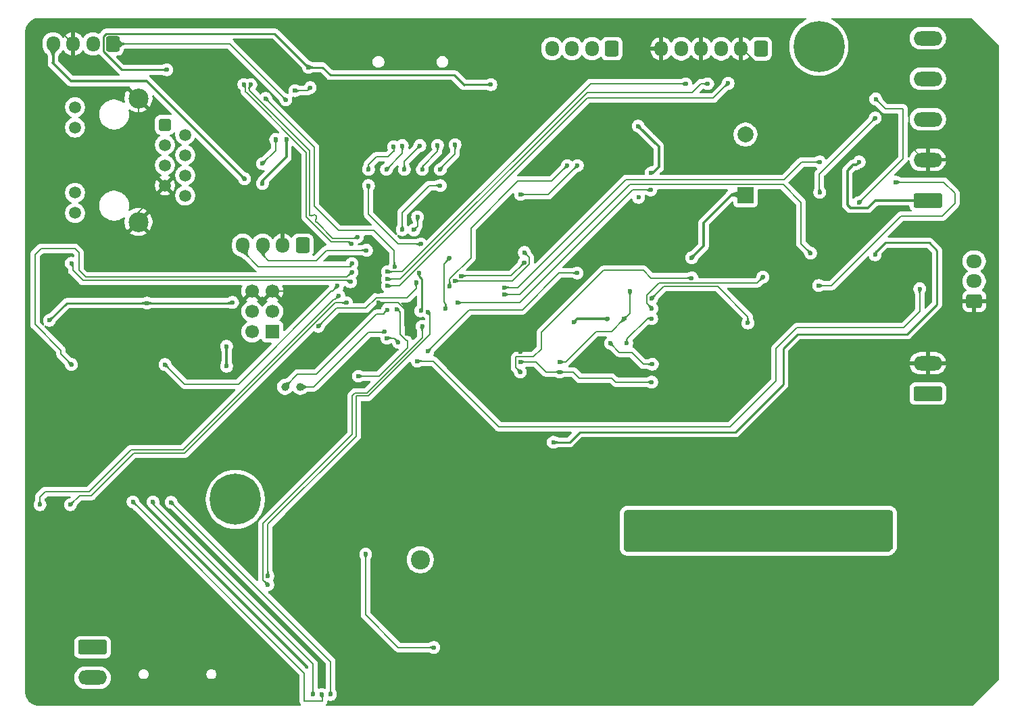
<source format=gbr>
%TF.GenerationSoftware,KiCad,Pcbnew,9.0.3*%
%TF.CreationDate,2025-07-30T09:19:55+03:00*%
%TF.ProjectId,KiCad Projeleri,4b694361-6420-4507-926f-6a656c657269,rev?*%
%TF.SameCoordinates,Original*%
%TF.FileFunction,Copper,L2,Bot*%
%TF.FilePolarity,Positive*%
%FSLAX46Y46*%
G04 Gerber Fmt 4.6, Leading zero omitted, Abs format (unit mm)*
G04 Created by KiCad (PCBNEW 9.0.3) date 2025-07-30 09:19:55*
%MOMM*%
%LPD*%
G01*
G04 APERTURE LIST*
G04 Aperture macros list*
%AMRoundRect*
0 Rectangle with rounded corners*
0 $1 Rounding radius*
0 $2 $3 $4 $5 $6 $7 $8 $9 X,Y pos of 4 corners*
0 Add a 4 corners polygon primitive as box body*
4,1,4,$2,$3,$4,$5,$6,$7,$8,$9,$2,$3,0*
0 Add four circle primitives for the rounded corners*
1,1,$1+$1,$2,$3*
1,1,$1+$1,$4,$5*
1,1,$1+$1,$6,$7*
1,1,$1+$1,$8,$9*
0 Add four rect primitives between the rounded corners*
20,1,$1+$1,$2,$3,$4,$5,0*
20,1,$1+$1,$4,$5,$6,$7,0*
20,1,$1+$1,$6,$7,$8,$9,0*
20,1,$1+$1,$8,$9,$2,$3,0*%
G04 Aperture macros list end*
%TA.AperFunction,ComponentPad*%
%ADD10RoundRect,0.250000X0.600000X0.725000X-0.600000X0.725000X-0.600000X-0.725000X0.600000X-0.725000X0*%
%TD*%
%TA.AperFunction,ComponentPad*%
%ADD11O,1.700000X1.950000*%
%TD*%
%TA.AperFunction,ComponentPad*%
%ADD12RoundRect,0.250000X1.550000X-0.650000X1.550000X0.650000X-1.550000X0.650000X-1.550000X-0.650000X0*%
%TD*%
%TA.AperFunction,ComponentPad*%
%ADD13O,3.600000X1.800000*%
%TD*%
%TA.AperFunction,ComponentPad*%
%ADD14RoundRect,0.250000X-1.550000X0.650000X-1.550000X-0.650000X1.550000X-0.650000X1.550000X0.650000X0*%
%TD*%
%TA.AperFunction,ComponentPad*%
%ADD15RoundRect,0.250000X0.725000X-0.600000X0.725000X0.600000X-0.725000X0.600000X-0.725000X-0.600000X0*%
%TD*%
%TA.AperFunction,ComponentPad*%
%ADD16O,1.950000X1.700000*%
%TD*%
%TA.AperFunction,ComponentPad*%
%ADD17C,0.800000*%
%TD*%
%TA.AperFunction,ComponentPad*%
%ADD18C,6.400000*%
%TD*%
%TA.AperFunction,ComponentPad*%
%ADD19R,2.000000X2.000000*%
%TD*%
%TA.AperFunction,ComponentPad*%
%ADD20C,2.000000*%
%TD*%
%TA.AperFunction,ComponentPad*%
%ADD21RoundRect,0.250500X-0.499500X0.499500X-0.499500X-0.499500X0.499500X-0.499500X0.499500X0.499500X0*%
%TD*%
%TA.AperFunction,ComponentPad*%
%ADD22C,1.500000*%
%TD*%
%TA.AperFunction,ComponentPad*%
%ADD23C,2.500000*%
%TD*%
%TA.AperFunction,ComponentPad*%
%ADD24C,1.000000*%
%TD*%
%TA.AperFunction,ComponentPad*%
%ADD25C,2.400000*%
%TD*%
%TA.AperFunction,ComponentPad*%
%ADD26R,1.700000X1.700000*%
%TD*%
%TA.AperFunction,ComponentPad*%
%ADD27C,1.700000*%
%TD*%
%TA.AperFunction,ViaPad*%
%ADD28C,0.600000*%
%TD*%
%TA.AperFunction,Conductor*%
%ADD29C,0.300000*%
%TD*%
%TA.AperFunction,Conductor*%
%ADD30C,0.200000*%
%TD*%
%TA.AperFunction,Conductor*%
%ADD31C,0.250000*%
%TD*%
G04 APERTURE END LIST*
D10*
%TO.P,J9,1,Pin_1*%
%TO.N,PWM2*%
X190450000Y-58450000D03*
D11*
%TO.P,J9,2,Pin_2*%
%TO.N,GND*%
X187950000Y-58450000D03*
%TO.P,J9,3,Pin_3*%
%TO.N,PWM1*%
X185450000Y-58450000D03*
%TO.P,J9,4,Pin_4*%
%TO.N,GND*%
X182950000Y-58450000D03*
%TO.P,J9,5,Pin_5*%
%TO.N,PWM3*%
X180450000Y-58450000D03*
%TO.P,J9,6,Pin_6*%
%TO.N,GND*%
X177950000Y-58450000D03*
%TD*%
D12*
%TO.P,J6,1,Pin_1*%
%TO.N,5V*%
X211342500Y-77450000D03*
D13*
%TO.P,J6,2,Pin_2*%
%TO.N,GND*%
X211342500Y-72370000D03*
%TO.P,J6,3,Pin_3*%
%TO.N,Net-(J6-Pin_3)*%
X211342500Y-67290000D03*
%TO.P,J6,4,Pin_4*%
%TO.N,Net-(J6-Pin_4)*%
X211342500Y-62210000D03*
%TO.P,J6,5,Pin_5*%
%TO.N,Net-(J6-Pin_5)*%
X211342500Y-57130000D03*
%TD*%
D14*
%TO.P,J5,1,Pin_1*%
%TO.N,Net-(J5-Pin_1)*%
X106707500Y-133495000D03*
D13*
%TO.P,J5,2,Pin_2*%
%TO.N,Net-(J5-Pin_2)*%
X106707500Y-137305000D03*
%TD*%
D15*
%TO.P,J10,1,Pin_1*%
%TO.N,GND*%
X217142500Y-90095000D03*
D16*
%TO.P,J10,2,Pin_2*%
%TO.N,ADC1*%
X217142500Y-87595000D03*
%TO.P,J10,3,Pin_3*%
%TO.N,Net-(J10-Pin_3)*%
X217142500Y-85095000D03*
%TD*%
D10*
%TO.P,J3,1,Pin_1*%
%TO.N,3V3*%
X133025000Y-83095000D03*
D11*
%TO.P,J3,2,Pin_2*%
%TO.N,GND*%
X130525000Y-83095000D03*
%TO.P,J3,3,Pin_3*%
%TO.N,SWDIO*%
X128025000Y-83095000D03*
%TO.P,J3,4,Pin_4*%
%TO.N,SWCLK*%
X125525000Y-83095000D03*
%TD*%
D10*
%TO.P,J8,1,Pin_1*%
%TO.N,USART1_FTDI_RX_RS_485_TX*%
X109275000Y-57845000D03*
D11*
%TO.P,J8,2,Pin_2*%
%TO.N,USART1_FTDI_TX_RS_485_RX*%
X106775000Y-57845000D03*
%TO.P,J8,3,Pin_3*%
%TO.N,GND*%
X104275000Y-57845000D03*
%TO.P,J8,4,Pin_4*%
%TO.N,5V*%
X101775000Y-57845000D03*
%TD*%
D17*
%TO.P,REF\u002A\u002A,1*%
%TO.N,N/C*%
X195300000Y-58160000D03*
X196002944Y-56462944D03*
X196002944Y-59857056D03*
X197700000Y-55760000D03*
D18*
X197700000Y-58160000D03*
D17*
X197700000Y-60560000D03*
X199397056Y-56462944D03*
X199397056Y-59857056D03*
X200100000Y-58160000D03*
%TD*%
D19*
%TO.P,BZ1,1,+*%
%TO.N,5V*%
X188500000Y-76800000D03*
D20*
%TO.P,BZ1,2,-*%
%TO.N,Net-(BZ1--)*%
X188500000Y-69200000D03*
%TD*%
D12*
%TO.P,J1,1,Pin_1*%
%TO.N,Net-(D1-A)*%
X211342500Y-101695000D03*
D13*
%TO.P,J1,2,Pin_2*%
%TO.N,GND*%
X211342500Y-97885000D03*
%TD*%
D21*
%TO.P,J7,1*%
%TO.N,unconnected-(J7-Pad1)*%
X115775000Y-67975000D03*
D22*
%TO.P,J7,2*%
%TO.N,unconnected-(J7-Pad2)*%
X118315000Y-69235000D03*
%TO.P,J7,3*%
%TO.N,Net-(U11-A)*%
X115775000Y-70515000D03*
%TO.P,J7,4*%
%TO.N,unconnected-(J7-Pad4)*%
X118315000Y-71775000D03*
%TO.P,J7,5*%
%TO.N,Net-(U11-B)*%
X115775000Y-73055000D03*
%TO.P,J7,6*%
%TO.N,unconnected-(J7-Pad6)*%
X118315000Y-74315000D03*
%TO.P,J7,7*%
%TO.N,GND*%
X115775000Y-75595000D03*
%TO.P,J7,8*%
%TO.N,unconnected-(J7-Pad8)*%
X118315000Y-76855000D03*
%TO.P,J7,9*%
%TO.N,USART1_FTDI_RX_RS_485_TX*%
X104515000Y-65790000D03*
%TO.P,J7,10*%
%TO.N,Net-(J7-Pad10)*%
X104515000Y-68330000D03*
%TO.P,J7,11*%
%TO.N,USART1_FTDI_TX_RS_485_RX*%
X104515000Y-76500000D03*
%TO.P,J7,12*%
%TO.N,Net-(J7-Pad12)*%
X104515000Y-79040000D03*
D23*
%TO.P,J7,SH*%
%TO.N,GND*%
X112465000Y-64670000D03*
X112465000Y-80160000D03*
%TD*%
D24*
%TO.P,Y2,1,1*%
%TO.N,LSE_OSC_OUT*%
X130825000Y-100840000D03*
%TO.P,Y2,2,2*%
%TO.N,LSE_OSC_IN*%
X132725000Y-100840000D03*
%TD*%
D17*
%TO.P,REF\u002A\u002A,1*%
%TO.N,N/C*%
X122200000Y-114950000D03*
X122902944Y-113252944D03*
X122902944Y-116647056D03*
X124600000Y-112550000D03*
D18*
X124600000Y-114950000D03*
D17*
X124600000Y-117350000D03*
X126297056Y-113252944D03*
X126297056Y-116647056D03*
X127000000Y-114950000D03*
%TD*%
D25*
%TO.P,TP1,1,1*%
%TO.N,Net-(U13-GSM_ANT)*%
X147750000Y-122500000D03*
%TD*%
D26*
%TO.P,J4,1,Pin_1*%
%TO.N,3V3*%
X129240000Y-93925000D03*
D27*
%TO.P,J4,2,Pin_2*%
X126700000Y-93925000D03*
%TO.P,J4,3,Pin_3*%
%TO.N,Net-(J4-Pin_3)*%
X129240000Y-91385000D03*
%TO.P,J4,4,Pin_4*%
%TO.N,Net-(J4-Pin_4)*%
X126700000Y-91385000D03*
%TO.P,J4,5,Pin_5*%
%TO.N,GND*%
X129240000Y-88845000D03*
%TO.P,J4,6,Pin_6*%
X126700000Y-88845000D03*
%TD*%
D10*
%TO.P,J11,1,Pin_1*%
%TO.N,5V*%
X171770000Y-58440000D03*
D11*
%TO.P,J11,2,Pin_2*%
%TO.N,Net-(J11-Pin_2)*%
X169270000Y-58440000D03*
%TO.P,J11,3,Pin_3*%
%TO.N,5V*%
X166770000Y-58440000D03*
%TO.P,J11,4,Pin_4*%
%TO.N,Net-(J11-Pin_4)*%
X164270000Y-58440000D03*
%TD*%
D28*
%TO.N,5V*%
X176690000Y-74010000D03*
X123500000Y-95750000D03*
X123500000Y-98250000D03*
X125750000Y-74750000D03*
X181775000Y-84650000D03*
X131000000Y-69820000D03*
X175065000Y-68145000D03*
X202750000Y-72650000D03*
X167000000Y-92750000D03*
X128000000Y-75345000D03*
X175100000Y-77100000D03*
X171275000Y-92345000D03*
%TO.N,GND*%
X133759800Y-58274200D03*
X205765200Y-61820800D03*
X131770000Y-88370000D03*
X142500000Y-90250000D03*
X153525000Y-70095000D03*
X184775000Y-86595000D03*
X146100000Y-94130000D03*
X160300000Y-96440000D03*
X167760000Y-112212500D03*
X108555000Y-107145000D03*
X148825000Y-70552200D03*
X152640000Y-74570000D03*
X124750000Y-68250000D03*
X195730000Y-67970000D03*
X153830000Y-66960000D03*
X156975000Y-115345000D03*
X181775000Y-85920000D03*
X142500000Y-85950000D03*
X187250000Y-95500000D03*
X138020000Y-79600000D03*
X201200000Y-107220000D03*
X102660000Y-115620000D03*
X179500000Y-92500000D03*
X103312500Y-111845000D03*
X176775000Y-93540000D03*
X157930000Y-94730000D03*
X142500000Y-88930000D03*
X124575000Y-61255000D03*
X99780000Y-61200000D03*
X193840000Y-78650000D03*
X108000000Y-123000000D03*
%TO.N,3V7*%
X149462500Y-133515000D03*
X140925000Y-121795000D03*
%TO.N,3V3*%
X133759800Y-60774200D03*
X116025000Y-61095000D03*
X204750000Y-84295000D03*
X147630000Y-86560000D03*
X113525000Y-90345000D03*
X156613750Y-62952999D03*
X124250000Y-90250000D03*
X101305000Y-92500000D03*
X147830000Y-91320000D03*
X164425000Y-107795000D03*
%TO.N,HSE_OSC_OUT*%
X143570000Y-94720000D03*
X145010000Y-95240000D03*
%TO.N,LSE_OSC_IN*%
X143320000Y-93910000D03*
%TO.N,LSE_OSC_OUT*%
X143670000Y-91170000D03*
%TO.N,RESET*%
X144850000Y-91080000D03*
X140000000Y-99500000D03*
%TO.N,EXTI6*%
X104055000Y-85345000D03*
X139020000Y-87670000D03*
%TO.N,EXTI7*%
X137390000Y-88190000D03*
X115800000Y-98050000D03*
%TO.N,EXTI15*%
X139200000Y-86460000D03*
X104055000Y-98045000D03*
%TO.N,RESET_SIM*%
X136525000Y-139395000D03*
X116560000Y-115310000D03*
%TO.N,CLK_SIM*%
X135425000Y-139395000D03*
X111775000Y-115250000D03*
%TO.N,DATA_SIM*%
X134325000Y-139395000D03*
X114275000Y-115250000D03*
%TO.N,Net-(D3-K)*%
X204775000Y-118245000D03*
X198000000Y-117070000D03*
X176250000Y-120000000D03*
%TO.N,MISO*%
X197680000Y-88140000D03*
X207340000Y-75180000D03*
%TO.N,MOSI_*%
X197800000Y-76460000D03*
X204750000Y-67145800D03*
%TO.N,SCLK*%
X204811700Y-64750000D03*
X202750000Y-77730000D03*
%TO.N,D_N*%
X126540000Y-62960000D03*
X139910000Y-82060000D03*
%TO.N,D_P*%
X125650000Y-62940000D03*
X139140000Y-82920000D03*
%TO.N,SWDIO*%
X141030000Y-83720000D03*
%TO.N,SWCLK*%
X139200000Y-85380000D03*
%TO.N,Net-(U11-B)*%
X128000000Y-72845000D03*
X129660000Y-69820000D03*
%TO.N,USART1_FTDI_RX_RS_485_TX*%
X130930000Y-64870000D03*
%TO.N,USART1_FTDI_TX_RS_485_RX*%
X133980000Y-63330000D03*
X132070000Y-63700000D03*
%TO.N,PWM1*%
X143650000Y-87330000D03*
X183775000Y-62840000D03*
%TO.N,PWM2*%
X186325000Y-62795000D03*
X143650000Y-88180000D03*
%TO.N,PWM3*%
X181025000Y-62845000D03*
X143650000Y-86410000D03*
%TO.N,ADC1*%
X210330000Y-88545000D03*
X147360000Y-97610000D03*
%TO.N,BOOT1*%
X135000000Y-93250000D03*
X147250000Y-87750000D03*
%TO.N,I2C_EEPROM_SDA*%
X160790000Y-85240000D03*
X152880000Y-86960000D03*
%TO.N,I2C_EEPROM_SCL*%
X160810000Y-83980000D03*
X152100000Y-87540000D03*
%TO.N,Net-(U9-CS)*%
X141275000Y-73595000D03*
X144425000Y-70750000D03*
%TO.N,SPI_SD_NSS*%
X147830000Y-82940000D03*
X141275000Y-75595000D03*
%TO.N,Net-(U10-IO4)*%
X143525000Y-73595000D03*
X145525000Y-70595000D03*
%TO.N,Net-(U10-IO2)*%
X145775000Y-73595000D03*
X147725000Y-70595000D03*
%TO.N,SPI_SD_MISO*%
X146950000Y-81170000D03*
X147420000Y-79550000D03*
%TO.N,SPI_SD_DETECT*%
X145510000Y-81140000D03*
X150275000Y-75595000D03*
%TO.N,RS485_TX_RX_END*%
X144560000Y-85810000D03*
X128400000Y-64690000D03*
%TO.N,SPI1_MISO*%
X158310000Y-89260000D03*
X196660000Y-84080000D03*
%TO.N,OUT2*%
X167420000Y-86560000D03*
X148690000Y-96400000D03*
%TO.N,UART2_SIM800C_TX*%
X128675000Y-125645000D03*
X148000000Y-93250000D03*
%TO.N,CAN_TX*%
X103930000Y-115620000D03*
X138520000Y-90300000D03*
%TO.N,BUZZER*%
X166175000Y-73095000D03*
X151450000Y-88230000D03*
%TO.N,CAN_RX*%
X100120000Y-115620000D03*
X137560000Y-89400000D03*
%TO.N,SPI1_MOSI*%
X158310000Y-88380000D03*
X197800000Y-72650000D03*
%TO.N,UART2_SIM800C_RX*%
X128675000Y-124545000D03*
X148750000Y-91500000D03*
%TO.N,SPI1_SCK*%
X152410000Y-90300000D03*
X176620000Y-76150000D03*
%TO.N,OUT1*%
X150920000Y-91030000D03*
X151410000Y-84720000D03*
X167445000Y-73095000D03*
X160320000Y-76730000D03*
%TO.N,Net-(U14-THR)*%
X160300000Y-97710000D03*
X165250000Y-98980000D03*
X176750000Y-100250000D03*
%TO.N,Net-(D10-K)*%
X171581365Y-95365658D03*
X176834654Y-98000000D03*
%TO.N,Net-(D13-A)*%
X173631365Y-95365658D03*
X176750000Y-92270000D03*
%TO.N,Net-(D16-A)*%
X188800000Y-92845000D03*
X176775000Y-89730000D03*
%TO.N,Net-(D17-A)*%
X190674732Y-87092148D03*
X176775000Y-91000000D03*
%TO.N,Net-(U14-DIS)*%
X173275000Y-92345000D03*
X165250000Y-97710000D03*
X174025000Y-88845000D03*
%TO.N,Net-(U14-Q)*%
X160300000Y-98980000D03*
X181775000Y-87190000D03*
%TO.N,Net-(U10-IO1)*%
X148025000Y-73595000D03*
X149925000Y-70552200D03*
%TO.N,Net-(U10-IO3)*%
X152125000Y-70500000D03*
X150275000Y-73595000D03*
%TD*%
D29*
%TO.N,5V*%
X181775000Y-84650000D02*
X183250000Y-83175000D01*
X123500000Y-95750000D02*
X123500000Y-98250000D01*
X175065000Y-68145000D02*
X177650000Y-70730000D01*
X183250000Y-83175000D02*
X183250000Y-80250000D01*
X201250000Y-78000000D02*
X201250000Y-73750000D01*
X202000000Y-73000000D02*
X202400000Y-73000000D01*
X204800000Y-77450000D02*
X203869000Y-78381000D01*
X128000000Y-75000000D02*
X131000000Y-72000000D01*
X171275000Y-92345000D02*
X167405000Y-92345000D01*
X101775000Y-60225000D02*
X101775000Y-57845000D01*
X131000000Y-72000000D02*
X131000000Y-69820000D01*
X202400000Y-73000000D02*
X202750000Y-72650000D01*
X101750000Y-60250000D02*
X101775000Y-60225000D01*
X104000000Y-62500000D02*
X101750000Y-60250000D01*
X203869000Y-78381000D02*
X201631000Y-78381000D01*
X128000000Y-75345000D02*
X128000000Y-75000000D01*
X177650000Y-73270000D02*
X176910000Y-74010000D01*
X201631000Y-78381000D02*
X201250000Y-78000000D01*
X113500000Y-62500000D02*
X104000000Y-62500000D01*
X177650000Y-70730000D02*
X177650000Y-73270000D01*
X125750000Y-74750000D02*
X113500000Y-62500000D01*
X183250000Y-80250000D02*
X186700000Y-76800000D01*
X176910000Y-74010000D02*
X176690000Y-74010000D01*
X201250000Y-73750000D02*
X202000000Y-73000000D01*
X211342500Y-77450000D02*
X204800000Y-77450000D01*
X167405000Y-92345000D02*
X167000000Y-92750000D01*
X186700000Y-76800000D02*
X188500000Y-76800000D01*
D30*
%TO.N,GND*%
X201200000Y-105940000D02*
X201200000Y-107220000D01*
X179250000Y-92500000D02*
X178210000Y-93540000D01*
X178210000Y-93540000D02*
X176775000Y-93540000D01*
X103855000Y-111845000D02*
X103312500Y-111845000D01*
X112465000Y-64670000D02*
X112465000Y-72285000D01*
X145000000Y-90250000D02*
X142500000Y-90250000D01*
X101620000Y-63270000D02*
X99780000Y-61430000D01*
X184775000Y-86595000D02*
X185895000Y-86595000D01*
X102550000Y-56120000D02*
X104275000Y-57845000D01*
X193290000Y-67970000D02*
X195730000Y-67970000D01*
X145851000Y-93149000D02*
X145851000Y-91101000D01*
X205765200Y-61820800D02*
X209000000Y-65055600D01*
X184775000Y-86595000D02*
X184100000Y-85920000D01*
X179500000Y-92500000D02*
X179250000Y-92500000D01*
X192190000Y-62550000D02*
X192190000Y-66870000D01*
X124750000Y-61430000D02*
X124750000Y-68250000D01*
X184250000Y-92500000D02*
X179500000Y-92500000D01*
X112465000Y-64670000D02*
X111065000Y-63270000D01*
X112465000Y-72285000D02*
X115775000Y-75595000D01*
X142500000Y-85950000D02*
X142500000Y-89080000D01*
X192190000Y-62550000D02*
X188090000Y-58450000D01*
X124575000Y-61255000D02*
X124750000Y-61430000D01*
X99780000Y-57390000D02*
X101050000Y-56120000D01*
X131295000Y-88845000D02*
X129240000Y-88845000D01*
X102660000Y-117660000D02*
X108000000Y-123000000D01*
X209255000Y-97885000D02*
X201200000Y-105940000D01*
X99780000Y-61200000D02*
X99780000Y-57390000D01*
X210870000Y-72370000D02*
X211342500Y-72370000D01*
X102660000Y-115620000D02*
X102660000Y-117660000D01*
X142500000Y-89080000D02*
X142490000Y-89090000D01*
X188090000Y-58450000D02*
X187950000Y-58450000D01*
X108555000Y-107145000D02*
X103855000Y-111845000D01*
X211342500Y-97885000D02*
X209255000Y-97885000D01*
X209000000Y-70500000D02*
X210870000Y-72370000D01*
X158590000Y-94730000D02*
X157930000Y-94730000D01*
X112465000Y-78905000D02*
X112465000Y-80160000D01*
X111065000Y-63270000D02*
X101620000Y-63270000D01*
X187250000Y-95500000D02*
X184250000Y-92500000D01*
X131770000Y-88370000D02*
X131295000Y-88845000D01*
X209000000Y-65055600D02*
X209000000Y-70500000D01*
X145851000Y-91101000D02*
X145000000Y-90250000D01*
X184100000Y-85920000D02*
X181775000Y-85920000D01*
X99780000Y-61430000D02*
X99780000Y-61200000D01*
X101050000Y-56120000D02*
X102550000Y-56120000D01*
X185895000Y-86595000D02*
X193840000Y-78650000D01*
X115775000Y-75595000D02*
X112465000Y-78905000D01*
X160300000Y-96440000D02*
X158590000Y-94730000D01*
X192190000Y-66870000D02*
X193290000Y-67970000D01*
%TO.N,3V7*%
X149462500Y-133515000D02*
X145015000Y-133515000D01*
X145015000Y-133515000D02*
X140925000Y-129425000D01*
X140925000Y-129425000D02*
X140925000Y-121795000D01*
D31*
%TO.N,3V3*%
X147630000Y-86980000D02*
X147630000Y-86560000D01*
X124155000Y-90345000D02*
X124250000Y-90250000D01*
X113525000Y-90345000D02*
X103460000Y-90345000D01*
X167750000Y-106500000D02*
X166455000Y-107795000D01*
X187250000Y-106500000D02*
X167750000Y-106500000D01*
X195000000Y-94250000D02*
X193250000Y-96000000D01*
X211500000Y-82750000D02*
X212500000Y-83750000D01*
X193250000Y-100500000D02*
X187250000Y-106500000D01*
X147990000Y-91160000D02*
X147830000Y-91320000D01*
X147990000Y-87340000D02*
X147990000Y-91160000D01*
X135524200Y-60774200D02*
X136500000Y-61750000D01*
X110378486Y-61095000D02*
X108099000Y-58815514D01*
X152000000Y-61750000D02*
X153250000Y-63000000D01*
X193250000Y-96000000D02*
X193250000Y-100500000D01*
X116025000Y-61095000D02*
X110378486Y-61095000D01*
X136500000Y-61750000D02*
X152000000Y-61750000D01*
X208750000Y-94250000D02*
X195000000Y-94250000D01*
X153250000Y-63000000D02*
X153297001Y-62952999D01*
X103460000Y-90345000D02*
X101305000Y-92500000D01*
X113525000Y-90345000D02*
X124155000Y-90345000D01*
X129529600Y-56544000D02*
X133759800Y-60774200D01*
X166455000Y-107795000D02*
X164425000Y-107795000D01*
X108429486Y-56544000D02*
X129529600Y-56544000D01*
X108099000Y-58815514D02*
X108099000Y-56874486D01*
X153297001Y-62952999D02*
X156613750Y-62952999D01*
X204750000Y-84295000D02*
X204750000Y-84000000D01*
X147990000Y-87340000D02*
X147630000Y-86980000D01*
X108099000Y-56874486D02*
X108429486Y-56544000D01*
X212500000Y-83750000D02*
X212500000Y-90500000D01*
X133759800Y-60774200D02*
X135524200Y-60774200D01*
X212500000Y-90500000D02*
X208750000Y-94250000D01*
X204750000Y-84000000D02*
X206000000Y-82750000D01*
X206000000Y-82750000D02*
X211500000Y-82750000D01*
D30*
%TO.N,HSE_OSC_OUT*%
X144490000Y-94720000D02*
X145010000Y-95240000D01*
X143570000Y-94720000D02*
X144490000Y-94720000D01*
%TO.N,LSE_OSC_IN*%
X141250000Y-94000000D02*
X143230000Y-94000000D01*
X143230000Y-94000000D02*
X143320000Y-93910000D01*
X134410000Y-100840000D02*
X141250000Y-94000000D01*
X132725000Y-100840000D02*
X134410000Y-100840000D01*
%TO.N,LSE_OSC_OUT*%
X142250000Y-91750000D02*
X143250000Y-91750000D01*
X130825000Y-100840000D02*
X132415000Y-99250000D01*
X143250000Y-91750000D02*
X143250000Y-91590000D01*
X132415000Y-99250000D02*
X134750000Y-99250000D01*
X143250000Y-91590000D02*
X143670000Y-91170000D01*
X134750000Y-99250000D02*
X142250000Y-91750000D01*
%TO.N,RESET*%
X145220000Y-94249943D02*
X145220000Y-91450000D01*
X145220000Y-91450000D02*
X144850000Y-91080000D01*
X146140000Y-95030000D02*
X146000057Y-95030000D01*
X140000000Y-99500000D02*
X142615800Y-99500000D01*
X146140000Y-95975800D02*
X146140000Y-95030000D01*
X146000057Y-95030000D02*
X145220000Y-94249943D01*
X142615800Y-99500000D02*
X146140000Y-95975800D01*
%TO.N,EXTI6*%
X104250000Y-85540000D02*
X104250000Y-86250000D01*
X105500000Y-87500000D02*
X138850000Y-87500000D01*
X104250000Y-86250000D02*
X105500000Y-87500000D01*
X138850000Y-87500000D02*
X139020000Y-87670000D01*
X104055000Y-85345000D02*
X104250000Y-85540000D01*
%TO.N,EXTI7*%
X137485000Y-88165000D02*
X137510000Y-88190000D01*
X124967000Y-100500000D02*
X118250000Y-100500000D01*
X136622000Y-88845000D02*
X136735000Y-88845000D01*
X118250000Y-100500000D02*
X115800000Y-98050000D01*
X136735000Y-88845000D02*
X137390000Y-88190000D01*
X136622000Y-88845000D02*
X124967000Y-100500000D01*
%TO.N,EXTI15*%
X104500000Y-83500000D02*
X100250000Y-83500000D01*
X139200000Y-86460000D02*
X138561000Y-87099000D01*
X130416100Y-87099000D02*
X105849000Y-87099000D01*
X99500000Y-93000000D02*
X102750000Y-96250000D01*
X138561000Y-87099000D02*
X130416100Y-87099000D01*
X102750000Y-96250000D02*
X102750000Y-96740000D01*
X105000000Y-84000000D02*
X104500000Y-83500000D01*
X100250000Y-83500000D02*
X99500000Y-84250000D01*
X105000000Y-86250000D02*
X105000000Y-84000000D01*
X102750000Y-96740000D02*
X104055000Y-98045000D01*
X105849000Y-87099000D02*
X105000000Y-86250000D01*
X99500000Y-84250000D02*
X99500000Y-93000000D01*
%TO.N,RESET_SIM*%
X136525000Y-135275000D02*
X136525000Y-139395000D01*
X116560000Y-115310000D02*
X136525000Y-135275000D01*
%TO.N,CLK_SIM*%
X133250000Y-136725000D02*
X133250000Y-140250000D01*
X135500000Y-139470000D02*
X135425000Y-139395000D01*
X111775000Y-115250000D02*
X133250000Y-136725000D01*
X135500000Y-140250000D02*
X135500000Y-139470000D01*
X133250000Y-140250000D02*
X135500000Y-140250000D01*
%TO.N,DATA_SIM*%
X134325000Y-135575000D02*
X134325000Y-139395000D01*
X114275000Y-115250000D02*
X114275000Y-115525000D01*
X114275000Y-115525000D02*
X134325000Y-135575000D01*
%TO.N,MISO*%
X197680000Y-88140000D02*
X199280000Y-88140000D01*
X199280000Y-88140000D02*
X207960000Y-79460000D01*
X214720000Y-77850000D02*
X214720000Y-76560000D01*
X207960000Y-79460000D02*
X213110000Y-79460000D01*
X213110000Y-79460000D02*
X214720000Y-77850000D01*
X213340000Y-75180000D02*
X207340000Y-75180000D01*
X214720000Y-76560000D02*
X213340000Y-75180000D01*
%TO.N,MOSI_*%
X197750000Y-74145800D02*
X197750000Y-76410000D01*
X197750000Y-76410000D02*
X197800000Y-76460000D01*
X204750000Y-67145800D02*
X197750000Y-74145800D01*
%TO.N,SCLK*%
X208250000Y-66000000D02*
X208250000Y-72230000D01*
X206061700Y-66000000D02*
X208250000Y-66000000D01*
X208250000Y-72230000D02*
X202750000Y-77730000D01*
X204811700Y-64750000D02*
X206061700Y-66000000D01*
%TO.N,D_N*%
X136803197Y-82224999D02*
X139745001Y-82224999D01*
X133935000Y-71256802D02*
X133935000Y-79179456D01*
X134715716Y-79764024D02*
X134698675Y-79781066D01*
X134783528Y-80205330D02*
X134789111Y-80210913D01*
X134274412Y-79356803D02*
X134291452Y-79339760D01*
X134789111Y-80210913D02*
X136803197Y-82224999D01*
X133935000Y-79179456D02*
X133935000Y-79356802D01*
X126540000Y-62960000D02*
X126330001Y-63169999D01*
X126330001Y-63651803D02*
X133935000Y-71256802D01*
X139745001Y-82224999D02*
X139910000Y-82060000D01*
X134630864Y-79339760D02*
X134715716Y-79424612D01*
X126330001Y-63169999D02*
X126330001Y-63651803D01*
X134698675Y-80120478D02*
X134783528Y-80205330D01*
X134715716Y-79424612D02*
G75*
G02*
X134715698Y-79764006I-169716J-169688D01*
G01*
X133935000Y-79356802D02*
G75*
G03*
X134274405Y-79356797I169700J169702D01*
G01*
X134698675Y-79781066D02*
G75*
G03*
X134698647Y-80120506I169725J-169734D01*
G01*
X134291452Y-79339760D02*
G75*
G02*
X134630864Y-79339760I169706J-169708D01*
G01*
%TO.N,D_P*%
X138895001Y-82675001D02*
X136616803Y-82675001D01*
X125650000Y-62940000D02*
X125879999Y-63169999D01*
X125879999Y-63838197D02*
X125992879Y-63951077D01*
X125879999Y-63169999D02*
X125879999Y-63838197D01*
X125992879Y-63951077D02*
X126072700Y-64030898D01*
X139140000Y-82920000D02*
X138895001Y-82675001D01*
X133485000Y-71443198D02*
X126072700Y-64030898D01*
X133485000Y-79543198D02*
X133485000Y-71443198D01*
X136616803Y-82675001D02*
X133485000Y-79543198D01*
%TO.N,SWDIO*%
X128025000Y-83095000D02*
X128025000Y-84275000D01*
X128025000Y-84275000D02*
X128750000Y-85000000D01*
X136030000Y-83720000D02*
X141030000Y-83720000D01*
X134750000Y-85000000D02*
X136030000Y-83720000D01*
X128750000Y-85000000D02*
X134750000Y-85000000D01*
%TO.N,SWCLK*%
X125525000Y-83775000D02*
X127500000Y-85750000D01*
X127500000Y-85750000D02*
X139090000Y-85750000D01*
X125525000Y-83095000D02*
X125525000Y-83775000D01*
X139090000Y-85750000D02*
X139090000Y-85490000D01*
X139090000Y-85490000D02*
X139200000Y-85380000D01*
%TO.N,Net-(U11-B)*%
X129660000Y-69820000D02*
X129660000Y-71185000D01*
X129660000Y-71185000D02*
X128000000Y-72845000D01*
%TO.N,USART1_FTDI_RX_RS_485_TX*%
X109275000Y-57845000D02*
X123905000Y-57845000D01*
X123905000Y-57845000D02*
X130930000Y-64870000D01*
%TO.N,USART1_FTDI_TX_RS_485_RX*%
X133610000Y-63700000D02*
X132070000Y-63700000D01*
X133980000Y-63330000D02*
X133610000Y-63700000D01*
%TO.N,PWM1*%
X168680000Y-63930000D02*
X145280000Y-87330000D01*
X182920000Y-62840000D02*
X181830000Y-63930000D01*
X145280000Y-87330000D02*
X143650000Y-87330000D01*
X183775000Y-62840000D02*
X182920000Y-62840000D01*
X181830000Y-63930000D02*
X168680000Y-63930000D01*
%TO.N,PWM2*%
X186325000Y-62795000D02*
X184480000Y-64640000D01*
X184480000Y-64640000D02*
X168680000Y-64640000D01*
X168680000Y-64640000D02*
X145130000Y-88190000D01*
X145130000Y-88190000D02*
X145120000Y-88180000D01*
X145120000Y-88180000D02*
X143650000Y-88180000D01*
%TO.N,PWM3*%
X181025000Y-62845000D02*
X169085000Y-62845000D01*
X169085000Y-62845000D02*
X145520000Y-86410000D01*
X145520000Y-86410000D02*
X143650000Y-86410000D01*
%TO.N,ADC1*%
X147360000Y-97610000D02*
X149400000Y-97610000D01*
X157630000Y-105840000D02*
X186570000Y-105840000D01*
X192350000Y-95990000D02*
X194910000Y-93430000D01*
X194910000Y-93430000D02*
X208290000Y-93430000D01*
X208290000Y-93430000D02*
X210330000Y-91390000D01*
X210330000Y-91390000D02*
X210330000Y-88545000D01*
X186570000Y-105840000D02*
X192350000Y-100060000D01*
X192350000Y-100060000D02*
X192350000Y-95990000D01*
X149400000Y-97610000D02*
X157630000Y-105840000D01*
%TO.N,BOOT1*%
X147250000Y-88480000D02*
X147250000Y-87750000D01*
X137304000Y-90946000D02*
X140954057Y-90946000D01*
X146060000Y-89670000D02*
X147250000Y-88480000D01*
X146039000Y-89649000D02*
X146060000Y-89670000D01*
X140954057Y-90946000D02*
X142251057Y-89649000D01*
X135000000Y-93250000D02*
X137304000Y-90946000D01*
X142251057Y-89649000D02*
X146039000Y-89649000D01*
%TO.N,I2C_EEPROM_SDA*%
X152920000Y-86920000D02*
X152880000Y-86960000D01*
X159110000Y-86920000D02*
X160790000Y-85240000D01*
X159110000Y-86920000D02*
X152920000Y-86920000D01*
%TO.N,I2C_EEPROM_SCL*%
X161391000Y-84561000D02*
X161391000Y-85488943D01*
X152130000Y-87570000D02*
X152100000Y-87540000D01*
X160810000Y-83980000D02*
X161391000Y-84561000D01*
X161391000Y-85488943D02*
X159309943Y-87570000D01*
X159309943Y-87570000D02*
X152130000Y-87570000D01*
%TO.N,Net-(U9-CS)*%
X144500000Y-70825000D02*
X144425000Y-70750000D01*
X141275000Y-73595000D02*
X141275000Y-72975000D01*
X143750000Y-72000000D02*
X144500000Y-71250000D01*
X142250000Y-72000000D02*
X143750000Y-72000000D01*
X141275000Y-72975000D02*
X142250000Y-72000000D01*
X144500000Y-71250000D02*
X144500000Y-70825000D01*
%TO.N,SPI_SD_NSS*%
X141275000Y-79215000D02*
X141275000Y-75595000D01*
X145000000Y-82940000D02*
X141275000Y-79215000D01*
X147830000Y-82940000D02*
X145000000Y-82940000D01*
%TO.N,Net-(U10-IO4)*%
X143525000Y-73595000D02*
X145525000Y-71595000D01*
X145525000Y-71595000D02*
X145525000Y-70595000D01*
%TO.N,Net-(U10-IO2)*%
X145775000Y-72545000D02*
X147725000Y-70595000D01*
X145775000Y-73595000D02*
X145775000Y-72545000D01*
%TO.N,SPI_SD_MISO*%
X147420000Y-79550000D02*
X147420000Y-80700000D01*
X147420000Y-80700000D02*
X146950000Y-81170000D01*
%TO.N,SPI_SD_DETECT*%
X150275000Y-75595000D02*
X148915000Y-75595000D01*
X145510000Y-79000000D02*
X145510000Y-81140000D01*
X148915000Y-75595000D02*
X145510000Y-79000000D01*
%TO.N,RS485_TX_RX_END*%
X141980000Y-81230000D02*
X144510000Y-83760000D01*
X128400000Y-64690000D02*
X134502000Y-70792000D01*
X144510000Y-83760000D02*
X144510000Y-85760000D01*
X137564200Y-81230000D02*
X141980000Y-81230000D01*
X134502000Y-70792000D02*
X134502000Y-78167800D01*
X144510000Y-85760000D02*
X144560000Y-85810000D01*
X134502000Y-78167800D02*
X137564200Y-81230000D01*
%TO.N,SPI1_MISO*%
X195450000Y-82870000D02*
X195450000Y-77730000D01*
X174000000Y-75490000D02*
X193210000Y-75490000D01*
X158310000Y-89260000D02*
X160230000Y-89260000D01*
X196660000Y-84080000D02*
X195450000Y-82870000D01*
X160230000Y-89260000D02*
X174000000Y-75490000D01*
X193210000Y-75490000D02*
X195450000Y-77730000D01*
%TO.N,OUT2*%
X148690000Y-96400000D02*
X153920000Y-91170000D01*
X153920000Y-91170000D02*
X160540000Y-91170000D01*
X165150000Y-86560000D02*
X167420000Y-86560000D01*
X160540000Y-91170000D02*
X165150000Y-86560000D01*
%TO.N,UART2_SIM800C_TX*%
X139250000Y-101932900D02*
X139583900Y-101599000D01*
X141083900Y-101599000D02*
X148000000Y-94682900D01*
X128074000Y-125044000D02*
X128074000Y-117926000D01*
X128675000Y-125645000D02*
X128074000Y-125044000D01*
X139250000Y-106750000D02*
X139250000Y-101932900D01*
X139583900Y-101599000D02*
X141083900Y-101599000D01*
X148000000Y-94682900D02*
X148000000Y-93250000D01*
X128074000Y-117926000D02*
X139250000Y-106750000D01*
%TO.N,CAN_TX*%
X106570000Y-114450000D02*
X105100000Y-114450000D01*
X111870000Y-109150000D02*
X106570000Y-114450000D01*
X138520000Y-90300000D02*
X137080000Y-90300000D01*
X105100000Y-114450000D02*
X103930000Y-115620000D01*
X118230000Y-109150000D02*
X111870000Y-109150000D01*
X137080000Y-90300000D02*
X118230000Y-109150000D01*
X138470000Y-90250000D02*
X138520000Y-90300000D01*
%TO.N,BUZZER*%
X166175000Y-73095000D02*
X164240000Y-75030000D01*
X164240000Y-75030000D02*
X160010000Y-75030000D01*
X151450000Y-87330000D02*
X151450000Y-88230000D01*
X160010000Y-75030000D02*
X154100000Y-80940000D01*
X154100000Y-80940000D02*
X154100000Y-84680000D01*
X154100000Y-84680000D02*
X151450000Y-87330000D01*
%TO.N,CAN_RX*%
X118051000Y-108699000D02*
X111551000Y-108699000D01*
X111551000Y-108699000D02*
X106301000Y-113949000D01*
X106301000Y-113949000D02*
X100801000Y-113949000D01*
X136905000Y-89845000D02*
X118051000Y-108699000D01*
X136905000Y-89845000D02*
X137115000Y-89845000D01*
X100120000Y-114630000D02*
X100120000Y-115620000D01*
X137115000Y-89845000D02*
X137560000Y-89400000D01*
X100801000Y-113949000D02*
X100120000Y-114630000D01*
%TO.N,SPI1_MOSI*%
X173520000Y-74870000D02*
X193320000Y-74870000D01*
X158310000Y-88380000D02*
X160010000Y-88380000D01*
X195540000Y-72650000D02*
X197800000Y-72650000D01*
X193320000Y-74870000D02*
X195540000Y-72650000D01*
X160010000Y-88380000D02*
X173520000Y-74870000D01*
%TO.N,UART2_SIM800C_RX*%
X149000000Y-91750000D02*
X148750000Y-91500000D01*
X141250000Y-102000000D02*
X149000000Y-94250000D01*
X128675000Y-118075000D02*
X139750000Y-107000000D01*
X139750000Y-107000000D02*
X139750000Y-102000000D01*
X128675000Y-124545000D02*
X128675000Y-118075000D01*
X149000000Y-94250000D02*
X149000000Y-91750000D01*
X139750000Y-102000000D02*
X141250000Y-102000000D01*
%TO.N,SPI1_SCK*%
X176620000Y-76150000D02*
X174350000Y-76150000D01*
X160230000Y-90270000D02*
X152440000Y-90270000D01*
X174350000Y-76150000D02*
X160230000Y-90270000D01*
X152440000Y-90270000D02*
X152410000Y-90300000D01*
%TO.N,OUT1*%
X150710000Y-85420000D02*
X150710000Y-90220000D01*
X163810000Y-76730000D02*
X160320000Y-76730000D01*
X151410000Y-84720000D02*
X150710000Y-85420000D01*
X167445000Y-73095000D02*
X163810000Y-76730000D01*
X150710000Y-90220000D02*
X150950000Y-90460000D01*
X150950000Y-90460000D02*
X150920000Y-90490000D01*
X150920000Y-90490000D02*
X150920000Y-91030000D01*
%TO.N,Net-(U14-THR)*%
X160300000Y-97710000D02*
X162220000Y-97710000D01*
X166930000Y-98980000D02*
X165250000Y-98980000D01*
X163490000Y-98980000D02*
X165250000Y-98980000D01*
X171750000Y-99750000D02*
X167700000Y-99750000D01*
X176750000Y-100250000D02*
X172250000Y-100250000D01*
X162220000Y-97710000D02*
X163490000Y-98980000D01*
X172250000Y-100250000D02*
X171750000Y-99750000D01*
X167700000Y-99750000D02*
X166930000Y-98980000D01*
%TO.N,Net-(D10-K)*%
X174250000Y-96500000D02*
X172715707Y-96500000D01*
X176834654Y-98000000D02*
X175750000Y-98000000D01*
X172715707Y-96500000D02*
X171581365Y-95365658D01*
X175750000Y-98000000D02*
X174250000Y-96500000D01*
%TO.N,Net-(D13-A)*%
X176230000Y-92270000D02*
X176750000Y-92270000D01*
X173631365Y-95365658D02*
X173631365Y-94868635D01*
X173631365Y-94868635D02*
X176230000Y-92270000D01*
%TO.N,Net-(D16-A)*%
X178261000Y-88244000D02*
X185023943Y-88244000D01*
X185023943Y-88244000D02*
X188800000Y-92020057D01*
X188800000Y-92020057D02*
X188800000Y-92845000D01*
X176775000Y-89730000D02*
X178261000Y-88244000D01*
%TO.N,Net-(D17-A)*%
X176174000Y-90399000D02*
X176174000Y-89326000D01*
X176174000Y-89326000D02*
X177709000Y-87791000D01*
X189975880Y-87791000D02*
X190674732Y-87092148D01*
X177709000Y-87791000D02*
X189975880Y-87791000D01*
X176775000Y-91000000D02*
X176174000Y-90399000D01*
%TO.N,Net-(U14-DIS)*%
X173275000Y-92345000D02*
X171720000Y-93900000D01*
X174025000Y-91595000D02*
X173275000Y-92345000D01*
X165950000Y-97710000D02*
X165250000Y-97710000D01*
X166030000Y-97630000D02*
X165950000Y-97710000D01*
X174025000Y-88845000D02*
X174025000Y-91595000D01*
X169760000Y-93900000D02*
X166030000Y-97630000D01*
X171720000Y-93900000D02*
X169760000Y-93900000D01*
%TO.N,Net-(U14-Q)*%
X181775000Y-87190000D02*
X176690000Y-87190000D01*
X170706000Y-86244000D02*
X162930000Y-94020000D01*
X159699000Y-97461057D02*
X159699000Y-98379000D01*
X176690000Y-87190000D02*
X175744000Y-86244000D01*
X159699000Y-98379000D02*
X160300000Y-98980000D01*
X159740000Y-97070000D02*
X159740000Y-97420057D01*
X162930000Y-94020000D02*
X162930000Y-96100000D01*
X161960000Y-97070000D02*
X159740000Y-97070000D01*
X175744000Y-86244000D02*
X170706000Y-86244000D01*
X159740000Y-97420057D02*
X159699000Y-97461057D01*
X162930000Y-96100000D02*
X161960000Y-97070000D01*
%TO.N,Net-(U10-IO1)*%
X148025000Y-73225000D02*
X149925000Y-71325000D01*
X148025000Y-73595000D02*
X148025000Y-73225000D01*
X149925000Y-71325000D02*
X149925000Y-70552200D01*
%TO.N,Net-(U10-IO3)*%
X152125000Y-71625000D02*
X152125000Y-70500000D01*
X150275000Y-73475000D02*
X152125000Y-71625000D01*
X150275000Y-73595000D02*
X150275000Y-73475000D01*
%TD*%
%TA.AperFunction,Conductor*%
%TO.N,I2C_EEPROM_SDA*%
G36*
X152981819Y-86677917D02*
G01*
X153032364Y-86696071D01*
X153032870Y-86696266D01*
X153082728Y-86716990D01*
X153083044Y-86717127D01*
X153127199Y-86737279D01*
X153168055Y-86756357D01*
X153207943Y-86773812D01*
X153207960Y-86773818D01*
X153207964Y-86773820D01*
X153249336Y-86789158D01*
X153249344Y-86789160D01*
X153249353Y-86789164D01*
X153294774Y-86801938D01*
X153317697Y-86806227D01*
X153346670Y-86811649D01*
X153346682Y-86811650D01*
X153346696Y-86811653D01*
X153407608Y-86817833D01*
X153468650Y-86819660D01*
X153476817Y-86823333D01*
X153480000Y-86831355D01*
X153480000Y-87008709D01*
X153476573Y-87016982D01*
X153468717Y-87020402D01*
X153439287Y-87021452D01*
X153414715Y-87022329D01*
X153414710Y-87022329D01*
X153414699Y-87022330D01*
X153359848Y-87029125D01*
X153359840Y-87029126D01*
X153359835Y-87029127D01*
X153359829Y-87029128D01*
X153359820Y-87029130D01*
X153313291Y-87040107D01*
X153313280Y-87040110D01*
X153313277Y-87040111D01*
X153313274Y-87040112D01*
X153313271Y-87040113D01*
X153272954Y-87054997D01*
X153236798Y-87073494D01*
X153236782Y-87073503D01*
X153202689Y-87095336D01*
X153168575Y-87120224D01*
X153132400Y-87147848D01*
X153132295Y-87147927D01*
X153092134Y-87177887D01*
X153091802Y-87178126D01*
X153052163Y-87205594D01*
X153043411Y-87207489D01*
X153038575Y-87205408D01*
X153001415Y-87178126D01*
X152858909Y-87073500D01*
X152741122Y-86987023D01*
X152736481Y-86979365D01*
X152738615Y-86970668D01*
X152738852Y-86970358D01*
X152968716Y-86681640D01*
X152976548Y-86677304D01*
X152981819Y-86677917D01*
G37*
%TD.AperFunction*%
%TD*%
%TA.AperFunction,Conductor*%
%TO.N,SPI_SD_DETECT*%
G36*
X145606968Y-80553427D02*
G01*
X145610388Y-80561299D01*
X145612309Y-80617289D01*
X145618972Y-80673809D01*
X145618974Y-80673816D01*
X145629572Y-80721760D01*
X145629573Y-80721767D01*
X145643715Y-80763485D01*
X145655225Y-80788621D01*
X145660981Y-80801193D01*
X145680970Y-80837182D01*
X145703263Y-80873695D01*
X145703285Y-80873731D01*
X145727398Y-80912912D01*
X145727560Y-80913183D01*
X145753054Y-80957225D01*
X145753318Y-80957706D01*
X145776144Y-81001788D01*
X145776905Y-81010711D01*
X145774187Y-81015278D01*
X145518433Y-81281230D01*
X145510229Y-81284818D01*
X145501890Y-81281553D01*
X145501567Y-81281230D01*
X145245812Y-81015278D01*
X145242547Y-81006939D01*
X145243855Y-81001788D01*
X145266694Y-80957680D01*
X145266929Y-80957252D01*
X145292464Y-80913138D01*
X145292558Y-80912981D01*
X145316725Y-80873713D01*
X145339029Y-80837182D01*
X145359018Y-80801193D01*
X145376286Y-80763479D01*
X145390425Y-80721770D01*
X145401028Y-80673799D01*
X145407689Y-80617298D01*
X145409612Y-80561299D01*
X145413321Y-80553148D01*
X145421305Y-80550000D01*
X145598695Y-80550000D01*
X145606968Y-80553427D01*
G37*
%TD.AperFunction*%
%TD*%
%TA.AperFunction,Conductor*%
%TO.N,SPI1_SCK*%
G36*
X176495277Y-75885811D02*
G01*
X176543763Y-75932438D01*
X176761230Y-76141567D01*
X176764818Y-76149771D01*
X176761553Y-76158110D01*
X176761230Y-76158433D01*
X176495278Y-76414187D01*
X176486939Y-76417452D01*
X176481788Y-76416144D01*
X176437706Y-76393318D01*
X176437225Y-76393054D01*
X176393183Y-76367560D01*
X176392912Y-76367398D01*
X176353731Y-76343284D01*
X176353731Y-76343285D01*
X176353713Y-76343274D01*
X176317182Y-76320970D01*
X176281193Y-76300981D01*
X176268621Y-76295225D01*
X176243485Y-76283715D01*
X176201767Y-76269573D01*
X176201762Y-76269572D01*
X176191342Y-76267269D01*
X176153816Y-76258974D01*
X176153809Y-76258972D01*
X176125548Y-76255640D01*
X176097298Y-76252310D01*
X176097295Y-76252309D01*
X176097288Y-76252309D01*
X176041299Y-76250387D01*
X176033148Y-76246678D01*
X176030000Y-76238694D01*
X176030000Y-76061305D01*
X176033427Y-76053032D01*
X176041299Y-76049612D01*
X176042169Y-76049582D01*
X176097298Y-76047689D01*
X176153799Y-76041028D01*
X176153806Y-76041026D01*
X176153809Y-76041026D01*
X176153812Y-76041025D01*
X176201770Y-76030425D01*
X176243479Y-76016286D01*
X176281193Y-75999018D01*
X176317182Y-75979029D01*
X176353713Y-75956725D01*
X176392981Y-75932558D01*
X176393138Y-75932464D01*
X176437252Y-75906929D01*
X176437680Y-75906694D01*
X176481789Y-75883854D01*
X176490711Y-75883094D01*
X176495277Y-75885811D01*
G37*
%TD.AperFunction*%
%TD*%
%TA.AperFunction,Conductor*%
%TO.N,RS485_TX_RX_END*%
G36*
X128675001Y-64591384D02*
G01*
X128683205Y-64594972D01*
X128685923Y-64599540D01*
X128700949Y-64646839D01*
X128701103Y-64647366D01*
X128714219Y-64696537D01*
X128714296Y-64696842D01*
X128724953Y-64741608D01*
X128735014Y-64783215D01*
X128746332Y-64822814D01*
X128760785Y-64861682D01*
X128760789Y-64861692D01*
X128780279Y-64901172D01*
X128780280Y-64901174D01*
X128780284Y-64901180D01*
X128806706Y-64942598D01*
X128841948Y-64987260D01*
X128841953Y-64987266D01*
X128845536Y-64991103D01*
X128880187Y-65028218D01*
X128883328Y-65036602D01*
X128879908Y-65044474D01*
X128754474Y-65169908D01*
X128746201Y-65173335D01*
X128738218Y-65170188D01*
X128709466Y-65143344D01*
X128697266Y-65131953D01*
X128697260Y-65131948D01*
X128652598Y-65096706D01*
X128611180Y-65070284D01*
X128611181Y-65070284D01*
X128611174Y-65070280D01*
X128611172Y-65070279D01*
X128571692Y-65050789D01*
X128571682Y-65050785D01*
X128540587Y-65039222D01*
X128532812Y-65036331D01*
X128493229Y-65025018D01*
X128493228Y-65025017D01*
X128493215Y-65025014D01*
X128451648Y-65014962D01*
X128451628Y-65014958D01*
X128406838Y-65004295D01*
X128406537Y-65004219D01*
X128357366Y-64991103D01*
X128356839Y-64990949D01*
X128309540Y-64975923D01*
X128302692Y-64970152D01*
X128301384Y-64965001D01*
X128297830Y-64783215D01*
X128294171Y-64596096D01*
X128297436Y-64587759D01*
X128305640Y-64584171D01*
X128306056Y-64584171D01*
X128675001Y-64591384D01*
G37*
%TD.AperFunction*%
%TD*%
%TA.AperFunction,Conductor*%
%TO.N,5V*%
G36*
X167427902Y-92198903D02*
G01*
X167432178Y-92206771D01*
X167432243Y-92207999D01*
X167432243Y-92484631D01*
X167428816Y-92492904D01*
X167421950Y-92496246D01*
X167382840Y-92500983D01*
X167382836Y-92500983D01*
X167382836Y-92500984D01*
X167382835Y-92500984D01*
X167382833Y-92500985D01*
X167347960Y-92517845D01*
X167347959Y-92517846D01*
X167325038Y-92543957D01*
X167325036Y-92543960D01*
X167311503Y-92577680D01*
X167304783Y-92617382D01*
X167302303Y-92661453D01*
X167301499Y-92708054D01*
X167301494Y-92708270D01*
X167299803Y-92755628D01*
X167299740Y-92756484D01*
X167294695Y-92802551D01*
X167294419Y-92804102D01*
X167285549Y-92839754D01*
X167280226Y-92846955D01*
X167274424Y-92848627D01*
X166909389Y-92855763D01*
X166901050Y-92852498D01*
X166897462Y-92844294D01*
X166897839Y-92841115D01*
X166998012Y-92457610D01*
X167003417Y-92450474D01*
X167007798Y-92448970D01*
X167054108Y-92442860D01*
X167097949Y-92423480D01*
X167134466Y-92394920D01*
X167166602Y-92360240D01*
X167197246Y-92322566D01*
X167197342Y-92322451D01*
X167229114Y-92285218D01*
X167229946Y-92284343D01*
X167265389Y-92250807D01*
X167267050Y-92249501D01*
X167309061Y-92222260D01*
X167311484Y-92221063D01*
X167363276Y-92202605D01*
X167365967Y-92201993D01*
X167419315Y-92196364D01*
X167427902Y-92198903D01*
G37*
%TD.AperFunction*%
%TD*%
%TA.AperFunction,Conductor*%
%TO.N,PWM3*%
G36*
X143788210Y-86143854D02*
G01*
X143832301Y-86166684D01*
X143832773Y-86166944D01*
X143876815Y-86192438D01*
X143877086Y-86192600D01*
X143916267Y-86216714D01*
X143916268Y-86216714D01*
X143916286Y-86216725D01*
X143952817Y-86239029D01*
X143988806Y-86259018D01*
X144026520Y-86276286D01*
X144068229Y-86290425D01*
X144116182Y-86301024D01*
X144116189Y-86301026D01*
X144116193Y-86301026D01*
X144116200Y-86301028D01*
X144172701Y-86307689D01*
X144228701Y-86309612D01*
X144236852Y-86313321D01*
X144240000Y-86321305D01*
X144240000Y-86498694D01*
X144236573Y-86506967D01*
X144228701Y-86510387D01*
X144172710Y-86512309D01*
X144172701Y-86512309D01*
X144172701Y-86512310D01*
X144163070Y-86513445D01*
X144116189Y-86518972D01*
X144116182Y-86518974D01*
X144068238Y-86529572D01*
X144068231Y-86529573D01*
X144026513Y-86543715D01*
X143988808Y-86560980D01*
X143988800Y-86560984D01*
X143952824Y-86580966D01*
X143952817Y-86580970D01*
X143916286Y-86603274D01*
X143916268Y-86603285D01*
X143916267Y-86603284D01*
X143877086Y-86627398D01*
X143876815Y-86627560D01*
X143832773Y-86653054D01*
X143832292Y-86653318D01*
X143788211Y-86676144D01*
X143779289Y-86676905D01*
X143774721Y-86674187D01*
X143752893Y-86653196D01*
X143508768Y-86418432D01*
X143505181Y-86410229D01*
X143508446Y-86401890D01*
X143508769Y-86401567D01*
X143774723Y-86145811D01*
X143783060Y-86142547D01*
X143788210Y-86143854D01*
G37*
%TD.AperFunction*%
%TD*%
%TA.AperFunction,Conductor*%
%TO.N,Net-(U14-THR)*%
G36*
X176625277Y-99985811D02*
G01*
X176673763Y-100032438D01*
X176891230Y-100241567D01*
X176894818Y-100249771D01*
X176891553Y-100258110D01*
X176891230Y-100258433D01*
X176625278Y-100514187D01*
X176616939Y-100517452D01*
X176611788Y-100516144D01*
X176567706Y-100493318D01*
X176567225Y-100493054D01*
X176523183Y-100467560D01*
X176522912Y-100467398D01*
X176483731Y-100443284D01*
X176483731Y-100443285D01*
X176483713Y-100443274D01*
X176447182Y-100420970D01*
X176411193Y-100400981D01*
X176398621Y-100395225D01*
X176373485Y-100383715D01*
X176331767Y-100369573D01*
X176331762Y-100369572D01*
X176321342Y-100367269D01*
X176283816Y-100358974D01*
X176283809Y-100358972D01*
X176255548Y-100355640D01*
X176227298Y-100352310D01*
X176227295Y-100352309D01*
X176227288Y-100352309D01*
X176171299Y-100350387D01*
X176163148Y-100346678D01*
X176160000Y-100338694D01*
X176160000Y-100161305D01*
X176163427Y-100153032D01*
X176171299Y-100149612D01*
X176172169Y-100149582D01*
X176227298Y-100147689D01*
X176283799Y-100141028D01*
X176283806Y-100141026D01*
X176283809Y-100141026D01*
X176283812Y-100141025D01*
X176331770Y-100130425D01*
X176373479Y-100116286D01*
X176411193Y-100099018D01*
X176447182Y-100079029D01*
X176483713Y-100056725D01*
X176522981Y-100032558D01*
X176523138Y-100032464D01*
X176567252Y-100006929D01*
X176567680Y-100006694D01*
X176611789Y-99983854D01*
X176620711Y-99983094D01*
X176625277Y-99985811D01*
G37*
%TD.AperFunction*%
%TD*%
%TA.AperFunction,Conductor*%
%TO.N,Net-(U14-Q)*%
G36*
X181650277Y-86925811D02*
G01*
X181698763Y-86972438D01*
X181916230Y-87181567D01*
X181919818Y-87189771D01*
X181916553Y-87198110D01*
X181916230Y-87198433D01*
X181650278Y-87454187D01*
X181641939Y-87457452D01*
X181636788Y-87456144D01*
X181592706Y-87433318D01*
X181592225Y-87433054D01*
X181548183Y-87407560D01*
X181547912Y-87407398D01*
X181508731Y-87383284D01*
X181508731Y-87383285D01*
X181508713Y-87383274D01*
X181472182Y-87360970D01*
X181436193Y-87340981D01*
X181423621Y-87335225D01*
X181398485Y-87323715D01*
X181356767Y-87309573D01*
X181356762Y-87309572D01*
X181346342Y-87307269D01*
X181308816Y-87298974D01*
X181308809Y-87298972D01*
X181280548Y-87295640D01*
X181252298Y-87292310D01*
X181252295Y-87292309D01*
X181252288Y-87292309D01*
X181196299Y-87290387D01*
X181188148Y-87286678D01*
X181185000Y-87278694D01*
X181185000Y-87101305D01*
X181188427Y-87093032D01*
X181196299Y-87089612D01*
X181197169Y-87089582D01*
X181252298Y-87087689D01*
X181308799Y-87081028D01*
X181308806Y-87081026D01*
X181308809Y-87081026D01*
X181308812Y-87081025D01*
X181356770Y-87070425D01*
X181398479Y-87056286D01*
X181436193Y-87039018D01*
X181472182Y-87019029D01*
X181508713Y-86996725D01*
X181547981Y-86972558D01*
X181548138Y-86972464D01*
X181592252Y-86946929D01*
X181592680Y-86946694D01*
X181636789Y-86923854D01*
X181645711Y-86923094D01*
X181650277Y-86925811D01*
G37*
%TD.AperFunction*%
%TD*%
%TA.AperFunction,Conductor*%
%TO.N,DATA_SIM*%
G36*
X134421968Y-138808427D02*
G01*
X134425388Y-138816299D01*
X134427309Y-138872289D01*
X134433972Y-138928809D01*
X134433974Y-138928816D01*
X134444572Y-138976760D01*
X134444573Y-138976767D01*
X134458715Y-139018485D01*
X134470225Y-139043621D01*
X134475981Y-139056193D01*
X134495970Y-139092182D01*
X134518263Y-139128695D01*
X134518285Y-139128731D01*
X134542398Y-139167912D01*
X134542560Y-139168183D01*
X134568054Y-139212225D01*
X134568318Y-139212706D01*
X134591144Y-139256788D01*
X134591905Y-139265711D01*
X134589187Y-139270278D01*
X134333433Y-139536230D01*
X134325229Y-139539818D01*
X134316890Y-139536553D01*
X134316567Y-139536230D01*
X134060812Y-139270278D01*
X134057547Y-139261939D01*
X134058855Y-139256788D01*
X134081694Y-139212680D01*
X134081929Y-139212252D01*
X134107464Y-139168138D01*
X134107558Y-139167981D01*
X134131725Y-139128713D01*
X134154029Y-139092182D01*
X134174018Y-139056193D01*
X134191286Y-139018479D01*
X134205425Y-138976770D01*
X134216028Y-138928799D01*
X134222689Y-138872298D01*
X134224612Y-138816299D01*
X134228321Y-138808148D01*
X134236305Y-138805000D01*
X134413695Y-138805000D01*
X134421968Y-138808427D01*
G37*
%TD.AperFunction*%
%TD*%
%TA.AperFunction,Conductor*%
%TO.N,SCLK*%
G36*
X203104474Y-77250090D02*
G01*
X203229907Y-77375523D01*
X203233334Y-77383796D01*
X203230186Y-77391780D01*
X203191959Y-77432724D01*
X203191958Y-77432726D01*
X203191951Y-77432734D01*
X203191948Y-77432738D01*
X203180998Y-77446615D01*
X203156702Y-77477405D01*
X203130280Y-77518823D01*
X203130279Y-77518825D01*
X203110790Y-77558306D01*
X203110785Y-77558316D01*
X203096332Y-77597184D01*
X203085014Y-77636782D01*
X203074962Y-77678350D01*
X203074963Y-77678351D01*
X203064296Y-77723156D01*
X203064219Y-77723461D01*
X203051103Y-77772632D01*
X203050949Y-77773159D01*
X203035923Y-77820459D01*
X203030152Y-77827307D01*
X203025001Y-77828615D01*
X202656098Y-77835828D01*
X202647759Y-77832563D01*
X202644171Y-77824359D01*
X202644171Y-77823943D01*
X202651384Y-77454997D01*
X202654972Y-77446794D01*
X202659537Y-77444076D01*
X202706883Y-77429035D01*
X202707331Y-77428904D01*
X202756608Y-77415761D01*
X202756783Y-77415717D01*
X202801628Y-77405041D01*
X202801649Y-77405036D01*
X202843232Y-77394981D01*
X202882805Y-77383669D01*
X202882804Y-77383669D01*
X202882812Y-77383667D01*
X202921690Y-77369209D01*
X202961180Y-77349714D01*
X203002598Y-77323292D01*
X203047260Y-77288050D01*
X203088220Y-77249809D01*
X203096602Y-77246670D01*
X203104474Y-77250090D01*
G37*
%TD.AperFunction*%
%TD*%
%TA.AperFunction,Conductor*%
%TO.N,Net-(U10-IO2)*%
G36*
X145871968Y-73008427D02*
G01*
X145875388Y-73016299D01*
X145877309Y-73072289D01*
X145883972Y-73128809D01*
X145883974Y-73128816D01*
X145894572Y-73176760D01*
X145894573Y-73176767D01*
X145908715Y-73218485D01*
X145920225Y-73243621D01*
X145925981Y-73256193D01*
X145945970Y-73292182D01*
X145968263Y-73328695D01*
X145968285Y-73328731D01*
X145992398Y-73367912D01*
X145992560Y-73368183D01*
X146018054Y-73412225D01*
X146018318Y-73412706D01*
X146041144Y-73456788D01*
X146041905Y-73465711D01*
X146039187Y-73470278D01*
X145783433Y-73736230D01*
X145775229Y-73739818D01*
X145766890Y-73736553D01*
X145766567Y-73736230D01*
X145510812Y-73470278D01*
X145507547Y-73461939D01*
X145508855Y-73456788D01*
X145531694Y-73412680D01*
X145531929Y-73412252D01*
X145557464Y-73368138D01*
X145557558Y-73367981D01*
X145581725Y-73328713D01*
X145604029Y-73292182D01*
X145624018Y-73256193D01*
X145641286Y-73218479D01*
X145655425Y-73176770D01*
X145666028Y-73128799D01*
X145672689Y-73072298D01*
X145674612Y-73016299D01*
X145678321Y-73008148D01*
X145686305Y-73005000D01*
X145863695Y-73005000D01*
X145871968Y-73008427D01*
G37*
%TD.AperFunction*%
%TD*%
%TA.AperFunction,Conductor*%
%TO.N,3V3*%
G36*
X101641865Y-92002481D02*
G01*
X101802516Y-92163132D01*
X101805943Y-92171405D01*
X101802726Y-92179462D01*
X101764768Y-92219426D01*
X101764746Y-92219450D01*
X101728375Y-92262917D01*
X101699879Y-92302942D01*
X101699862Y-92302969D01*
X101677672Y-92340859D01*
X101677665Y-92340873D01*
X101660194Y-92377979D01*
X101645844Y-92415682D01*
X101645838Y-92415701D01*
X101633075Y-92455225D01*
X101620305Y-92497942D01*
X101620290Y-92497993D01*
X101605951Y-92545183D01*
X101605867Y-92545446D01*
X101590980Y-92590580D01*
X101585134Y-92597363D01*
X101580098Y-92598613D01*
X101211098Y-92605828D01*
X101202759Y-92602563D01*
X101199171Y-92594359D01*
X101199171Y-92593943D01*
X101206386Y-92224899D01*
X101209974Y-92216696D01*
X101214415Y-92214019D01*
X101259647Y-92199100D01*
X101259760Y-92199064D01*
X101293917Y-92188685D01*
X101307007Y-92184709D01*
X101307010Y-92184720D01*
X101307052Y-92184695D01*
X101349766Y-92171926D01*
X101389321Y-92159153D01*
X101426999Y-92144813D01*
X101464132Y-92127329D01*
X101502048Y-92105125D01*
X101542079Y-92076623D01*
X101585554Y-92040246D01*
X101625537Y-92002269D01*
X101633893Y-91999058D01*
X101641865Y-92002481D01*
G37*
%TD.AperFunction*%
%TD*%
%TA.AperFunction,Conductor*%
%TO.N,5V*%
G36*
X101783110Y-57428446D02*
G01*
X101783433Y-57428769D01*
X102534077Y-58209347D01*
X102537342Y-58217686D01*
X102535936Y-58223021D01*
X102455281Y-58372217D01*
X102454773Y-58373069D01*
X102369200Y-58503560D01*
X102368772Y-58504169D01*
X102284328Y-58616632D01*
X102284136Y-58616881D01*
X102203090Y-58718982D01*
X102127969Y-58818122D01*
X102127966Y-58818127D01*
X102061202Y-58921842D01*
X102061200Y-58921845D01*
X102005154Y-59037769D01*
X101962199Y-59173514D01*
X101934694Y-59336707D01*
X101934693Y-59336715D01*
X101925544Y-59523871D01*
X101921717Y-59531967D01*
X101913858Y-59535000D01*
X101636142Y-59535000D01*
X101627869Y-59531573D01*
X101624456Y-59523871D01*
X101615306Y-59336718D01*
X101615304Y-59336705D01*
X101614401Y-59331350D01*
X101587800Y-59173516D01*
X101544844Y-59037769D01*
X101488800Y-58921849D01*
X101488799Y-58921848D01*
X101488798Y-58921845D01*
X101488796Y-58921842D01*
X101459412Y-58876195D01*
X101422032Y-58818126D01*
X101422029Y-58818122D01*
X101346908Y-58718982D01*
X101265862Y-58616881D01*
X101265670Y-58616632D01*
X101181226Y-58504169D01*
X101180798Y-58503560D01*
X101095219Y-58373060D01*
X101094723Y-58372227D01*
X101014063Y-58223021D01*
X101013143Y-58214114D01*
X101015920Y-58209349D01*
X101766567Y-57428768D01*
X101774771Y-57425181D01*
X101783110Y-57428446D01*
G37*
%TD.AperFunction*%
%TD*%
%TA.AperFunction,Conductor*%
%TO.N,SWDIO*%
G36*
X128033195Y-82679157D02*
G01*
X128035714Y-82681142D01*
X128783966Y-83459231D01*
X128787231Y-83467570D01*
X128785724Y-83473088D01*
X128715943Y-83596841D01*
X128715344Y-83597793D01*
X128631443Y-83717931D01*
X128631089Y-83718411D01*
X128544067Y-83830388D01*
X128544048Y-83830413D01*
X128461276Y-83936345D01*
X128461258Y-83936369D01*
X128390142Y-84038407D01*
X128337953Y-84138870D01*
X128311936Y-84240107D01*
X128319340Y-84344469D01*
X128319342Y-84344475D01*
X128367414Y-84454313D01*
X128367415Y-84454315D01*
X128422883Y-84522310D01*
X128456722Y-84563791D01*
X128459296Y-84572368D01*
X128455929Y-84579460D01*
X128330362Y-84705027D01*
X128322089Y-84708454D01*
X128313816Y-84705027D01*
X128313712Y-84704922D01*
X128191862Y-84579945D01*
X128191635Y-84579706D01*
X128085293Y-84464312D01*
X128085064Y-84464055D01*
X127996935Y-84362595D01*
X127996736Y-84362360D01*
X127921211Y-84270642D01*
X127921085Y-84270487D01*
X127852581Y-84184332D01*
X127852563Y-84184309D01*
X127785671Y-84099762D01*
X127785662Y-84099750D01*
X127714857Y-84012715D01*
X127634649Y-83919141D01*
X127581119Y-83860507D01*
X127539516Y-83814936D01*
X127430165Y-83702424D01*
X127426856Y-83694103D01*
X127428458Y-83688359D01*
X128017187Y-82683336D01*
X128024324Y-82677932D01*
X128033195Y-82679157D01*
G37*
%TD.AperFunction*%
%TD*%
%TA.AperFunction,Conductor*%
%TO.N,RESET_SIM*%
G36*
X116835001Y-115211384D02*
G01*
X116843205Y-115214972D01*
X116845923Y-115219540D01*
X116860949Y-115266839D01*
X116861103Y-115267366D01*
X116874219Y-115316537D01*
X116874296Y-115316842D01*
X116884953Y-115361608D01*
X116895014Y-115403215D01*
X116906332Y-115442814D01*
X116920785Y-115481682D01*
X116920789Y-115481692D01*
X116940279Y-115521172D01*
X116940280Y-115521174D01*
X116940284Y-115521180D01*
X116966706Y-115562598D01*
X117001948Y-115607260D01*
X117001953Y-115607266D01*
X117005536Y-115611103D01*
X117040187Y-115648218D01*
X117043328Y-115656602D01*
X117039908Y-115664474D01*
X116914474Y-115789908D01*
X116906201Y-115793335D01*
X116898218Y-115790188D01*
X116869466Y-115763344D01*
X116857266Y-115751953D01*
X116857260Y-115751948D01*
X116812598Y-115716706D01*
X116771180Y-115690284D01*
X116771181Y-115690284D01*
X116771174Y-115690280D01*
X116771172Y-115690279D01*
X116731692Y-115670789D01*
X116731682Y-115670785D01*
X116700587Y-115659222D01*
X116692812Y-115656331D01*
X116653229Y-115645018D01*
X116653228Y-115645017D01*
X116653215Y-115645014D01*
X116611648Y-115634962D01*
X116611628Y-115634958D01*
X116566838Y-115624295D01*
X116566537Y-115624219D01*
X116517366Y-115611103D01*
X116516839Y-115610949D01*
X116469540Y-115595923D01*
X116462692Y-115590152D01*
X116461384Y-115585001D01*
X116457830Y-115403215D01*
X116454171Y-115216096D01*
X116457436Y-115207759D01*
X116465640Y-115204171D01*
X116466056Y-115204171D01*
X116835001Y-115211384D01*
G37*
%TD.AperFunction*%
%TD*%
%TA.AperFunction,Conductor*%
%TO.N,5V*%
G36*
X202848949Y-72547501D02*
G01*
X202852537Y-72555705D01*
X202852159Y-72558891D01*
X202752050Y-72942150D01*
X202746644Y-72949288D01*
X202741929Y-72950831D01*
X202695656Y-72955599D01*
X202695651Y-72955601D01*
X202650194Y-72970797D01*
X202650187Y-72970800D01*
X202611004Y-72993200D01*
X202611003Y-72993200D01*
X202575519Y-73020397D01*
X202575508Y-73020406D01*
X202541201Y-73049934D01*
X202541014Y-73050091D01*
X202505661Y-73079255D01*
X202504799Y-73079902D01*
X202466010Y-73106301D01*
X202464493Y-73107175D01*
X202419603Y-73128737D01*
X202417607Y-73129481D01*
X202363772Y-73144118D01*
X202361666Y-73144488D01*
X202307638Y-73148953D01*
X202299110Y-73146219D01*
X202295014Y-73138257D01*
X202294974Y-73137293D01*
X202294974Y-72860518D01*
X202298401Y-72852245D01*
X202305432Y-72848884D01*
X202340390Y-72845155D01*
X202374589Y-72831449D01*
X202399422Y-72810121D01*
X202416741Y-72782410D01*
X202428400Y-72749557D01*
X202436250Y-72712801D01*
X202442145Y-72673382D01*
X202447905Y-72632750D01*
X202447973Y-72632329D01*
X202455381Y-72592016D01*
X202455610Y-72591025D01*
X202464278Y-72559931D01*
X202469799Y-72552884D01*
X202475314Y-72551377D01*
X202840610Y-72544236D01*
X202848949Y-72547501D01*
G37*
%TD.AperFunction*%
%TD*%
%TA.AperFunction,Conductor*%
%TO.N,Net-(D17-A)*%
G36*
X190776972Y-86989584D02*
G01*
X190780560Y-86997788D01*
X190780560Y-86998246D01*
X190773347Y-87367149D01*
X190769759Y-87375353D01*
X190765191Y-87378071D01*
X190717891Y-87393097D01*
X190717364Y-87393251D01*
X190668193Y-87406367D01*
X190667888Y-87406444D01*
X190648256Y-87411117D01*
X190623103Y-87417106D01*
X190623082Y-87417110D01*
X190581514Y-87427162D01*
X190541916Y-87438480D01*
X190503048Y-87452933D01*
X190503038Y-87452938D01*
X190463557Y-87472427D01*
X190463555Y-87472428D01*
X190422137Y-87498850D01*
X190422132Y-87498854D01*
X190377470Y-87534096D01*
X190377466Y-87534099D01*
X190377458Y-87534106D01*
X190377456Y-87534107D01*
X190336512Y-87572334D01*
X190328127Y-87575475D01*
X190320255Y-87572055D01*
X190194822Y-87446622D01*
X190191395Y-87438349D01*
X190194541Y-87430368D01*
X190232782Y-87389408D01*
X190268024Y-87344746D01*
X190294446Y-87303328D01*
X190313941Y-87263838D01*
X190328399Y-87224960D01*
X190328417Y-87224893D01*
X190339713Y-87185380D01*
X190349778Y-87143756D01*
X190352194Y-87133605D01*
X190360449Y-87098931D01*
X190360493Y-87098756D01*
X190373636Y-87049479D01*
X190373767Y-87049031D01*
X190388808Y-87001686D01*
X190394579Y-86994840D01*
X190399729Y-86993532D01*
X190768635Y-86986319D01*
X190776972Y-86989584D01*
G37*
%TD.AperFunction*%
%TD*%
%TA.AperFunction,Conductor*%
%TO.N,SWCLK*%
G36*
X139251267Y-85254907D02*
G01*
X139252245Y-85261239D01*
X139201138Y-85670871D01*
X139196713Y-85678657D01*
X139190862Y-85681047D01*
X139158507Y-85684759D01*
X139124974Y-85697680D01*
X139124969Y-85697683D01*
X139097214Y-85716714D01*
X139097204Y-85716722D01*
X139073016Y-85739833D01*
X139073000Y-85739849D01*
X139050298Y-85764880D01*
X139050160Y-85765031D01*
X139026961Y-85789727D01*
X139026101Y-85790553D01*
X139000691Y-85812603D01*
X138999027Y-85813808D01*
X138969179Y-85831653D01*
X138966834Y-85832724D01*
X138930061Y-85844832D01*
X138927538Y-85845364D01*
X138892836Y-85848748D01*
X138884269Y-85846140D01*
X138880055Y-85838239D01*
X138880000Y-85837103D01*
X138880000Y-85660257D01*
X138883427Y-85651984D01*
X138890169Y-85648658D01*
X138893528Y-85648214D01*
X138910922Y-85645919D01*
X138930542Y-85634394D01*
X138940697Y-85616498D01*
X138943220Y-85593303D01*
X138939948Y-85565884D01*
X138932715Y-85535314D01*
X138923357Y-85502665D01*
X138913777Y-85469252D01*
X138913650Y-85468771D01*
X138905731Y-85435949D01*
X138905527Y-85434891D01*
X138902143Y-85411648D01*
X138904342Y-85402967D01*
X138908834Y-85399331D01*
X139235753Y-85249158D01*
X139244699Y-85248820D01*
X139251267Y-85254907D01*
G37*
%TD.AperFunction*%
%TD*%
%TA.AperFunction,Conductor*%
%TO.N,SPI1_MOSI*%
G36*
X197675277Y-72385811D02*
G01*
X197723763Y-72432438D01*
X197941230Y-72641567D01*
X197944818Y-72649771D01*
X197941553Y-72658110D01*
X197941230Y-72658433D01*
X197675278Y-72914187D01*
X197666939Y-72917452D01*
X197661788Y-72916144D01*
X197617706Y-72893318D01*
X197617225Y-72893054D01*
X197573183Y-72867560D01*
X197572912Y-72867398D01*
X197533731Y-72843284D01*
X197533731Y-72843285D01*
X197533713Y-72843274D01*
X197497182Y-72820970D01*
X197461193Y-72800981D01*
X197448621Y-72795225D01*
X197423485Y-72783715D01*
X197381767Y-72769573D01*
X197381762Y-72769572D01*
X197371342Y-72767269D01*
X197333816Y-72758974D01*
X197333809Y-72758972D01*
X197305548Y-72755640D01*
X197277298Y-72752310D01*
X197277295Y-72752309D01*
X197277288Y-72752309D01*
X197221299Y-72750387D01*
X197213148Y-72746678D01*
X197210000Y-72738694D01*
X197210000Y-72561305D01*
X197213427Y-72553032D01*
X197221299Y-72549612D01*
X197222169Y-72549582D01*
X197277298Y-72547689D01*
X197333799Y-72541028D01*
X197333806Y-72541026D01*
X197333809Y-72541026D01*
X197333812Y-72541025D01*
X197381770Y-72530425D01*
X197423479Y-72516286D01*
X197461193Y-72499018D01*
X197497182Y-72479029D01*
X197533713Y-72456725D01*
X197572981Y-72432558D01*
X197573138Y-72432464D01*
X197617252Y-72406929D01*
X197617680Y-72406694D01*
X197661789Y-72383854D01*
X197670711Y-72383094D01*
X197675277Y-72385811D01*
G37*
%TD.AperFunction*%
%TD*%
%TA.AperFunction,Conductor*%
%TO.N,OUT2*%
G36*
X149044474Y-95920090D02*
G01*
X149169907Y-96045523D01*
X149173334Y-96053796D01*
X149170186Y-96061780D01*
X149131959Y-96102724D01*
X149131958Y-96102726D01*
X149131951Y-96102734D01*
X149131948Y-96102738D01*
X149120998Y-96116615D01*
X149096702Y-96147405D01*
X149070280Y-96188823D01*
X149070279Y-96188825D01*
X149050790Y-96228306D01*
X149050785Y-96228316D01*
X149036332Y-96267184D01*
X149025014Y-96306782D01*
X149014962Y-96348350D01*
X149014963Y-96348351D01*
X149004296Y-96393156D01*
X149004219Y-96393461D01*
X148991103Y-96442632D01*
X148990949Y-96443159D01*
X148975923Y-96490459D01*
X148970152Y-96497307D01*
X148965001Y-96498615D01*
X148596098Y-96505828D01*
X148587759Y-96502563D01*
X148584171Y-96494359D01*
X148584171Y-96493943D01*
X148591384Y-96124997D01*
X148594972Y-96116794D01*
X148599537Y-96114076D01*
X148646883Y-96099035D01*
X148647331Y-96098904D01*
X148696608Y-96085761D01*
X148696783Y-96085717D01*
X148741628Y-96075041D01*
X148741649Y-96075036D01*
X148783232Y-96064981D01*
X148822805Y-96053669D01*
X148822804Y-96053669D01*
X148822812Y-96053667D01*
X148861690Y-96039209D01*
X148901180Y-96019714D01*
X148942598Y-95993292D01*
X148987260Y-95958050D01*
X149028220Y-95919809D01*
X149036602Y-95916670D01*
X149044474Y-95920090D01*
G37*
%TD.AperFunction*%
%TD*%
%TA.AperFunction,Conductor*%
%TO.N,EXTI15*%
G36*
X103716779Y-97564809D02*
G01*
X103746816Y-97592853D01*
X103757731Y-97603044D01*
X103757734Y-97603046D01*
X103757738Y-97603050D01*
X103802400Y-97638292D01*
X103843818Y-97664715D01*
X103843823Y-97664718D01*
X103843825Y-97664719D01*
X103864038Y-97674696D01*
X103883309Y-97684209D01*
X103883312Y-97684210D01*
X103883316Y-97684212D01*
X103895351Y-97688687D01*
X103922187Y-97698668D01*
X103961769Y-97709981D01*
X104003371Y-97720041D01*
X104048212Y-97730716D01*
X104048404Y-97730764D01*
X104097655Y-97743901D01*
X104098126Y-97744039D01*
X104145460Y-97759076D01*
X104152307Y-97764847D01*
X104153615Y-97769998D01*
X104160828Y-98138901D01*
X104157563Y-98147240D01*
X104149359Y-98150828D01*
X104148901Y-98150828D01*
X103779998Y-98143615D01*
X103771794Y-98140027D01*
X103769076Y-98135460D01*
X103754039Y-98088126D01*
X103753901Y-98087655D01*
X103740764Y-98038404D01*
X103740716Y-98038212D01*
X103730041Y-97993371D01*
X103719981Y-97951769D01*
X103708668Y-97912187D01*
X103694209Y-97873309D01*
X103684696Y-97854038D01*
X103674719Y-97833825D01*
X103674718Y-97833823D01*
X103674715Y-97833818D01*
X103648292Y-97792400D01*
X103613050Y-97747738D01*
X103613046Y-97747734D01*
X103613044Y-97747731D01*
X103602853Y-97736816D01*
X103574810Y-97706779D01*
X103571670Y-97698396D01*
X103575089Y-97690525D01*
X103700525Y-97565089D01*
X103708797Y-97561663D01*
X103716779Y-97564809D01*
G37*
%TD.AperFunction*%
%TD*%
%TA.AperFunction,Conductor*%
%TO.N,Net-(U10-IO3)*%
G36*
X152133110Y-70358446D02*
G01*
X152133433Y-70358769D01*
X152389187Y-70624721D01*
X152392452Y-70633060D01*
X152391144Y-70638211D01*
X152368318Y-70682292D01*
X152368054Y-70682773D01*
X152342560Y-70726815D01*
X152342398Y-70727086D01*
X152318284Y-70766267D01*
X152318285Y-70766268D01*
X152295966Y-70802824D01*
X152275984Y-70838800D01*
X152275980Y-70838808D01*
X152258715Y-70876513D01*
X152244573Y-70918231D01*
X152244572Y-70918238D01*
X152233974Y-70966182D01*
X152233972Y-70966189D01*
X152227309Y-71022709D01*
X152225388Y-71078701D01*
X152221680Y-71086852D01*
X152213695Y-71090000D01*
X152036305Y-71090000D01*
X152028032Y-71086573D01*
X152024612Y-71078701D01*
X152022689Y-71022710D01*
X152022689Y-71022709D01*
X152022689Y-71022701D01*
X152016028Y-70966200D01*
X152005425Y-70918229D01*
X151991286Y-70876520D01*
X151974018Y-70838806D01*
X151954029Y-70802817D01*
X151931725Y-70766286D01*
X151931714Y-70766268D01*
X151931714Y-70766267D01*
X151907600Y-70727086D01*
X151907438Y-70726815D01*
X151881944Y-70682773D01*
X151881680Y-70682292D01*
X151858855Y-70638211D01*
X151858094Y-70629288D01*
X151860810Y-70624724D01*
X152116567Y-70358768D01*
X152124771Y-70355181D01*
X152133110Y-70358446D01*
G37*
%TD.AperFunction*%
%TD*%
%TA.AperFunction,Conductor*%
%TO.N,SPI1_MISO*%
G36*
X196321779Y-83599809D02*
G01*
X196351816Y-83627853D01*
X196362731Y-83638044D01*
X196362734Y-83638046D01*
X196362738Y-83638050D01*
X196407400Y-83673292D01*
X196448818Y-83699715D01*
X196448823Y-83699718D01*
X196448825Y-83699719D01*
X196469038Y-83709696D01*
X196488309Y-83719209D01*
X196488312Y-83719210D01*
X196488316Y-83719212D01*
X196500351Y-83723687D01*
X196527187Y-83733668D01*
X196566769Y-83744981D01*
X196608371Y-83755041D01*
X196653212Y-83765716D01*
X196653404Y-83765764D01*
X196702655Y-83778901D01*
X196703126Y-83779039D01*
X196750460Y-83794076D01*
X196757307Y-83799847D01*
X196758615Y-83804998D01*
X196765828Y-84173901D01*
X196762563Y-84182240D01*
X196754359Y-84185828D01*
X196753901Y-84185828D01*
X196384998Y-84178615D01*
X196376794Y-84175027D01*
X196374076Y-84170460D01*
X196359039Y-84123126D01*
X196358901Y-84122655D01*
X196345764Y-84073404D01*
X196345716Y-84073212D01*
X196335041Y-84028371D01*
X196324981Y-83986769D01*
X196313668Y-83947187D01*
X196299209Y-83908309D01*
X196289696Y-83889038D01*
X196279719Y-83868825D01*
X196279718Y-83868823D01*
X196279715Y-83868818D01*
X196253292Y-83827400D01*
X196218050Y-83782738D01*
X196218046Y-83782734D01*
X196218044Y-83782731D01*
X196207853Y-83771816D01*
X196179810Y-83741779D01*
X196176670Y-83733396D01*
X196180089Y-83725525D01*
X196305525Y-83600089D01*
X196313797Y-83596663D01*
X196321779Y-83599809D01*
G37*
%TD.AperFunction*%
%TD*%
%TA.AperFunction,Conductor*%
%TO.N,Net-(U14-DIS)*%
G36*
X174033110Y-88703446D02*
G01*
X174033433Y-88703769D01*
X174289187Y-88969721D01*
X174292452Y-88978060D01*
X174291144Y-88983211D01*
X174268318Y-89027292D01*
X174268054Y-89027773D01*
X174242560Y-89071815D01*
X174242398Y-89072086D01*
X174218284Y-89111267D01*
X174218285Y-89111268D01*
X174195966Y-89147824D01*
X174175984Y-89183800D01*
X174175980Y-89183808D01*
X174158715Y-89221513D01*
X174144573Y-89263231D01*
X174144572Y-89263238D01*
X174133974Y-89311182D01*
X174133972Y-89311189D01*
X174127309Y-89367709D01*
X174125388Y-89423701D01*
X174121680Y-89431852D01*
X174113695Y-89435000D01*
X173936305Y-89435000D01*
X173928032Y-89431573D01*
X173924612Y-89423701D01*
X173922689Y-89367710D01*
X173922689Y-89367709D01*
X173922689Y-89367701D01*
X173916028Y-89311200D01*
X173905425Y-89263229D01*
X173891286Y-89221520D01*
X173874018Y-89183806D01*
X173854029Y-89147817D01*
X173831725Y-89111286D01*
X173831714Y-89111268D01*
X173831714Y-89111267D01*
X173807600Y-89072086D01*
X173807438Y-89071815D01*
X173781944Y-89027773D01*
X173781680Y-89027292D01*
X173758855Y-88983211D01*
X173758094Y-88974288D01*
X173760810Y-88969724D01*
X174016567Y-88703768D01*
X174024771Y-88700181D01*
X174033110Y-88703446D01*
G37*
%TD.AperFunction*%
%TD*%
%TA.AperFunction,Conductor*%
%TO.N,3V7*%
G36*
X149337777Y-133250811D02*
G01*
X149386263Y-133297438D01*
X149603730Y-133506567D01*
X149607318Y-133514771D01*
X149604053Y-133523110D01*
X149603730Y-133523433D01*
X149337778Y-133779187D01*
X149329439Y-133782452D01*
X149324288Y-133781144D01*
X149280206Y-133758318D01*
X149279725Y-133758054D01*
X149235683Y-133732560D01*
X149235412Y-133732398D01*
X149196231Y-133708284D01*
X149196231Y-133708285D01*
X149196213Y-133708274D01*
X149159682Y-133685970D01*
X149123693Y-133665981D01*
X149111121Y-133660225D01*
X149085985Y-133648715D01*
X149044267Y-133634573D01*
X149044262Y-133634572D01*
X149033842Y-133632269D01*
X148996316Y-133623974D01*
X148996309Y-133623972D01*
X148968048Y-133620640D01*
X148939798Y-133617310D01*
X148939795Y-133617309D01*
X148939788Y-133617309D01*
X148883799Y-133615387D01*
X148875648Y-133611678D01*
X148872500Y-133603694D01*
X148872500Y-133426305D01*
X148875927Y-133418032D01*
X148883799Y-133414612D01*
X148884669Y-133414582D01*
X148939798Y-133412689D01*
X148996299Y-133406028D01*
X148996306Y-133406026D01*
X148996309Y-133406026D01*
X148996312Y-133406025D01*
X149044270Y-133395425D01*
X149085979Y-133381286D01*
X149123693Y-133364018D01*
X149159682Y-133344029D01*
X149196213Y-133321725D01*
X149235481Y-133297558D01*
X149235638Y-133297464D01*
X149279752Y-133271929D01*
X149280180Y-133271694D01*
X149324289Y-133248854D01*
X149333211Y-133248094D01*
X149337777Y-133250811D01*
G37*
%TD.AperFunction*%
%TD*%
%TA.AperFunction,Conductor*%
%TO.N,Net-(U10-IO1)*%
G36*
X149933110Y-70410646D02*
G01*
X149933433Y-70410969D01*
X150189187Y-70676921D01*
X150192452Y-70685260D01*
X150191144Y-70690411D01*
X150168318Y-70734492D01*
X150168054Y-70734973D01*
X150142560Y-70779015D01*
X150142398Y-70779286D01*
X150118284Y-70818467D01*
X150118285Y-70818468D01*
X150095966Y-70855024D01*
X150075984Y-70891000D01*
X150075980Y-70891008D01*
X150058715Y-70928713D01*
X150044573Y-70970431D01*
X150044572Y-70970438D01*
X150033974Y-71018382D01*
X150033972Y-71018389D01*
X150027309Y-71074909D01*
X150025388Y-71130901D01*
X150021680Y-71139052D01*
X150013695Y-71142200D01*
X149836305Y-71142200D01*
X149828032Y-71138773D01*
X149824612Y-71130901D01*
X149822689Y-71074910D01*
X149822689Y-71074909D01*
X149822689Y-71074901D01*
X149816028Y-71018400D01*
X149805425Y-70970429D01*
X149791286Y-70928720D01*
X149774018Y-70891006D01*
X149754029Y-70855017D01*
X149731725Y-70818486D01*
X149731714Y-70818468D01*
X149731714Y-70818467D01*
X149707600Y-70779286D01*
X149707438Y-70779015D01*
X149681944Y-70734973D01*
X149681680Y-70734492D01*
X149658855Y-70690411D01*
X149658094Y-70681488D01*
X149660810Y-70676924D01*
X149916567Y-70410968D01*
X149924771Y-70407381D01*
X149933110Y-70410646D01*
G37*
%TD.AperFunction*%
%TD*%
%TA.AperFunction,Conductor*%
%TO.N,5V*%
G36*
X123508110Y-95608446D02*
G01*
X123508426Y-95608762D01*
X123764326Y-95874866D01*
X123767591Y-95883204D01*
X123766403Y-95888117D01*
X123746526Y-95928745D01*
X123725736Y-95971364D01*
X123707586Y-96010454D01*
X123692009Y-96047881D01*
X123678968Y-96085454D01*
X123678960Y-96085480D01*
X123668410Y-96125012D01*
X123668405Y-96125034D01*
X123660281Y-96168420D01*
X123660279Y-96168434D01*
X123654535Y-96217505D01*
X123654534Y-96217517D01*
X123651124Y-96274095D01*
X123650196Y-96328500D01*
X123646629Y-96336713D01*
X123638498Y-96340000D01*
X123361502Y-96340000D01*
X123353229Y-96336573D01*
X123349804Y-96328500D01*
X123348874Y-96274095D01*
X123348874Y-96274084D01*
X123345464Y-96217510D01*
X123339721Y-96168439D01*
X123331594Y-96125036D01*
X123321034Y-96085463D01*
X123307991Y-96047884D01*
X123292416Y-96010461D01*
X123282883Y-95989932D01*
X123274262Y-95971364D01*
X123253473Y-95928746D01*
X123233596Y-95888117D01*
X123233039Y-95879179D01*
X123235669Y-95874869D01*
X123491567Y-95608768D01*
X123499771Y-95605181D01*
X123508110Y-95608446D01*
G37*
%TD.AperFunction*%
%TD*%
%TA.AperFunction,Conductor*%
%TO.N,USART1_FTDI_RX_RS_485_TX*%
G36*
X109653046Y-57084140D02*
G01*
X109805261Y-57167727D01*
X109806240Y-57168329D01*
X109937830Y-57258552D01*
X109938553Y-57259090D01*
X110050712Y-57349426D01*
X110051052Y-57349711D01*
X110151864Y-57437414D01*
X110249281Y-57519570D01*
X110249283Y-57519571D01*
X110249289Y-57519576D01*
X110351170Y-57593154D01*
X110465606Y-57655326D01*
X110465609Y-57655327D01*
X110465611Y-57655328D01*
X110600667Y-57703250D01*
X110600671Y-57703250D01*
X110600672Y-57703251D01*
X110764444Y-57734089D01*
X110953936Y-57744398D01*
X110962010Y-57748269D01*
X110965000Y-57756081D01*
X110965000Y-57933918D01*
X110961573Y-57942191D01*
X110953936Y-57945601D01*
X110764446Y-57955909D01*
X110600667Y-57986748D01*
X110465611Y-58034670D01*
X110465607Y-58034672D01*
X110351172Y-58096844D01*
X110351163Y-58096849D01*
X110249283Y-58170427D01*
X110249281Y-58170428D01*
X110151864Y-58252584D01*
X110051052Y-58340287D01*
X110050712Y-58340572D01*
X109938553Y-58430908D01*
X109937830Y-58431446D01*
X109806240Y-58521669D01*
X109805256Y-58522274D01*
X109653047Y-58605858D01*
X109644145Y-58606837D01*
X109639305Y-58604036D01*
X109047233Y-58034670D01*
X108858768Y-57853432D01*
X108855181Y-57845229D01*
X108858446Y-57836890D01*
X108858769Y-57836567D01*
X108953988Y-57745000D01*
X109639305Y-57085962D01*
X109647644Y-57082698D01*
X109653046Y-57084140D01*
G37*
%TD.AperFunction*%
%TD*%
%TA.AperFunction,Conductor*%
%TO.N,RS485_TX_RX_END*%
G36*
X144606990Y-85213427D02*
G01*
X144610409Y-85221275D01*
X144612342Y-85274512D01*
X144612344Y-85274535D01*
X144619203Y-85328803D01*
X144619205Y-85328814D01*
X144630309Y-85374817D01*
X144645402Y-85414627D01*
X144664210Y-85450240D01*
X144664215Y-85450249D01*
X144686484Y-85483716D01*
X144711944Y-85517057D01*
X144740273Y-85552231D01*
X144740305Y-85552322D01*
X144740331Y-85552303D01*
X144771268Y-85591341D01*
X144771499Y-85591643D01*
X144799864Y-85629925D01*
X144802036Y-85638612D01*
X144800115Y-85643503D01*
X144591535Y-85947922D01*
X144584032Y-85952810D01*
X144575270Y-85950961D01*
X144574912Y-85950705D01*
X144432211Y-85844502D01*
X144278899Y-85730403D01*
X144274308Y-85722714D01*
X144274749Y-85717426D01*
X144291483Y-85665582D01*
X144291672Y-85665044D01*
X144311011Y-85614006D01*
X144311125Y-85613721D01*
X144330144Y-85568555D01*
X144348312Y-85526827D01*
X144365065Y-85486155D01*
X144379901Y-85444007D01*
X144392314Y-85397850D01*
X144401804Y-85345151D01*
X144407867Y-85283379D01*
X144409670Y-85221360D01*
X144413336Y-85213190D01*
X144421365Y-85210000D01*
X144598717Y-85210000D01*
X144606990Y-85213427D01*
G37*
%TD.AperFunction*%
%TD*%
%TA.AperFunction,Conductor*%
%TO.N,SPI_SD_MISO*%
G36*
X147428110Y-79408446D02*
G01*
X147428433Y-79408769D01*
X147684187Y-79674721D01*
X147687452Y-79683060D01*
X147686144Y-79688211D01*
X147663318Y-79732292D01*
X147663054Y-79732773D01*
X147637560Y-79776815D01*
X147637398Y-79777086D01*
X147613284Y-79816267D01*
X147613285Y-79816268D01*
X147590966Y-79852824D01*
X147570984Y-79888800D01*
X147570980Y-79888808D01*
X147553715Y-79926513D01*
X147539573Y-79968231D01*
X147539572Y-79968238D01*
X147528974Y-80016182D01*
X147528972Y-80016189D01*
X147522309Y-80072709D01*
X147520388Y-80128701D01*
X147516680Y-80136852D01*
X147508695Y-80140000D01*
X147331305Y-80140000D01*
X147323032Y-80136573D01*
X147319612Y-80128701D01*
X147317689Y-80072710D01*
X147317689Y-80072709D01*
X147317689Y-80072701D01*
X147311028Y-80016200D01*
X147300425Y-79968229D01*
X147286286Y-79926520D01*
X147269018Y-79888806D01*
X147249029Y-79852817D01*
X147226725Y-79816286D01*
X147226714Y-79816268D01*
X147226714Y-79816267D01*
X147202600Y-79777086D01*
X147202438Y-79776815D01*
X147176944Y-79732773D01*
X147176680Y-79732292D01*
X147153855Y-79688211D01*
X147153094Y-79679288D01*
X147155810Y-79674724D01*
X147411567Y-79408768D01*
X147419771Y-79405181D01*
X147428110Y-79408446D01*
G37*
%TD.AperFunction*%
%TD*%
%TA.AperFunction,Conductor*%
%TO.N,USART1_FTDI_TX_RS_485_RX*%
G36*
X132208210Y-63433854D02*
G01*
X132252301Y-63456684D01*
X132252773Y-63456944D01*
X132296815Y-63482438D01*
X132297086Y-63482600D01*
X132336267Y-63506714D01*
X132336268Y-63506714D01*
X132336286Y-63506725D01*
X132372817Y-63529029D01*
X132408806Y-63549018D01*
X132446520Y-63566286D01*
X132488229Y-63580425D01*
X132536182Y-63591024D01*
X132536189Y-63591026D01*
X132536193Y-63591026D01*
X132536200Y-63591028D01*
X132592701Y-63597689D01*
X132648701Y-63599612D01*
X132656852Y-63603321D01*
X132660000Y-63611305D01*
X132660000Y-63788694D01*
X132656573Y-63796967D01*
X132648701Y-63800387D01*
X132592710Y-63802309D01*
X132592701Y-63802309D01*
X132592701Y-63802310D01*
X132583070Y-63803445D01*
X132536189Y-63808972D01*
X132536182Y-63808974D01*
X132488238Y-63819572D01*
X132488231Y-63819573D01*
X132446513Y-63833715D01*
X132408808Y-63850980D01*
X132408800Y-63850984D01*
X132372824Y-63870966D01*
X132372817Y-63870970D01*
X132336286Y-63893274D01*
X132336268Y-63893285D01*
X132336267Y-63893284D01*
X132297086Y-63917398D01*
X132296815Y-63917560D01*
X132252773Y-63943054D01*
X132252292Y-63943318D01*
X132208211Y-63966144D01*
X132199289Y-63966905D01*
X132194721Y-63964187D01*
X132172893Y-63943196D01*
X131928768Y-63708432D01*
X131925181Y-63700229D01*
X131928446Y-63691890D01*
X131928769Y-63691567D01*
X132194723Y-63435811D01*
X132203060Y-63432547D01*
X132208210Y-63433854D01*
G37*
%TD.AperFunction*%
%TD*%
%TA.AperFunction,Conductor*%
%TO.N,Net-(D16-A)*%
G36*
X188896968Y-92258427D02*
G01*
X188900388Y-92266299D01*
X188902309Y-92322289D01*
X188908972Y-92378809D01*
X188908974Y-92378816D01*
X188919572Y-92426760D01*
X188919573Y-92426767D01*
X188933715Y-92468485D01*
X188945225Y-92493621D01*
X188950981Y-92506193D01*
X188970970Y-92542182D01*
X188993263Y-92578695D01*
X188993285Y-92578731D01*
X189017398Y-92617912D01*
X189017560Y-92618183D01*
X189043054Y-92662225D01*
X189043318Y-92662706D01*
X189066144Y-92706788D01*
X189066905Y-92715711D01*
X189064187Y-92720278D01*
X188808433Y-92986230D01*
X188800229Y-92989818D01*
X188791890Y-92986553D01*
X188791567Y-92986230D01*
X188535812Y-92720278D01*
X188532547Y-92711939D01*
X188533855Y-92706788D01*
X188556694Y-92662680D01*
X188556929Y-92662252D01*
X188582464Y-92618138D01*
X188582558Y-92617981D01*
X188606725Y-92578713D01*
X188629029Y-92542182D01*
X188649018Y-92506193D01*
X188666286Y-92468479D01*
X188680425Y-92426770D01*
X188691028Y-92378799D01*
X188697689Y-92322298D01*
X188699612Y-92266299D01*
X188703321Y-92258148D01*
X188711305Y-92255000D01*
X188888695Y-92255000D01*
X188896968Y-92258427D01*
G37*
%TD.AperFunction*%
%TD*%
%TA.AperFunction,Conductor*%
%TO.N,3V3*%
G36*
X133439262Y-60276472D02*
G01*
X133479226Y-60314429D01*
X133479244Y-60314446D01*
X133479250Y-60314451D01*
X133522717Y-60350822D01*
X133546027Y-60367418D01*
X133562750Y-60379325D01*
X133562761Y-60379331D01*
X133562768Y-60379336D01*
X133600659Y-60401525D01*
X133600662Y-60401526D01*
X133600667Y-60401529D01*
X133637799Y-60419013D01*
X133675478Y-60433353D01*
X133715032Y-60446126D01*
X133757743Y-60458894D01*
X133757785Y-60458928D01*
X133757792Y-60458909D01*
X133775904Y-60464412D01*
X133805016Y-60473257D01*
X133805178Y-60473309D01*
X133850382Y-60488219D01*
X133857164Y-60494064D01*
X133858413Y-60499099D01*
X133865866Y-60880266D01*
X133717071Y-60877356D01*
X133717070Y-60877356D01*
X133717069Y-60877355D01*
X133484700Y-60872813D01*
X133476496Y-60869225D01*
X133473819Y-60864781D01*
X133458909Y-60819578D01*
X133458847Y-60819382D01*
X133444509Y-60772192D01*
X133444494Y-60772142D01*
X133441770Y-60763032D01*
X133431726Y-60729432D01*
X133418953Y-60689878D01*
X133404613Y-60652199D01*
X133387129Y-60615067D01*
X133387126Y-60615062D01*
X133387125Y-60615059D01*
X133364936Y-60577168D01*
X133364931Y-60577161D01*
X133364925Y-60577150D01*
X133336423Y-60537119D01*
X133336422Y-60537117D01*
X133300051Y-60493650D01*
X133300046Y-60493644D01*
X133297359Y-60490815D01*
X133262072Y-60453662D01*
X133258859Y-60445304D01*
X133262281Y-60437333D01*
X133422933Y-60276681D01*
X133431205Y-60273255D01*
X133439262Y-60276472D01*
G37*
%TD.AperFunction*%
%TD*%
%TA.AperFunction,Conductor*%
%TO.N,MOSI_*%
G36*
X197846990Y-75863427D02*
G01*
X197850409Y-75871275D01*
X197852342Y-75924512D01*
X197852344Y-75924535D01*
X197859203Y-75978803D01*
X197859205Y-75978814D01*
X197870309Y-76024817D01*
X197885402Y-76064627D01*
X197904210Y-76100240D01*
X197904215Y-76100249D01*
X197926484Y-76133716D01*
X197951944Y-76167057D01*
X197980273Y-76202231D01*
X197980305Y-76202322D01*
X197980331Y-76202303D01*
X198011268Y-76241341D01*
X198011499Y-76241643D01*
X198039864Y-76279925D01*
X198042036Y-76288612D01*
X198040115Y-76293503D01*
X197831535Y-76597922D01*
X197824032Y-76602810D01*
X197815270Y-76600961D01*
X197814912Y-76600705D01*
X197672211Y-76494502D01*
X197518899Y-76380403D01*
X197514308Y-76372714D01*
X197514749Y-76367426D01*
X197531483Y-76315582D01*
X197531672Y-76315044D01*
X197551011Y-76264006D01*
X197551125Y-76263721D01*
X197570144Y-76218555D01*
X197588312Y-76176827D01*
X197605065Y-76136155D01*
X197619901Y-76094007D01*
X197632314Y-76047850D01*
X197641804Y-75995151D01*
X197647867Y-75933379D01*
X197649670Y-75871360D01*
X197653336Y-75863190D01*
X197661365Y-75860000D01*
X197838717Y-75860000D01*
X197846990Y-75863427D01*
G37*
%TD.AperFunction*%
%TD*%
%TA.AperFunction,Conductor*%
%TO.N,I2C_EEPROM_SCL*%
G36*
X152263996Y-87288885D02*
G01*
X152264969Y-87289514D01*
X152305004Y-87315396D01*
X152305361Y-87315636D01*
X152346803Y-87344680D01*
X152384001Y-87371561D01*
X152418909Y-87395848D01*
X152453664Y-87417235D01*
X152490406Y-87435417D01*
X152531272Y-87450089D01*
X152531275Y-87450090D01*
X152531278Y-87450091D01*
X152578399Y-87460947D01*
X152588072Y-87462120D01*
X152633931Y-87467686D01*
X152688710Y-87469604D01*
X152696858Y-87473318D01*
X152700000Y-87481297D01*
X152700000Y-87658654D01*
X152696573Y-87666927D01*
X152688659Y-87670348D01*
X152628580Y-87672194D01*
X152568516Y-87678478D01*
X152568510Y-87678479D01*
X152517353Y-87688400D01*
X152517337Y-87688404D01*
X152472655Y-87701503D01*
X152431968Y-87717341D01*
X152431963Y-87717343D01*
X152392853Y-87735459D01*
X152352919Y-87755379D01*
X152352865Y-87755406D01*
X152309726Y-87776644D01*
X152309389Y-87776803D01*
X152260766Y-87798846D01*
X152260248Y-87799066D01*
X152211040Y-87818581D01*
X152202086Y-87818445D01*
X152197818Y-87815289D01*
X151958631Y-87534338D01*
X151955878Y-87525818D01*
X151959956Y-87517845D01*
X151960275Y-87517583D01*
X152250418Y-87289513D01*
X152259037Y-87287095D01*
X152263996Y-87288885D01*
G37*
%TD.AperFunction*%
%TD*%
%TA.AperFunction,Conductor*%
%TO.N,EXTI7*%
G36*
X137492240Y-88087436D02*
G01*
X137495828Y-88095640D01*
X137495828Y-88096098D01*
X137488615Y-88465001D01*
X137485027Y-88473205D01*
X137480459Y-88475923D01*
X137433159Y-88490949D01*
X137432632Y-88491103D01*
X137383461Y-88504219D01*
X137383156Y-88504296D01*
X137363524Y-88508969D01*
X137338371Y-88514958D01*
X137338350Y-88514962D01*
X137296782Y-88525014D01*
X137257184Y-88536332D01*
X137218316Y-88550785D01*
X137218306Y-88550790D01*
X137178825Y-88570279D01*
X137178823Y-88570280D01*
X137137405Y-88596702D01*
X137137400Y-88596706D01*
X137092738Y-88631948D01*
X137092734Y-88631951D01*
X137092726Y-88631958D01*
X137092724Y-88631959D01*
X137051780Y-88670186D01*
X137043395Y-88673327D01*
X137035523Y-88669907D01*
X136910090Y-88544474D01*
X136906663Y-88536201D01*
X136909809Y-88528220D01*
X136948050Y-88487260D01*
X136983292Y-88442598D01*
X137009714Y-88401180D01*
X137029209Y-88361690D01*
X137043667Y-88322812D01*
X137043685Y-88322745D01*
X137054981Y-88283232D01*
X137065046Y-88241608D01*
X137067462Y-88231457D01*
X137075717Y-88196783D01*
X137075761Y-88196608D01*
X137088904Y-88147331D01*
X137089035Y-88146883D01*
X137104076Y-88099538D01*
X137109847Y-88092692D01*
X137114997Y-88091384D01*
X137483903Y-88084171D01*
X137492240Y-88087436D01*
G37*
%TD.AperFunction*%
%TD*%
%TA.AperFunction,Conductor*%
%TO.N,3V3*%
G36*
X124047971Y-90038733D02*
G01*
X124052677Y-90040972D01*
X124381315Y-90197338D01*
X124387313Y-90203987D01*
X124386853Y-90212930D01*
X124386649Y-90213339D01*
X124215185Y-90540140D01*
X124208306Y-90545874D01*
X124203108Y-90546277D01*
X124148614Y-90538197D01*
X124148207Y-90538130D01*
X124094082Y-90528145D01*
X124093759Y-90528080D01*
X124045614Y-90517786D01*
X124045453Y-90517751D01*
X124000547Y-90507486D01*
X123971967Y-90501117D01*
X123956614Y-90497696D01*
X123956609Y-90497695D01*
X123956600Y-90497693D01*
X123911210Y-90488791D01*
X123861820Y-90481167D01*
X123806037Y-90475233D01*
X123805976Y-90475228D01*
X123741224Y-90471373D01*
X123676489Y-90470207D01*
X123668279Y-90466632D01*
X123665000Y-90458509D01*
X123665000Y-90231322D01*
X123668427Y-90223049D01*
X123676315Y-90219628D01*
X123723019Y-90218094D01*
X123723028Y-90218093D01*
X123772481Y-90212406D01*
X123772488Y-90212404D01*
X123772504Y-90212403D01*
X123814949Y-90202964D01*
X123851851Y-90189817D01*
X123884704Y-90173000D01*
X123915003Y-90152551D01*
X123944244Y-90128509D01*
X123973920Y-90100912D01*
X124005528Y-90069799D01*
X124034725Y-90040971D01*
X124043018Y-90037598D01*
X124047971Y-90038733D01*
G37*
%TD.AperFunction*%
%TD*%
%TA.AperFunction,Conductor*%
%TO.N,3V3*%
G36*
X113400207Y-90080744D02*
G01*
X113524999Y-90200751D01*
X113675000Y-90345000D01*
X113525000Y-90489248D01*
X113400207Y-90609255D01*
X113391868Y-90612520D01*
X113386832Y-90611270D01*
X113382834Y-90609255D01*
X113344351Y-90589861D01*
X113344167Y-90589766D01*
X113300638Y-90566525D01*
X113300592Y-90566500D01*
X113261350Y-90545321D01*
X113224390Y-90526405D01*
X113224368Y-90526395D01*
X113224360Y-90526391D01*
X113187578Y-90509888D01*
X113187568Y-90509884D01*
X113187565Y-90509883D01*
X113148968Y-90495997D01*
X113148961Y-90495995D01*
X113148958Y-90495994D01*
X113130896Y-90491273D01*
X113106448Y-90484883D01*
X113106441Y-90484882D01*
X113057985Y-90476730D01*
X113006541Y-90472157D01*
X113001522Y-90471711D01*
X112994995Y-90471543D01*
X112946399Y-90470293D01*
X112938217Y-90466655D01*
X112935000Y-90458597D01*
X112935000Y-90231402D01*
X112938427Y-90223129D01*
X112946397Y-90219706D01*
X113001522Y-90218288D01*
X113057986Y-90213268D01*
X113106446Y-90205116D01*
X113148958Y-90194005D01*
X113187578Y-90180111D01*
X113224360Y-90163608D01*
X113224384Y-90163595D01*
X113224390Y-90163593D01*
X113261350Y-90144677D01*
X113261362Y-90144671D01*
X113300638Y-90123474D01*
X113344223Y-90100202D01*
X113344270Y-90100178D01*
X113386834Y-90078728D01*
X113395762Y-90078066D01*
X113400207Y-90080744D01*
G37*
%TD.AperFunction*%
%TD*%
%TA.AperFunction,Conductor*%
%TO.N,OUT1*%
G36*
X151015670Y-90386021D02*
G01*
X151016467Y-90386903D01*
X151046529Y-90423792D01*
X151047984Y-90426073D01*
X151069545Y-90470479D01*
X151070435Y-90473023D01*
X151080203Y-90516479D01*
X151080479Y-90518587D01*
X151082171Y-90561802D01*
X151082155Y-90563023D01*
X151079325Y-90606349D01*
X151079310Y-90606556D01*
X151075710Y-90649817D01*
X151075281Y-90692508D01*
X151075282Y-90692513D01*
X151081936Y-90734682D01*
X151081938Y-90734689D01*
X151099583Y-90776439D01*
X151099585Y-90776441D01*
X151127209Y-90811602D01*
X151129626Y-90820224D01*
X151128104Y-90824744D01*
X150927813Y-91166661D01*
X150920675Y-91172067D01*
X150911804Y-91170842D01*
X150909285Y-91168857D01*
X150656370Y-90905858D01*
X150653105Y-90897519D01*
X150654926Y-90891476D01*
X150679432Y-90852883D01*
X150680690Y-90851246D01*
X150718196Y-90810561D01*
X150719073Y-90809706D01*
X150761785Y-90772435D01*
X150762117Y-90772160D01*
X150806050Y-90737340D01*
X150847000Y-90704000D01*
X150880865Y-90671041D01*
X150903714Y-90637226D01*
X150911616Y-90601319D01*
X150900642Y-90562083D01*
X150900425Y-90561802D01*
X150873143Y-90526428D01*
X150870804Y-90517784D01*
X150874134Y-90511011D01*
X150999125Y-90386020D01*
X151007397Y-90382594D01*
X151015670Y-90386021D01*
G37*
%TD.AperFunction*%
%TD*%
%TA.AperFunction,Conductor*%
%TO.N,RESET*%
G36*
X144758885Y-90977839D02*
G01*
X145114642Y-91070764D01*
X145142006Y-91077912D01*
X145149144Y-91083318D01*
X145150706Y-91088231D01*
X145154759Y-91135418D01*
X145154760Y-91135420D01*
X145167680Y-91181525D01*
X145186720Y-91220913D01*
X145209840Y-91256180D01*
X145209845Y-91256186D01*
X145209847Y-91256190D01*
X145234963Y-91289877D01*
X145235066Y-91290018D01*
X145259865Y-91324339D01*
X145260412Y-91325167D01*
X145282861Y-91362545D01*
X145283595Y-91363985D01*
X145294905Y-91390574D01*
X145301938Y-91407108D01*
X145302546Y-91408947D01*
X145315015Y-91460710D01*
X145315309Y-91462597D01*
X145319082Y-91514187D01*
X145316268Y-91522688D01*
X145308266Y-91526709D01*
X145307413Y-91526740D01*
X145130438Y-91526740D01*
X145122165Y-91523313D01*
X145118814Y-91516369D01*
X145114053Y-91474718D01*
X145114052Y-91474716D01*
X145114052Y-91474714D01*
X145097214Y-91437763D01*
X145070995Y-91413209D01*
X145070993Y-91413207D01*
X145046385Y-91402497D01*
X145036904Y-91398371D01*
X145036902Y-91398370D01*
X144996464Y-91390574D01*
X144996452Y-91390572D01*
X144996451Y-91390572D01*
X144996449Y-91390571D01*
X144996437Y-91390570D01*
X144951144Y-91387131D01*
X144902637Y-91385377D01*
X144902422Y-91385368D01*
X144852407Y-91382635D01*
X144851575Y-91382559D01*
X144801920Y-91376270D01*
X144800470Y-91375993D01*
X144760152Y-91365602D01*
X144752996Y-91360219D01*
X144751374Y-91354501D01*
X144750792Y-91324747D01*
X144744236Y-90989388D01*
X144747501Y-90981050D01*
X144755705Y-90977462D01*
X144758885Y-90977839D01*
G37*
%TD.AperFunction*%
%TD*%
%TA.AperFunction,Conductor*%
%TO.N,USART1_FTDI_TX_RS_485_RX*%
G36*
X134078949Y-63227501D02*
G01*
X134082537Y-63235705D01*
X134082159Y-63238891D01*
X133982087Y-63622006D01*
X133976681Y-63629144D01*
X133971768Y-63630706D01*
X133924580Y-63634759D01*
X133924579Y-63634760D01*
X133878480Y-63647678D01*
X133878477Y-63647678D01*
X133878474Y-63647680D01*
X133858125Y-63657516D01*
X133839085Y-63666720D01*
X133839084Y-63666721D01*
X133803831Y-63689830D01*
X133803807Y-63689847D01*
X133770132Y-63714954D01*
X133769991Y-63715057D01*
X133735650Y-63739870D01*
X133734822Y-63740417D01*
X133697452Y-63762861D01*
X133696007Y-63763598D01*
X133652889Y-63781938D01*
X133651050Y-63782546D01*
X133599287Y-63795015D01*
X133597400Y-63795309D01*
X133545812Y-63799082D01*
X133537311Y-63796268D01*
X133533290Y-63788266D01*
X133533259Y-63787413D01*
X133533259Y-63610438D01*
X133536686Y-63602165D01*
X133543629Y-63598814D01*
X133560346Y-63596903D01*
X133585279Y-63594053D01*
X133585280Y-63594052D01*
X133585284Y-63594052D01*
X133622235Y-63577214D01*
X133646790Y-63550995D01*
X133661627Y-63516904D01*
X133669427Y-63476451D01*
X133672867Y-63431143D01*
X133674627Y-63382489D01*
X133677363Y-63332386D01*
X133677435Y-63331598D01*
X133683729Y-63281909D01*
X133684002Y-63280481D01*
X133694397Y-63240151D01*
X133699781Y-63232996D01*
X133705496Y-63231374D01*
X134070610Y-63224236D01*
X134078949Y-63227501D01*
G37*
%TD.AperFunction*%
%TD*%
%TA.AperFunction,Conductor*%
%TO.N,RESET_SIM*%
G36*
X136621968Y-138808427D02*
G01*
X136625388Y-138816299D01*
X136627309Y-138872289D01*
X136633972Y-138928809D01*
X136633974Y-138928816D01*
X136644572Y-138976760D01*
X136644573Y-138976767D01*
X136658715Y-139018485D01*
X136670225Y-139043621D01*
X136675981Y-139056193D01*
X136695970Y-139092182D01*
X136718263Y-139128695D01*
X136718285Y-139128731D01*
X136742398Y-139167912D01*
X136742560Y-139168183D01*
X136768054Y-139212225D01*
X136768318Y-139212706D01*
X136791144Y-139256788D01*
X136791905Y-139265711D01*
X136789187Y-139270278D01*
X136533433Y-139536230D01*
X136525229Y-139539818D01*
X136516890Y-139536553D01*
X136516567Y-139536230D01*
X136260812Y-139270278D01*
X136257547Y-139261939D01*
X136258855Y-139256788D01*
X136281694Y-139212680D01*
X136281929Y-139212252D01*
X136307464Y-139168138D01*
X136307558Y-139167981D01*
X136331725Y-139128713D01*
X136354029Y-139092182D01*
X136374018Y-139056193D01*
X136391286Y-139018479D01*
X136405425Y-138976770D01*
X136416028Y-138928799D01*
X136422689Y-138872298D01*
X136424612Y-138816299D01*
X136428321Y-138808148D01*
X136436305Y-138805000D01*
X136613695Y-138805000D01*
X136621968Y-138808427D01*
G37*
%TD.AperFunction*%
%TD*%
%TA.AperFunction,Conductor*%
%TO.N,Net-(U10-IO4)*%
G36*
X143879474Y-73115090D02*
G01*
X144004907Y-73240523D01*
X144008334Y-73248796D01*
X144005186Y-73256780D01*
X143966959Y-73297724D01*
X143966958Y-73297726D01*
X143966951Y-73297734D01*
X143966948Y-73297738D01*
X143955998Y-73311615D01*
X143931702Y-73342405D01*
X143905280Y-73383823D01*
X143905279Y-73383825D01*
X143885790Y-73423306D01*
X143885785Y-73423316D01*
X143871332Y-73462184D01*
X143860014Y-73501782D01*
X143849962Y-73543350D01*
X143849963Y-73543351D01*
X143839296Y-73588156D01*
X143839219Y-73588461D01*
X143826103Y-73637632D01*
X143825949Y-73638159D01*
X143810923Y-73685459D01*
X143805152Y-73692307D01*
X143800001Y-73693615D01*
X143431098Y-73700828D01*
X143422759Y-73697563D01*
X143419171Y-73689359D01*
X143419171Y-73688943D01*
X143426384Y-73319997D01*
X143429972Y-73311794D01*
X143434537Y-73309076D01*
X143481883Y-73294035D01*
X143482331Y-73293904D01*
X143531608Y-73280761D01*
X143531783Y-73280717D01*
X143576628Y-73270041D01*
X143576649Y-73270036D01*
X143618232Y-73259981D01*
X143657805Y-73248669D01*
X143657804Y-73248669D01*
X143657812Y-73248667D01*
X143696690Y-73234209D01*
X143736180Y-73214714D01*
X143777598Y-73188292D01*
X143822260Y-73153050D01*
X143863220Y-73114809D01*
X143871602Y-73111670D01*
X143879474Y-73115090D01*
G37*
%TD.AperFunction*%
%TD*%
%TA.AperFunction,Conductor*%
%TO.N,D_N*%
G36*
X126637768Y-62856606D02*
G01*
X126643226Y-62863705D01*
X126643627Y-62866700D01*
X126644983Y-63232889D01*
X126641587Y-63241174D01*
X126637405Y-63243882D01*
X126607909Y-63254986D01*
X126573501Y-63268809D01*
X126542138Y-63283346D01*
X126514048Y-63299504D01*
X126514039Y-63299510D01*
X126489516Y-63318165D01*
X126489512Y-63318169D01*
X126468827Y-63340212D01*
X126468826Y-63340214D01*
X126452256Y-63366531D01*
X126440076Y-63398014D01*
X126440073Y-63398025D01*
X126432565Y-63435531D01*
X126430637Y-63468973D01*
X126426739Y-63477035D01*
X126418956Y-63479999D01*
X126241747Y-63479999D01*
X126233474Y-63476572D01*
X126230047Y-63468299D01*
X126230047Y-63468254D01*
X126230280Y-63408215D01*
X126230281Y-63408114D01*
X126231040Y-63347280D01*
X126231042Y-63347176D01*
X126232158Y-63294866D01*
X126232160Y-63294774D01*
X126232919Y-63268809D01*
X126233520Y-63248278D01*
X126235000Y-63205371D01*
X126236480Y-63163635D01*
X126237840Y-63120649D01*
X126238960Y-63073994D01*
X126239720Y-63021251D01*
X126239721Y-63021193D01*
X126239959Y-62968928D01*
X126243424Y-62960670D01*
X126248620Y-62957682D01*
X126628889Y-62855444D01*
X126637768Y-62856606D01*
G37*
%TD.AperFunction*%
%TD*%
%TA.AperFunction,Conductor*%
%TO.N,3V3*%
G36*
X133897964Y-60507928D02*
G01*
X133940486Y-60529356D01*
X133940604Y-60529417D01*
X133984161Y-60552674D01*
X133984207Y-60552699D01*
X134023448Y-60573877D01*
X134060408Y-60592793D01*
X134060421Y-60592799D01*
X134060439Y-60592808D01*
X134097221Y-60609311D01*
X134135841Y-60623205D01*
X134178353Y-60634316D01*
X134226813Y-60642468D01*
X134283277Y-60647488D01*
X134338402Y-60648906D01*
X134346583Y-60652544D01*
X134349800Y-60660602D01*
X134349800Y-60887797D01*
X134346373Y-60896070D01*
X134338401Y-60899493D01*
X134299371Y-60900497D01*
X134283277Y-60900911D01*
X134283273Y-60900911D01*
X134226813Y-60905930D01*
X134178357Y-60914082D01*
X134178350Y-60914083D01*
X134135830Y-60925197D01*
X134097233Y-60939083D01*
X134097225Y-60939086D01*
X134097221Y-60939088D01*
X134060439Y-60955591D01*
X134060408Y-60955605D01*
X134023448Y-60974521D01*
X133984207Y-60995700D01*
X133984161Y-60995725D01*
X133940656Y-61018953D01*
X133940411Y-61019080D01*
X133897967Y-61040470D01*
X133889037Y-61041133D01*
X133884592Y-61038455D01*
X133717070Y-60877356D01*
X133717069Y-60877355D01*
X133609800Y-60774200D01*
X133884593Y-60509943D01*
X133892931Y-60506679D01*
X133897964Y-60507928D01*
G37*
%TD.AperFunction*%
%TD*%
%TA.AperFunction,Conductor*%
%TO.N,EXTI15*%
G36*
X139302240Y-86357436D02*
G01*
X139305828Y-86365640D01*
X139305828Y-86366098D01*
X139298615Y-86735001D01*
X139295027Y-86743205D01*
X139290459Y-86745923D01*
X139243159Y-86760949D01*
X139242632Y-86761103D01*
X139193461Y-86774219D01*
X139193156Y-86774296D01*
X139173524Y-86778969D01*
X139148371Y-86784958D01*
X139148350Y-86784962D01*
X139106782Y-86795014D01*
X139067184Y-86806332D01*
X139028316Y-86820785D01*
X139028306Y-86820790D01*
X138988825Y-86840279D01*
X138988823Y-86840280D01*
X138947405Y-86866702D01*
X138947400Y-86866706D01*
X138902738Y-86901948D01*
X138902734Y-86901951D01*
X138902726Y-86901958D01*
X138902724Y-86901959D01*
X138861780Y-86940186D01*
X138853395Y-86943327D01*
X138845523Y-86939907D01*
X138720090Y-86814474D01*
X138716663Y-86806201D01*
X138719809Y-86798220D01*
X138758050Y-86757260D01*
X138793292Y-86712598D01*
X138819714Y-86671180D01*
X138839209Y-86631690D01*
X138853667Y-86592812D01*
X138853685Y-86592745D01*
X138864981Y-86553232D01*
X138875046Y-86511608D01*
X138877462Y-86501457D01*
X138885717Y-86466783D01*
X138885761Y-86466608D01*
X138898904Y-86417331D01*
X138899035Y-86416883D01*
X138914076Y-86369538D01*
X138919847Y-86362692D01*
X138924997Y-86361384D01*
X139293903Y-86354171D01*
X139302240Y-86357436D01*
G37*
%TD.AperFunction*%
%TD*%
%TA.AperFunction,Conductor*%
%TO.N,5V*%
G36*
X182094259Y-84134874D02*
G01*
X182290124Y-84330739D01*
X182293551Y-84339012D01*
X182290264Y-84347143D01*
X182252450Y-84386270D01*
X182214849Y-84428694D01*
X182214838Y-84428707D01*
X182184209Y-84467458D01*
X182159272Y-84503885D01*
X182159272Y-84503886D01*
X182138752Y-84539344D01*
X182121404Y-84575136D01*
X182105957Y-84612609D01*
X182091154Y-84653076D01*
X182075709Y-84697940D01*
X182061040Y-84740709D01*
X182055115Y-84747423D01*
X182050202Y-84748611D01*
X181681098Y-84755828D01*
X181672759Y-84752563D01*
X181669171Y-84744359D01*
X181669171Y-84743943D01*
X181676388Y-84374796D01*
X181679976Y-84366593D01*
X181684287Y-84363960D01*
X181727066Y-84349288D01*
X181771902Y-84333852D01*
X181812391Y-84319041D01*
X181849866Y-84303593D01*
X181885661Y-84286243D01*
X181921110Y-84265728D01*
X181957547Y-84240783D01*
X181996306Y-84210147D01*
X182038721Y-84172554D01*
X182077855Y-84134733D01*
X182086186Y-84131449D01*
X182094259Y-84134874D01*
G37*
%TD.AperFunction*%
%TD*%
%TA.AperFunction,Conductor*%
%TO.N,5V*%
G36*
X187800185Y-76097165D02*
G01*
X188986661Y-76792186D01*
X188992067Y-76799324D01*
X188990842Y-76808195D01*
X188988857Y-76810714D01*
X188070595Y-77693764D01*
X188062256Y-77697029D01*
X188056418Y-77695335D01*
X187891430Y-77595287D01*
X187890012Y-77594276D01*
X187735946Y-77466040D01*
X187735162Y-77465324D01*
X187594784Y-77325083D01*
X187594499Y-77324789D01*
X187463862Y-77184809D01*
X187339186Y-77057669D01*
X187318070Y-77040135D01*
X187216530Y-76955819D01*
X187216524Y-76955815D01*
X187216525Y-76955815D01*
X187216522Y-76955813D01*
X187091805Y-76891555D01*
X187091804Y-76891554D01*
X187091803Y-76891554D01*
X186960966Y-76877205D01*
X186819937Y-76925079D01*
X186819935Y-76925080D01*
X186672808Y-77041051D01*
X186664189Y-77043481D01*
X186657292Y-77040135D01*
X186461266Y-76844109D01*
X186457839Y-76835836D01*
X186461266Y-76827563D01*
X186461747Y-76827109D01*
X186480110Y-76810714D01*
X186608223Y-76696325D01*
X186609387Y-76695411D01*
X186753428Y-76596425D01*
X186754720Y-76595656D01*
X186890018Y-76526713D01*
X186891215Y-76526186D01*
X187020332Y-76477776D01*
X187021061Y-76477532D01*
X187146603Y-76440223D01*
X187270602Y-76404717D01*
X187394959Y-76361677D01*
X187521946Y-76301657D01*
X187653834Y-76215211D01*
X187786548Y-76098475D01*
X187795022Y-76095585D01*
X187800185Y-76097165D01*
G37*
%TD.AperFunction*%
%TD*%
%TA.AperFunction,Conductor*%
%TO.N,SPI1_MISO*%
G36*
X158448210Y-88993854D02*
G01*
X158492301Y-89016684D01*
X158492773Y-89016944D01*
X158536815Y-89042438D01*
X158537086Y-89042600D01*
X158576267Y-89066714D01*
X158576268Y-89066714D01*
X158576286Y-89066725D01*
X158612817Y-89089029D01*
X158648806Y-89109018D01*
X158686520Y-89126286D01*
X158728229Y-89140425D01*
X158776182Y-89151024D01*
X158776189Y-89151026D01*
X158776193Y-89151026D01*
X158776200Y-89151028D01*
X158832701Y-89157689D01*
X158888701Y-89159612D01*
X158896852Y-89163321D01*
X158900000Y-89171305D01*
X158900000Y-89348694D01*
X158896573Y-89356967D01*
X158888701Y-89360387D01*
X158832710Y-89362309D01*
X158832701Y-89362309D01*
X158832701Y-89362310D01*
X158823070Y-89363445D01*
X158776189Y-89368972D01*
X158776182Y-89368974D01*
X158728238Y-89379572D01*
X158728231Y-89379573D01*
X158686513Y-89393715D01*
X158648808Y-89410980D01*
X158648800Y-89410984D01*
X158612824Y-89430966D01*
X158612817Y-89430970D01*
X158576286Y-89453274D01*
X158576268Y-89453285D01*
X158576267Y-89453284D01*
X158537086Y-89477398D01*
X158536815Y-89477560D01*
X158492773Y-89503054D01*
X158492292Y-89503318D01*
X158448211Y-89526144D01*
X158439289Y-89526905D01*
X158434721Y-89524187D01*
X158412893Y-89503196D01*
X158168768Y-89268432D01*
X158165181Y-89260229D01*
X158168446Y-89251890D01*
X158168769Y-89251567D01*
X158434723Y-88995811D01*
X158443060Y-88992547D01*
X158448210Y-88993854D01*
G37*
%TD.AperFunction*%
%TD*%
%TA.AperFunction,Conductor*%
%TO.N,Net-(D10-K)*%
G36*
X176709931Y-97735811D02*
G01*
X176758417Y-97782438D01*
X176975884Y-97991567D01*
X176979472Y-97999771D01*
X176976207Y-98008110D01*
X176975884Y-98008433D01*
X176709932Y-98264187D01*
X176701593Y-98267452D01*
X176696442Y-98266144D01*
X176652360Y-98243318D01*
X176651879Y-98243054D01*
X176607837Y-98217560D01*
X176607566Y-98217398D01*
X176568385Y-98193284D01*
X176568385Y-98193285D01*
X176568367Y-98193274D01*
X176531836Y-98170970D01*
X176495847Y-98150981D01*
X176483275Y-98145225D01*
X176458139Y-98133715D01*
X176416421Y-98119573D01*
X176416416Y-98119572D01*
X176405996Y-98117269D01*
X176368470Y-98108974D01*
X176368463Y-98108972D01*
X176340202Y-98105640D01*
X176311952Y-98102310D01*
X176311949Y-98102309D01*
X176311942Y-98102309D01*
X176255953Y-98100387D01*
X176247802Y-98096678D01*
X176244654Y-98088694D01*
X176244654Y-97911305D01*
X176248081Y-97903032D01*
X176255953Y-97899612D01*
X176256823Y-97899582D01*
X176311952Y-97897689D01*
X176368453Y-97891028D01*
X176368460Y-97891026D01*
X176368463Y-97891026D01*
X176368466Y-97891025D01*
X176416424Y-97880425D01*
X176458133Y-97866286D01*
X176495847Y-97849018D01*
X176531836Y-97829029D01*
X176568367Y-97806725D01*
X176607635Y-97782558D01*
X176607792Y-97782464D01*
X176651906Y-97756929D01*
X176652334Y-97756694D01*
X176696443Y-97733854D01*
X176705365Y-97733094D01*
X176709931Y-97735811D01*
G37*
%TD.AperFunction*%
%TD*%
%TA.AperFunction,Conductor*%
%TO.N,SCLK*%
G36*
X205086701Y-64651384D02*
G01*
X205094905Y-64654972D01*
X205097623Y-64659540D01*
X205112649Y-64706839D01*
X205112803Y-64707366D01*
X205125919Y-64756537D01*
X205125996Y-64756842D01*
X205136653Y-64801608D01*
X205146714Y-64843215D01*
X205158032Y-64882814D01*
X205172485Y-64921682D01*
X205172489Y-64921692D01*
X205191979Y-64961172D01*
X205191980Y-64961174D01*
X205191984Y-64961180D01*
X205218406Y-65002598D01*
X205253648Y-65047260D01*
X205253653Y-65047266D01*
X205257236Y-65051103D01*
X205291887Y-65088218D01*
X205295028Y-65096602D01*
X205291608Y-65104474D01*
X205166174Y-65229908D01*
X205157901Y-65233335D01*
X205149918Y-65230188D01*
X205121166Y-65203344D01*
X205108966Y-65191953D01*
X205108960Y-65191948D01*
X205064298Y-65156706D01*
X205022880Y-65130284D01*
X205022881Y-65130284D01*
X205022874Y-65130280D01*
X205022872Y-65130279D01*
X204983392Y-65110789D01*
X204983382Y-65110785D01*
X204952287Y-65099222D01*
X204944512Y-65096331D01*
X204904929Y-65085018D01*
X204904928Y-65085017D01*
X204904915Y-65085014D01*
X204863348Y-65074962D01*
X204863328Y-65074958D01*
X204818538Y-65064295D01*
X204818237Y-65064219D01*
X204769066Y-65051103D01*
X204768539Y-65050949D01*
X204721240Y-65035923D01*
X204714392Y-65030152D01*
X204713084Y-65025001D01*
X204709530Y-64843215D01*
X204705871Y-64656096D01*
X204709136Y-64647759D01*
X204717340Y-64644171D01*
X204717756Y-64644171D01*
X205086701Y-64651384D01*
G37*
%TD.AperFunction*%
%TD*%
%TA.AperFunction,Conductor*%
%TO.N,SPI_SD_MISO*%
G36*
X147304474Y-80690090D02*
G01*
X147429907Y-80815523D01*
X147433334Y-80823796D01*
X147430186Y-80831780D01*
X147391959Y-80872724D01*
X147391958Y-80872726D01*
X147391951Y-80872734D01*
X147391948Y-80872738D01*
X147380998Y-80886615D01*
X147356702Y-80917405D01*
X147330280Y-80958823D01*
X147330279Y-80958825D01*
X147310790Y-80998306D01*
X147310785Y-80998316D01*
X147296332Y-81037184D01*
X147285014Y-81076782D01*
X147274962Y-81118350D01*
X147274963Y-81118351D01*
X147264296Y-81163156D01*
X147264219Y-81163461D01*
X147251103Y-81212632D01*
X147250949Y-81213159D01*
X147235923Y-81260459D01*
X147230152Y-81267307D01*
X147225001Y-81268615D01*
X146856098Y-81275828D01*
X146847759Y-81272563D01*
X146844171Y-81264359D01*
X146844171Y-81263943D01*
X146851384Y-80894997D01*
X146854972Y-80886794D01*
X146859537Y-80884076D01*
X146906883Y-80869035D01*
X146907331Y-80868904D01*
X146956608Y-80855761D01*
X146956783Y-80855717D01*
X147001628Y-80845041D01*
X147001649Y-80845036D01*
X147043232Y-80834981D01*
X147082805Y-80823669D01*
X147082804Y-80823669D01*
X147082812Y-80823667D01*
X147121690Y-80809209D01*
X147161180Y-80789714D01*
X147202598Y-80763292D01*
X147247260Y-80728050D01*
X147288220Y-80689809D01*
X147296602Y-80686670D01*
X147304474Y-80690090D01*
G37*
%TD.AperFunction*%
%TD*%
%TA.AperFunction,Conductor*%
%TO.N,RESET*%
G36*
X140138210Y-99233854D02*
G01*
X140182301Y-99256684D01*
X140182773Y-99256944D01*
X140226815Y-99282438D01*
X140227086Y-99282600D01*
X140266267Y-99306714D01*
X140266268Y-99306714D01*
X140266286Y-99306725D01*
X140302817Y-99329029D01*
X140338806Y-99349018D01*
X140376520Y-99366286D01*
X140418229Y-99380425D01*
X140466182Y-99391024D01*
X140466189Y-99391026D01*
X140466193Y-99391026D01*
X140466200Y-99391028D01*
X140522701Y-99397689D01*
X140578701Y-99399612D01*
X140586852Y-99403321D01*
X140590000Y-99411305D01*
X140590000Y-99588694D01*
X140586573Y-99596967D01*
X140578701Y-99600387D01*
X140522710Y-99602309D01*
X140522701Y-99602309D01*
X140522701Y-99602310D01*
X140513070Y-99603445D01*
X140466189Y-99608972D01*
X140466182Y-99608974D01*
X140418238Y-99619572D01*
X140418231Y-99619573D01*
X140376513Y-99633715D01*
X140338808Y-99650980D01*
X140338800Y-99650984D01*
X140302824Y-99670966D01*
X140302817Y-99670970D01*
X140266286Y-99693274D01*
X140266268Y-99693285D01*
X140266267Y-99693284D01*
X140227086Y-99717398D01*
X140226815Y-99717560D01*
X140182773Y-99743054D01*
X140182292Y-99743318D01*
X140138211Y-99766144D01*
X140129289Y-99766905D01*
X140124721Y-99764187D01*
X140102893Y-99743196D01*
X139858768Y-99508432D01*
X139855181Y-99500229D01*
X139858446Y-99491890D01*
X139858769Y-99491567D01*
X140124723Y-99235811D01*
X140133060Y-99232547D01*
X140138210Y-99233854D01*
G37*
%TD.AperFunction*%
%TD*%
%TA.AperFunction,Conductor*%
%TO.N,Net-(D13-A)*%
G36*
X173641744Y-94733416D02*
G01*
X173642296Y-94733934D01*
X173767478Y-94859116D01*
X173770905Y-94867389D01*
X173768334Y-94874707D01*
X173743020Y-94906284D01*
X173728241Y-94943412D01*
X173728240Y-94943413D01*
X173727846Y-94978662D01*
X173727847Y-94978664D01*
X173739144Y-95012774D01*
X173759434Y-95046482D01*
X173777762Y-95069953D01*
X173786022Y-95080531D01*
X173786024Y-95080534D01*
X173816174Y-95115620D01*
X173816252Y-95115712D01*
X173847050Y-95152314D01*
X173847497Y-95152879D01*
X173876179Y-95191564D01*
X173876904Y-95192667D01*
X173896948Y-95227268D01*
X173898130Y-95236145D01*
X173895257Y-95241243D01*
X173642079Y-95504515D01*
X173633875Y-95508103D01*
X173625536Y-95504838D01*
X173623551Y-95502319D01*
X173423452Y-95160728D01*
X173422227Y-95151857D01*
X173424668Y-95147195D01*
X173455638Y-95111123D01*
X173480532Y-95069951D01*
X173496982Y-95029513D01*
X173508057Y-94989310D01*
X173516825Y-94948843D01*
X173526258Y-94908030D01*
X173526481Y-94907211D01*
X173539499Y-94865813D01*
X173540017Y-94864467D01*
X173559626Y-94821640D01*
X173560437Y-94820166D01*
X173589752Y-94775064D01*
X173590750Y-94773748D01*
X173625234Y-94734484D01*
X173633266Y-94730531D01*
X173641744Y-94733416D01*
G37*
%TD.AperFunction*%
%TD*%
%TA.AperFunction,Conductor*%
%TO.N,SPI_SD_NSS*%
G36*
X141283110Y-75453446D02*
G01*
X141283433Y-75453769D01*
X141539187Y-75719721D01*
X141542452Y-75728060D01*
X141541144Y-75733211D01*
X141518318Y-75777292D01*
X141518054Y-75777773D01*
X141492560Y-75821815D01*
X141492398Y-75822086D01*
X141468284Y-75861267D01*
X141468285Y-75861268D01*
X141445966Y-75897824D01*
X141425984Y-75933800D01*
X141425980Y-75933808D01*
X141408715Y-75971513D01*
X141394573Y-76013231D01*
X141394572Y-76013238D01*
X141383974Y-76061182D01*
X141383972Y-76061189D01*
X141377309Y-76117709D01*
X141375388Y-76173701D01*
X141371680Y-76181852D01*
X141363695Y-76185000D01*
X141186305Y-76185000D01*
X141178032Y-76181573D01*
X141174612Y-76173701D01*
X141172689Y-76117710D01*
X141172689Y-76117709D01*
X141172689Y-76117701D01*
X141166028Y-76061200D01*
X141155425Y-76013229D01*
X141141286Y-75971520D01*
X141124018Y-75933806D01*
X141104029Y-75897817D01*
X141081725Y-75861286D01*
X141081714Y-75861268D01*
X141081714Y-75861267D01*
X141057600Y-75822086D01*
X141057438Y-75821815D01*
X141031944Y-75777773D01*
X141031680Y-75777292D01*
X141008855Y-75733211D01*
X141008094Y-75724288D01*
X141010810Y-75719724D01*
X141266567Y-75453768D01*
X141274771Y-75450181D01*
X141283110Y-75453446D01*
G37*
%TD.AperFunction*%
%TD*%
%TA.AperFunction,Conductor*%
%TO.N,CLK_SIM*%
G36*
X112050001Y-115151384D02*
G01*
X112058205Y-115154972D01*
X112060923Y-115159540D01*
X112075949Y-115206839D01*
X112076103Y-115207366D01*
X112089219Y-115256537D01*
X112089296Y-115256842D01*
X112099953Y-115301608D01*
X112110014Y-115343215D01*
X112121332Y-115382814D01*
X112135785Y-115421682D01*
X112135789Y-115421692D01*
X112155279Y-115461172D01*
X112155280Y-115461174D01*
X112155284Y-115461180D01*
X112181706Y-115502598D01*
X112216948Y-115547260D01*
X112216953Y-115547266D01*
X112220536Y-115551103D01*
X112255187Y-115588218D01*
X112258328Y-115596602D01*
X112254908Y-115604474D01*
X112129474Y-115729908D01*
X112121201Y-115733335D01*
X112113218Y-115730188D01*
X112084466Y-115703344D01*
X112072266Y-115691953D01*
X112072260Y-115691948D01*
X112027598Y-115656706D01*
X111986180Y-115630284D01*
X111986181Y-115630284D01*
X111986174Y-115630280D01*
X111986172Y-115630279D01*
X111946692Y-115610789D01*
X111946682Y-115610785D01*
X111915587Y-115599222D01*
X111907812Y-115596331D01*
X111868229Y-115585018D01*
X111868228Y-115585017D01*
X111868215Y-115585014D01*
X111826648Y-115574962D01*
X111826628Y-115574958D01*
X111781838Y-115564295D01*
X111781537Y-115564219D01*
X111732366Y-115551103D01*
X111731839Y-115550949D01*
X111684540Y-115535923D01*
X111677692Y-115530152D01*
X111676384Y-115525001D01*
X111672830Y-115343215D01*
X111669171Y-115156096D01*
X111672436Y-115147759D01*
X111680640Y-115144171D01*
X111681056Y-115144171D01*
X112050001Y-115151384D01*
G37*
%TD.AperFunction*%
%TD*%
%TA.AperFunction,Conductor*%
%TO.N,SPI1_MOSI*%
G36*
X158448210Y-88113854D02*
G01*
X158492301Y-88136684D01*
X158492773Y-88136944D01*
X158536815Y-88162438D01*
X158537086Y-88162600D01*
X158576267Y-88186714D01*
X158576268Y-88186714D01*
X158576286Y-88186725D01*
X158612817Y-88209029D01*
X158648806Y-88229018D01*
X158686520Y-88246286D01*
X158728229Y-88260425D01*
X158776182Y-88271024D01*
X158776189Y-88271026D01*
X158776193Y-88271026D01*
X158776200Y-88271028D01*
X158832701Y-88277689D01*
X158888701Y-88279612D01*
X158896852Y-88283321D01*
X158900000Y-88291305D01*
X158900000Y-88468694D01*
X158896573Y-88476967D01*
X158888701Y-88480387D01*
X158832710Y-88482309D01*
X158832701Y-88482309D01*
X158832701Y-88482310D01*
X158823070Y-88483445D01*
X158776189Y-88488972D01*
X158776182Y-88488974D01*
X158728238Y-88499572D01*
X158728231Y-88499573D01*
X158686513Y-88513715D01*
X158648808Y-88530980D01*
X158648800Y-88530984D01*
X158612824Y-88550966D01*
X158612817Y-88550970D01*
X158576286Y-88573274D01*
X158576268Y-88573285D01*
X158576267Y-88573284D01*
X158537086Y-88597398D01*
X158536815Y-88597560D01*
X158492773Y-88623054D01*
X158492292Y-88623318D01*
X158448211Y-88646144D01*
X158439289Y-88646905D01*
X158434721Y-88644187D01*
X158412893Y-88623196D01*
X158168768Y-88388432D01*
X158165181Y-88380229D01*
X158168446Y-88371890D01*
X158168769Y-88371567D01*
X158434723Y-88115811D01*
X158443060Y-88112547D01*
X158448210Y-88113854D01*
G37*
%TD.AperFunction*%
%TD*%
%TA.AperFunction,Conductor*%
%TO.N,LSE_OSC_IN*%
G36*
X143122505Y-93694615D02*
G01*
X143452383Y-93860085D01*
X143458241Y-93866857D01*
X143457595Y-93875789D01*
X143457382Y-93876194D01*
X143279188Y-94199279D01*
X143272192Y-94204868D01*
X143266878Y-94205144D01*
X143210968Y-94195117D01*
X143210334Y-94194985D01*
X143155740Y-94182043D01*
X143155206Y-94181903D01*
X143124107Y-94172961D01*
X143107081Y-94168066D01*
X143106803Y-94167982D01*
X143084758Y-94160962D01*
X143062400Y-94153842D01*
X143062399Y-94153841D01*
X143062399Y-94153842D01*
X143019178Y-94140071D01*
X142974636Y-94127362D01*
X142974632Y-94127361D01*
X142926124Y-94116360D01*
X142926126Y-94116360D01*
X142913741Y-94114416D01*
X142870935Y-94107699D01*
X142870932Y-94107698D01*
X142870915Y-94107696D01*
X142806468Y-94102033D01*
X142806450Y-94102032D01*
X142741389Y-94100302D01*
X142733210Y-94096656D01*
X142730000Y-94088606D01*
X142730000Y-93911240D01*
X142733427Y-93902967D01*
X142741229Y-93899549D01*
X142790350Y-93897579D01*
X142841124Y-93890464D01*
X142841133Y-93890461D01*
X142841136Y-93890461D01*
X142853029Y-93887252D01*
X142884092Y-93878874D01*
X142921025Y-93863029D01*
X142953696Y-93843149D01*
X142983873Y-93819451D01*
X143013330Y-93792158D01*
X143043836Y-93761487D01*
X143077092Y-93727730D01*
X143077220Y-93727602D01*
X143109120Y-93696672D01*
X143117441Y-93693375D01*
X143122505Y-93694615D01*
G37*
%TD.AperFunction*%
%TD*%
%TA.AperFunction,Conductor*%
%TO.N,3V3*%
G36*
X147638195Y-86419157D02*
G01*
X147640714Y-86421142D01*
X147894110Y-86684642D01*
X147897375Y-86692981D01*
X147895999Y-86698261D01*
X147880852Y-86726643D01*
X147880546Y-86727181D01*
X147860045Y-86761140D01*
X147859965Y-86761270D01*
X147839564Y-86794085D01*
X147821064Y-86825970D01*
X147806213Y-86857238D01*
X147796696Y-86888307D01*
X147794194Y-86919596D01*
X147794194Y-86919600D01*
X147800395Y-86951510D01*
X147800399Y-86951520D01*
X147816987Y-86984468D01*
X147816989Y-86984471D01*
X147816992Y-86984476D01*
X147838828Y-87010682D01*
X147841491Y-87019231D01*
X147838112Y-87026444D01*
X147677591Y-87186965D01*
X147669318Y-87190392D01*
X147661045Y-87186965D01*
X147660638Y-87186537D01*
X147623890Y-87145881D01*
X147623074Y-87144871D01*
X147590169Y-87099153D01*
X147589466Y-87098051D01*
X147565442Y-87055175D01*
X147564935Y-87054156D01*
X147547014Y-87013251D01*
X147546741Y-87012569D01*
X147536484Y-86984476D01*
X147532188Y-86972709D01*
X147518402Y-86933391D01*
X147502794Y-86894320D01*
X147482646Y-86854852D01*
X147455243Y-86814338D01*
X147455238Y-86814332D01*
X147423492Y-86778482D01*
X147420573Y-86770016D01*
X147422155Y-86764812D01*
X147622187Y-86423336D01*
X147629324Y-86417932D01*
X147638195Y-86419157D01*
G37*
%TD.AperFunction*%
%TD*%
%TA.AperFunction,Conductor*%
%TO.N,Net-(D17-A)*%
G36*
X176436779Y-90519809D02*
G01*
X176466816Y-90547853D01*
X176477731Y-90558044D01*
X176477734Y-90558046D01*
X176477738Y-90558050D01*
X176522400Y-90593292D01*
X176563818Y-90619715D01*
X176563823Y-90619718D01*
X176563825Y-90619719D01*
X176584038Y-90629696D01*
X176603309Y-90639209D01*
X176603312Y-90639210D01*
X176603316Y-90639212D01*
X176615351Y-90643687D01*
X176642187Y-90653668D01*
X176681769Y-90664981D01*
X176723371Y-90675041D01*
X176768212Y-90685716D01*
X176768404Y-90685764D01*
X176817655Y-90698901D01*
X176818126Y-90699039D01*
X176865460Y-90714076D01*
X176872307Y-90719847D01*
X176873615Y-90724998D01*
X176880828Y-91093901D01*
X176877563Y-91102240D01*
X176869359Y-91105828D01*
X176868901Y-91105828D01*
X176499998Y-91098615D01*
X176491794Y-91095027D01*
X176489076Y-91090460D01*
X176474039Y-91043126D01*
X176473901Y-91042655D01*
X176460764Y-90993404D01*
X176460716Y-90993212D01*
X176450041Y-90948371D01*
X176439981Y-90906769D01*
X176428668Y-90867187D01*
X176414209Y-90828309D01*
X176404696Y-90809038D01*
X176394719Y-90788825D01*
X176394718Y-90788823D01*
X176394715Y-90788818D01*
X176368292Y-90747400D01*
X176333050Y-90702738D01*
X176333046Y-90702734D01*
X176333044Y-90702731D01*
X176322853Y-90691816D01*
X176294810Y-90661779D01*
X176291670Y-90653396D01*
X176295089Y-90645525D01*
X176420525Y-90520089D01*
X176428797Y-90516663D01*
X176436779Y-90519809D01*
G37*
%TD.AperFunction*%
%TD*%
%TA.AperFunction,Conductor*%
%TO.N,CAN_TX*%
G36*
X104284474Y-115140090D02*
G01*
X104409907Y-115265523D01*
X104413334Y-115273796D01*
X104410186Y-115281780D01*
X104371959Y-115322724D01*
X104371958Y-115322726D01*
X104371951Y-115322734D01*
X104371948Y-115322738D01*
X104360998Y-115336615D01*
X104336702Y-115367405D01*
X104310280Y-115408823D01*
X104310279Y-115408825D01*
X104290790Y-115448306D01*
X104290785Y-115448316D01*
X104276332Y-115487184D01*
X104265014Y-115526782D01*
X104254962Y-115568350D01*
X104254963Y-115568351D01*
X104244296Y-115613156D01*
X104244219Y-115613461D01*
X104231103Y-115662632D01*
X104230949Y-115663159D01*
X104215923Y-115710459D01*
X104210152Y-115717307D01*
X104205001Y-115718615D01*
X103836098Y-115725828D01*
X103827759Y-115722563D01*
X103824171Y-115714359D01*
X103824171Y-115713943D01*
X103831384Y-115344997D01*
X103834972Y-115336794D01*
X103839537Y-115334076D01*
X103886883Y-115319035D01*
X103887331Y-115318904D01*
X103936608Y-115305761D01*
X103936783Y-115305717D01*
X103981628Y-115295041D01*
X103981649Y-115295036D01*
X104023232Y-115284981D01*
X104062805Y-115273669D01*
X104062804Y-115273669D01*
X104062812Y-115273667D01*
X104101690Y-115259209D01*
X104141180Y-115239714D01*
X104182598Y-115213292D01*
X104227260Y-115178050D01*
X104268220Y-115139809D01*
X104276602Y-115136670D01*
X104284474Y-115140090D01*
G37*
%TD.AperFunction*%
%TD*%
%TA.AperFunction,Conductor*%
%TO.N,SWCLK*%
G36*
X125454063Y-82684619D02*
G01*
X125455475Y-82685472D01*
X126197728Y-83208992D01*
X126339456Y-83308954D01*
X126344241Y-83316523D01*
X126343914Y-83321894D01*
X126303764Y-83455011D01*
X126303592Y-83455535D01*
X126257960Y-83584505D01*
X126257909Y-83584645D01*
X126213943Y-83704049D01*
X126176507Y-83816145D01*
X126176506Y-83816150D01*
X126150442Y-83923270D01*
X126150439Y-83923289D01*
X126140569Y-84027815D01*
X126140569Y-84027820D01*
X126151710Y-84132158D01*
X126151711Y-84132162D01*
X126188680Y-84238696D01*
X126188684Y-84238705D01*
X126256298Y-84349832D01*
X126256299Y-84349834D01*
X126352197Y-84459727D01*
X126355055Y-84468214D01*
X126351655Y-84475693D01*
X126225954Y-84601394D01*
X126217681Y-84604821D01*
X126209701Y-84601676D01*
X126113009Y-84511470D01*
X126059071Y-84461149D01*
X126059050Y-84461131D01*
X125916013Y-84347024D01*
X125916011Y-84347022D01*
X125785348Y-84258991D01*
X125663570Y-84188978D01*
X125663520Y-84188951D01*
X125547196Y-84128928D01*
X125547196Y-84128929D01*
X125508338Y-84109192D01*
X125432833Y-84070840D01*
X125432483Y-84070654D01*
X125316944Y-84006644D01*
X125316251Y-84006228D01*
X125195866Y-83928208D01*
X125195050Y-83927629D01*
X125066121Y-83827454D01*
X125065356Y-83826805D01*
X125053829Y-83816145D01*
X125034372Y-83798150D01*
X124930469Y-83702059D01*
X124926722Y-83693926D01*
X124927994Y-83688146D01*
X125438320Y-82689711D01*
X125445137Y-82683905D01*
X125454063Y-82684619D01*
G37*
%TD.AperFunction*%
%TD*%
%TA.AperFunction,Conductor*%
%TO.N,SPI_SD_DETECT*%
G36*
X150150277Y-75330811D02*
G01*
X150198763Y-75377438D01*
X150416230Y-75586567D01*
X150419818Y-75594771D01*
X150416553Y-75603110D01*
X150416230Y-75603433D01*
X150150278Y-75859187D01*
X150141939Y-75862452D01*
X150136788Y-75861144D01*
X150092706Y-75838318D01*
X150092225Y-75838054D01*
X150048183Y-75812560D01*
X150047912Y-75812398D01*
X150008731Y-75788284D01*
X150008731Y-75788285D01*
X150008713Y-75788274D01*
X149972182Y-75765970D01*
X149936193Y-75745981D01*
X149923621Y-75740225D01*
X149898485Y-75728715D01*
X149856767Y-75714573D01*
X149856762Y-75714572D01*
X149846342Y-75712269D01*
X149808816Y-75703974D01*
X149808809Y-75703972D01*
X149780548Y-75700640D01*
X149752298Y-75697310D01*
X149752295Y-75697309D01*
X149752288Y-75697309D01*
X149696299Y-75695387D01*
X149688148Y-75691678D01*
X149685000Y-75683694D01*
X149685000Y-75506305D01*
X149688427Y-75498032D01*
X149696299Y-75494612D01*
X149697169Y-75494582D01*
X149752298Y-75492689D01*
X149808799Y-75486028D01*
X149808806Y-75486026D01*
X149808809Y-75486026D01*
X149808812Y-75486025D01*
X149856770Y-75475425D01*
X149898479Y-75461286D01*
X149936193Y-75444018D01*
X149972182Y-75424029D01*
X150008713Y-75401725D01*
X150047981Y-75377558D01*
X150048138Y-75377464D01*
X150092252Y-75351929D01*
X150092680Y-75351694D01*
X150136789Y-75328854D01*
X150145711Y-75328094D01*
X150150277Y-75330811D01*
G37*
%TD.AperFunction*%
%TD*%
%TA.AperFunction,Conductor*%
%TO.N,Net-(U14-THR)*%
G36*
X165388210Y-98713854D02*
G01*
X165432301Y-98736684D01*
X165432773Y-98736944D01*
X165476815Y-98762438D01*
X165477086Y-98762600D01*
X165516267Y-98786714D01*
X165516268Y-98786714D01*
X165516286Y-98786725D01*
X165552817Y-98809029D01*
X165588806Y-98829018D01*
X165626520Y-98846286D01*
X165668229Y-98860425D01*
X165716182Y-98871024D01*
X165716189Y-98871026D01*
X165716193Y-98871026D01*
X165716200Y-98871028D01*
X165772701Y-98877689D01*
X165828701Y-98879612D01*
X165836852Y-98883321D01*
X165840000Y-98891305D01*
X165840000Y-99068694D01*
X165836573Y-99076967D01*
X165828701Y-99080387D01*
X165772710Y-99082309D01*
X165772701Y-99082309D01*
X165772701Y-99082310D01*
X165763070Y-99083445D01*
X165716189Y-99088972D01*
X165716182Y-99088974D01*
X165668238Y-99099572D01*
X165668231Y-99099573D01*
X165626513Y-99113715D01*
X165588808Y-99130980D01*
X165588800Y-99130984D01*
X165583248Y-99134068D01*
X165552817Y-99150970D01*
X165516286Y-99173274D01*
X165516268Y-99173285D01*
X165516267Y-99173284D01*
X165477086Y-99197398D01*
X165476815Y-99197560D01*
X165432773Y-99223054D01*
X165432292Y-99223318D01*
X165388211Y-99246144D01*
X165379289Y-99246905D01*
X165374721Y-99244187D01*
X165352745Y-99223054D01*
X165250000Y-99124248D01*
X165100000Y-98980000D01*
X165374723Y-98715811D01*
X165383060Y-98712547D01*
X165388210Y-98713854D01*
G37*
%TD.AperFunction*%
%TD*%
%TA.AperFunction,Conductor*%
%TO.N,Net-(U14-DIS)*%
G36*
X165388210Y-97443854D02*
G01*
X165432301Y-97466684D01*
X165432773Y-97466944D01*
X165476815Y-97492438D01*
X165477086Y-97492600D01*
X165516267Y-97516714D01*
X165516268Y-97516714D01*
X165516286Y-97516725D01*
X165552817Y-97539029D01*
X165588806Y-97559018D01*
X165626520Y-97576286D01*
X165668229Y-97590425D01*
X165716182Y-97601024D01*
X165716189Y-97601026D01*
X165716193Y-97601026D01*
X165716200Y-97601028D01*
X165772701Y-97607689D01*
X165828701Y-97609612D01*
X165836852Y-97613321D01*
X165840000Y-97621305D01*
X165840000Y-97798694D01*
X165836573Y-97806967D01*
X165828701Y-97810387D01*
X165772710Y-97812309D01*
X165772701Y-97812309D01*
X165772701Y-97812310D01*
X165763070Y-97813445D01*
X165716189Y-97818972D01*
X165716182Y-97818974D01*
X165668238Y-97829572D01*
X165668231Y-97829573D01*
X165626513Y-97843715D01*
X165588808Y-97860980D01*
X165588800Y-97860984D01*
X165552824Y-97880966D01*
X165552817Y-97880970D01*
X165516286Y-97903274D01*
X165516268Y-97903285D01*
X165516267Y-97903284D01*
X165477086Y-97927398D01*
X165476815Y-97927560D01*
X165432773Y-97953054D01*
X165432292Y-97953318D01*
X165388211Y-97976144D01*
X165379289Y-97976905D01*
X165374721Y-97974187D01*
X165352893Y-97953196D01*
X165108768Y-97718432D01*
X165105181Y-97710229D01*
X165108446Y-97701890D01*
X165108769Y-97701567D01*
X165374723Y-97445811D01*
X165383060Y-97442547D01*
X165388210Y-97443854D01*
G37*
%TD.AperFunction*%
%TD*%
%TA.AperFunction,Conductor*%
%TO.N,5V*%
G36*
X125447143Y-74234734D02*
G01*
X125447288Y-74234874D01*
X125486277Y-74272554D01*
X125528692Y-74310147D01*
X125528704Y-74310156D01*
X125528707Y-74310159D01*
X125567458Y-74340789D01*
X125603886Y-74365726D01*
X125603889Y-74365728D01*
X125639338Y-74386243D01*
X125675133Y-74403593D01*
X125712608Y-74419041D01*
X125753097Y-74433852D01*
X125797933Y-74449288D01*
X125840709Y-74463959D01*
X125847423Y-74469884D01*
X125848611Y-74474797D01*
X125855828Y-74843901D01*
X125852563Y-74852240D01*
X125844359Y-74855828D01*
X125843901Y-74855828D01*
X125474797Y-74848611D01*
X125466593Y-74845023D01*
X125463959Y-74840709D01*
X125449290Y-74797940D01*
X125449288Y-74797933D01*
X125433852Y-74753097D01*
X125419041Y-74712608D01*
X125403593Y-74675133D01*
X125386243Y-74639338D01*
X125365728Y-74603889D01*
X125365726Y-74603886D01*
X125365726Y-74603885D01*
X125340789Y-74567458D01*
X125310159Y-74528707D01*
X125310156Y-74528704D01*
X125310147Y-74528692D01*
X125272554Y-74486277D01*
X125250985Y-74463959D01*
X125234734Y-74447143D01*
X125231449Y-74438812D01*
X125234873Y-74430740D01*
X125430740Y-74234873D01*
X125439012Y-74231447D01*
X125447143Y-74234734D01*
G37*
%TD.AperFunction*%
%TD*%
%TA.AperFunction,Conductor*%
%TO.N,PWM3*%
G36*
X180900277Y-62580811D02*
G01*
X180948763Y-62627438D01*
X181166230Y-62836567D01*
X181169818Y-62844771D01*
X181166553Y-62853110D01*
X181166230Y-62853433D01*
X180900278Y-63109187D01*
X180891939Y-63112452D01*
X180886788Y-63111144D01*
X180842706Y-63088318D01*
X180842225Y-63088054D01*
X180798183Y-63062560D01*
X180797912Y-63062398D01*
X180758731Y-63038284D01*
X180758731Y-63038285D01*
X180758713Y-63038274D01*
X180722182Y-63015970D01*
X180686193Y-62995981D01*
X180673621Y-62990225D01*
X180648485Y-62978715D01*
X180606767Y-62964573D01*
X180606762Y-62964572D01*
X180596342Y-62962269D01*
X180558816Y-62953974D01*
X180558809Y-62953972D01*
X180530548Y-62950640D01*
X180502298Y-62947310D01*
X180502295Y-62947309D01*
X180502288Y-62947309D01*
X180446299Y-62945387D01*
X180438148Y-62941678D01*
X180435000Y-62933694D01*
X180435000Y-62756305D01*
X180438427Y-62748032D01*
X180446299Y-62744612D01*
X180447169Y-62744582D01*
X180502298Y-62742689D01*
X180558799Y-62736028D01*
X180558806Y-62736026D01*
X180558809Y-62736026D01*
X180558812Y-62736025D01*
X180606770Y-62725425D01*
X180648479Y-62711286D01*
X180686193Y-62694018D01*
X180722182Y-62674029D01*
X180758713Y-62651725D01*
X180797981Y-62627558D01*
X180798138Y-62627464D01*
X180842252Y-62601929D01*
X180842680Y-62601694D01*
X180886789Y-62578854D01*
X180895711Y-62578094D01*
X180900277Y-62580811D01*
G37*
%TD.AperFunction*%
%TD*%
%TA.AperFunction,Conductor*%
%TO.N,OUT1*%
G36*
X167547240Y-72992436D02*
G01*
X167550828Y-73000640D01*
X167550828Y-73001098D01*
X167543615Y-73370001D01*
X167540027Y-73378205D01*
X167535459Y-73380923D01*
X167488159Y-73395949D01*
X167487632Y-73396103D01*
X167438461Y-73409219D01*
X167438156Y-73409296D01*
X167418524Y-73413969D01*
X167393371Y-73419958D01*
X167393350Y-73419962D01*
X167351782Y-73430014D01*
X167312184Y-73441332D01*
X167273316Y-73455785D01*
X167273306Y-73455790D01*
X167233825Y-73475279D01*
X167233823Y-73475280D01*
X167192405Y-73501702D01*
X167192400Y-73501706D01*
X167147738Y-73536948D01*
X167147734Y-73536951D01*
X167147726Y-73536958D01*
X167147724Y-73536959D01*
X167106780Y-73575186D01*
X167098395Y-73578327D01*
X167090523Y-73574907D01*
X166965090Y-73449474D01*
X166961663Y-73441201D01*
X166964809Y-73433220D01*
X167003050Y-73392260D01*
X167038292Y-73347598D01*
X167064714Y-73306180D01*
X167084209Y-73266690D01*
X167098667Y-73227812D01*
X167098685Y-73227745D01*
X167109981Y-73188232D01*
X167120046Y-73146608D01*
X167122462Y-73136457D01*
X167130717Y-73101783D01*
X167130761Y-73101608D01*
X167143904Y-73052331D01*
X167144035Y-73051883D01*
X167159076Y-73004538D01*
X167164847Y-72997692D01*
X167169997Y-72996384D01*
X167538903Y-72989171D01*
X167547240Y-72992436D01*
G37*
%TD.AperFunction*%
%TD*%
%TA.AperFunction,Conductor*%
%TO.N,Net-(U9-CS)*%
G36*
X144394827Y-70616362D02*
G01*
X144398645Y-70619845D01*
X144623984Y-70943262D01*
X144632145Y-70954974D01*
X144634062Y-70963721D01*
X144631696Y-70968954D01*
X144605064Y-71002379D01*
X144605061Y-71002384D01*
X144586889Y-71042756D01*
X144578954Y-71083408D01*
X144577611Y-71124482D01*
X144577611Y-71124496D01*
X144579203Y-71166033D01*
X144579209Y-71166236D01*
X144580081Y-71207892D01*
X144580046Y-71209075D01*
X144576701Y-71250675D01*
X144576363Y-71252679D01*
X144565457Y-71294661D01*
X144564554Y-71297038D01*
X144542571Y-71340110D01*
X144541177Y-71342234D01*
X144511728Y-71377948D01*
X144503821Y-71382151D01*
X144495258Y-71379532D01*
X144494428Y-71378778D01*
X144369450Y-71253800D01*
X144366023Y-71245527D01*
X144368518Y-71238305D01*
X144389728Y-71211289D01*
X144400850Y-71178759D01*
X144399658Y-71166134D01*
X144397974Y-71148287D01*
X144386180Y-71124496D01*
X144383597Y-71119285D01*
X144360214Y-71091166D01*
X144330319Y-71063343D01*
X144296410Y-71035228D01*
X144261124Y-71006351D01*
X144260819Y-71006091D01*
X144226899Y-70976104D01*
X144226178Y-70975409D01*
X144201544Y-70949556D01*
X144198317Y-70941203D01*
X144199841Y-70935705D01*
X144378874Y-70620750D01*
X144385941Y-70615253D01*
X144394827Y-70616362D01*
G37*
%TD.AperFunction*%
%TD*%
%TA.AperFunction,Conductor*%
%TO.N,USART1_FTDI_RX_RS_485_TX*%
G36*
X130591779Y-64389809D02*
G01*
X130621816Y-64417853D01*
X130632731Y-64428044D01*
X130632734Y-64428046D01*
X130632738Y-64428050D01*
X130677400Y-64463292D01*
X130718818Y-64489715D01*
X130718823Y-64489718D01*
X130718825Y-64489719D01*
X130739038Y-64499696D01*
X130758309Y-64509209D01*
X130758312Y-64509210D01*
X130758316Y-64509212D01*
X130770351Y-64513687D01*
X130797187Y-64523668D01*
X130836769Y-64534981D01*
X130878371Y-64545041D01*
X130923212Y-64555716D01*
X130923404Y-64555764D01*
X130972655Y-64568901D01*
X130973126Y-64569039D01*
X131020460Y-64584076D01*
X131027307Y-64589847D01*
X131028615Y-64594998D01*
X131035828Y-64963901D01*
X131032563Y-64972240D01*
X131024359Y-64975828D01*
X131023901Y-64975828D01*
X130654998Y-64968615D01*
X130646794Y-64965027D01*
X130644076Y-64960460D01*
X130629039Y-64913126D01*
X130628901Y-64912655D01*
X130615764Y-64863404D01*
X130615716Y-64863212D01*
X130605041Y-64818371D01*
X130594981Y-64776769D01*
X130583668Y-64737187D01*
X130569209Y-64698309D01*
X130559696Y-64679038D01*
X130549719Y-64658825D01*
X130549718Y-64658823D01*
X130549715Y-64658818D01*
X130523292Y-64617400D01*
X130488050Y-64572738D01*
X130488046Y-64572734D01*
X130488044Y-64572731D01*
X130477853Y-64561816D01*
X130449810Y-64531779D01*
X130446670Y-64523396D01*
X130450089Y-64515525D01*
X130575525Y-64390089D01*
X130583797Y-64386663D01*
X130591779Y-64389809D01*
G37*
%TD.AperFunction*%
%TD*%
%TA.AperFunction,Conductor*%
%TO.N,5V*%
G36*
X131008110Y-69678446D02*
G01*
X131008426Y-69678762D01*
X131264326Y-69944866D01*
X131267591Y-69953204D01*
X131266403Y-69958117D01*
X131246526Y-69998745D01*
X131225736Y-70041364D01*
X131207586Y-70080454D01*
X131192009Y-70117881D01*
X131178968Y-70155454D01*
X131178960Y-70155480D01*
X131168410Y-70195012D01*
X131168405Y-70195034D01*
X131160281Y-70238420D01*
X131160279Y-70238434D01*
X131154535Y-70287505D01*
X131154534Y-70287517D01*
X131151124Y-70344095D01*
X131150196Y-70398500D01*
X131146629Y-70406713D01*
X131138498Y-70410000D01*
X130861502Y-70410000D01*
X130853229Y-70406573D01*
X130849804Y-70398500D01*
X130848874Y-70344095D01*
X130848874Y-70344084D01*
X130845464Y-70287510D01*
X130839721Y-70238439D01*
X130831594Y-70195036D01*
X130821034Y-70155463D01*
X130807991Y-70117884D01*
X130792416Y-70080461D01*
X130782883Y-70059932D01*
X130774262Y-70041364D01*
X130753473Y-69998746D01*
X130733596Y-69958117D01*
X130733039Y-69949179D01*
X130735669Y-69944869D01*
X130991567Y-69678768D01*
X130999771Y-69675181D01*
X131008110Y-69678446D01*
G37*
%TD.AperFunction*%
%TD*%
%TA.AperFunction,Conductor*%
%TO.N,OUT2*%
G36*
X167295277Y-86295811D02*
G01*
X167343763Y-86342438D01*
X167561230Y-86551567D01*
X167564818Y-86559771D01*
X167561553Y-86568110D01*
X167561230Y-86568433D01*
X167295278Y-86824187D01*
X167286939Y-86827452D01*
X167281788Y-86826144D01*
X167237706Y-86803318D01*
X167237225Y-86803054D01*
X167193183Y-86777560D01*
X167192912Y-86777398D01*
X167153731Y-86753284D01*
X167153731Y-86753285D01*
X167153713Y-86753274D01*
X167117182Y-86730970D01*
X167081193Y-86710981D01*
X167068621Y-86705225D01*
X167043485Y-86693715D01*
X167001767Y-86679573D01*
X167001762Y-86679572D01*
X166991342Y-86677269D01*
X166953816Y-86668974D01*
X166953809Y-86668972D01*
X166925548Y-86665640D01*
X166897298Y-86662310D01*
X166897295Y-86662309D01*
X166897288Y-86662309D01*
X166841299Y-86660387D01*
X166833148Y-86656678D01*
X166830000Y-86648694D01*
X166830000Y-86471305D01*
X166833427Y-86463032D01*
X166841299Y-86459612D01*
X166842169Y-86459582D01*
X166897298Y-86457689D01*
X166953799Y-86451028D01*
X166953806Y-86451026D01*
X166953809Y-86451026D01*
X166953812Y-86451025D01*
X167001770Y-86440425D01*
X167043479Y-86426286D01*
X167081193Y-86409018D01*
X167117182Y-86389029D01*
X167153713Y-86366725D01*
X167192981Y-86342558D01*
X167193138Y-86342464D01*
X167237252Y-86316929D01*
X167237680Y-86316694D01*
X167281789Y-86293854D01*
X167290711Y-86293094D01*
X167295277Y-86295811D01*
G37*
%TD.AperFunction*%
%TD*%
%TA.AperFunction,Conductor*%
%TO.N,Net-(D10-K)*%
G36*
X171856366Y-95267042D02*
G01*
X171864570Y-95270630D01*
X171867288Y-95275198D01*
X171882314Y-95322497D01*
X171882468Y-95323024D01*
X171895584Y-95372195D01*
X171895661Y-95372500D01*
X171906318Y-95417266D01*
X171916379Y-95458873D01*
X171927697Y-95498472D01*
X171942150Y-95537340D01*
X171942154Y-95537350D01*
X171961644Y-95576830D01*
X171961645Y-95576832D01*
X171961649Y-95576838D01*
X171988071Y-95618256D01*
X172023313Y-95662918D01*
X172023318Y-95662924D01*
X172026901Y-95666761D01*
X172061552Y-95703876D01*
X172064693Y-95712260D01*
X172061273Y-95720132D01*
X171935839Y-95845566D01*
X171927566Y-95848993D01*
X171919583Y-95845846D01*
X171890831Y-95819002D01*
X171878631Y-95807611D01*
X171878625Y-95807606D01*
X171833963Y-95772364D01*
X171792545Y-95745942D01*
X171792546Y-95745942D01*
X171792539Y-95745938D01*
X171792537Y-95745937D01*
X171753057Y-95726447D01*
X171753047Y-95726443D01*
X171721952Y-95714880D01*
X171714177Y-95711989D01*
X171674594Y-95700676D01*
X171674593Y-95700675D01*
X171674580Y-95700672D01*
X171633013Y-95690620D01*
X171632993Y-95690616D01*
X171588203Y-95679953D01*
X171587902Y-95679877D01*
X171538731Y-95666761D01*
X171538204Y-95666607D01*
X171490905Y-95651581D01*
X171484057Y-95645810D01*
X171482749Y-95640659D01*
X171479195Y-95458873D01*
X171475536Y-95271754D01*
X171478801Y-95263417D01*
X171487005Y-95259829D01*
X171487421Y-95259829D01*
X171856366Y-95267042D01*
G37*
%TD.AperFunction*%
%TD*%
%TA.AperFunction,Conductor*%
%TO.N,Net-(U10-IO3)*%
G36*
X150572970Y-73051722D02*
G01*
X150698378Y-73177130D01*
X150701805Y-73185403D01*
X150698696Y-73193345D01*
X150664603Y-73230222D01*
X150633056Y-73271790D01*
X150610259Y-73310909D01*
X150594772Y-73348710D01*
X150585154Y-73386314D01*
X150579959Y-73424863D01*
X150579957Y-73424882D01*
X150577742Y-73465514D01*
X150577065Y-73509389D01*
X150576486Y-73557441D01*
X150576479Y-73557719D01*
X150574857Y-73602934D01*
X150571136Y-73611079D01*
X150566620Y-73613693D01*
X150214029Y-73722669D01*
X150205113Y-73721838D01*
X150199396Y-73714946D01*
X150199269Y-73714506D01*
X150144552Y-73509369D01*
X150104176Y-73357994D01*
X150105355Y-73349118D01*
X150108988Y-73345248D01*
X150156285Y-73313717D01*
X150156743Y-73313429D01*
X150205142Y-73284763D01*
X150205519Y-73284551D01*
X150249809Y-73260905D01*
X150249966Y-73260823D01*
X150291696Y-73239858D01*
X150332148Y-73219361D01*
X150372705Y-73197057D01*
X150414813Y-73170641D01*
X150459920Y-73137808D01*
X150509471Y-73096251D01*
X150556646Y-73051505D01*
X150565006Y-73048299D01*
X150572970Y-73051722D01*
G37*
%TD.AperFunction*%
%TD*%
%TA.AperFunction,Conductor*%
%TO.N,HSE_OSC_OUT*%
G36*
X143708210Y-94453854D02*
G01*
X143752301Y-94476684D01*
X143752773Y-94476944D01*
X143796815Y-94502438D01*
X143797086Y-94502600D01*
X143836267Y-94526714D01*
X143836268Y-94526714D01*
X143836286Y-94526725D01*
X143872817Y-94549029D01*
X143908806Y-94569018D01*
X143946520Y-94586286D01*
X143988229Y-94600425D01*
X144036182Y-94611024D01*
X144036189Y-94611026D01*
X144036193Y-94611026D01*
X144036200Y-94611028D01*
X144092701Y-94617689D01*
X144148701Y-94619612D01*
X144156852Y-94623321D01*
X144160000Y-94631305D01*
X144160000Y-94808694D01*
X144156573Y-94816967D01*
X144148701Y-94820387D01*
X144092710Y-94822309D01*
X144092701Y-94822309D01*
X144092701Y-94822310D01*
X144083070Y-94823445D01*
X144036189Y-94828972D01*
X144036182Y-94828974D01*
X143988238Y-94839572D01*
X143988231Y-94839573D01*
X143946513Y-94853715D01*
X143908808Y-94870980D01*
X143908800Y-94870984D01*
X143872824Y-94890966D01*
X143872817Y-94890970D01*
X143836286Y-94913274D01*
X143836268Y-94913285D01*
X143836267Y-94913284D01*
X143797086Y-94937398D01*
X143796815Y-94937560D01*
X143752773Y-94963054D01*
X143752292Y-94963318D01*
X143708211Y-94986144D01*
X143699289Y-94986905D01*
X143694721Y-94984187D01*
X143672893Y-94963196D01*
X143428768Y-94728432D01*
X143425181Y-94720229D01*
X143428446Y-94711890D01*
X143428769Y-94711567D01*
X143694723Y-94455811D01*
X143703060Y-94452547D01*
X143708210Y-94453854D01*
G37*
%TD.AperFunction*%
%TD*%
%TA.AperFunction,Conductor*%
%TO.N,LSE_OSC_OUT*%
G36*
X143769979Y-91069065D02*
G01*
X143775385Y-91076203D01*
X143775763Y-91079389D01*
X143768629Y-91444322D01*
X143765041Y-91452526D01*
X143759631Y-91455477D01*
X143714506Y-91466180D01*
X143712685Y-91466463D01*
X143657325Y-91470635D01*
X143656227Y-91470666D01*
X143599994Y-91469613D01*
X143599571Y-91469597D01*
X143544490Y-91466570D01*
X143492662Y-91464936D01*
X143446186Y-91468083D01*
X143446179Y-91468084D01*
X143406841Y-91479389D01*
X143376479Y-91502231D01*
X143356924Y-91539984D01*
X143351268Y-91585765D01*
X143346852Y-91593555D01*
X143339656Y-91596030D01*
X143162867Y-91596030D01*
X143154594Y-91592603D01*
X143151167Y-91584330D01*
X143151220Y-91583221D01*
X143155337Y-91539984D01*
X143156040Y-91532600D01*
X143156543Y-91530150D01*
X143172494Y-91480425D01*
X143173512Y-91478136D01*
X143197015Y-91437663D01*
X143198165Y-91436027D01*
X143227074Y-91401622D01*
X143227860Y-91400779D01*
X143260000Y-91369529D01*
X143292560Y-91338949D01*
X143322479Y-91306578D01*
X143347120Y-91269543D01*
X143363840Y-91224974D01*
X143369105Y-91177985D01*
X143373431Y-91170146D01*
X143377774Y-91167969D01*
X143761110Y-91067840D01*
X143769979Y-91069065D01*
G37*
%TD.AperFunction*%
%TD*%
%TA.AperFunction,Conductor*%
%TO.N,DATA_SIM*%
G36*
X114270002Y-115108696D02*
G01*
X114272019Y-115110096D01*
X114549794Y-115349796D01*
X114553818Y-115357795D01*
X114553102Y-115362771D01*
X114541211Y-115394399D01*
X114528042Y-115430979D01*
X114517318Y-115465532D01*
X114509941Y-115498567D01*
X114506811Y-115530610D01*
X114508820Y-115562179D01*
X114508820Y-115562184D01*
X114508821Y-115562186D01*
X114516863Y-115593850D01*
X114531832Y-115626132D01*
X114554622Y-115659571D01*
X114578729Y-115686456D01*
X114581701Y-115694902D01*
X114578291Y-115702539D01*
X114452960Y-115827870D01*
X114444687Y-115831297D01*
X114436431Y-115827887D01*
X114392451Y-115784090D01*
X114370140Y-115762078D01*
X114347850Y-115740086D01*
X114309251Y-115702366D01*
X114274923Y-115669105D01*
X114265028Y-115659571D01*
X114243160Y-115638501D01*
X114212240Y-115608744D01*
X114212222Y-115608727D01*
X114180464Y-115578034D01*
X114180430Y-115578001D01*
X114146117Y-115544565D01*
X114146134Y-115544547D01*
X114146074Y-115544522D01*
X114107488Y-115506533D01*
X114069103Y-115468336D01*
X114065656Y-115460072D01*
X114067096Y-115454420D01*
X114254119Y-115113328D01*
X114261100Y-115107723D01*
X114270002Y-115108696D01*
G37*
%TD.AperFunction*%
%TD*%
%TA.AperFunction,Conductor*%
%TO.N,3V3*%
G36*
X148111636Y-90763427D02*
G01*
X148115063Y-90771637D01*
X148115419Y-90837514D01*
X148116558Y-90903492D01*
X148117969Y-90951436D01*
X148118239Y-90960620D01*
X148120279Y-91011283D01*
X148121819Y-91043700D01*
X148122499Y-91057997D01*
X148124716Y-91103230D01*
X148124717Y-91103289D01*
X148124719Y-91103289D01*
X148126759Y-91149630D01*
X148126763Y-91149751D01*
X148128434Y-91199373D01*
X148128439Y-91199529D01*
X148129577Y-91255417D01*
X148129579Y-91255579D01*
X148129943Y-91311542D01*
X148126570Y-91319837D01*
X148121984Y-91322704D01*
X147763779Y-91443566D01*
X147754844Y-91442964D01*
X147748952Y-91436221D01*
X147748608Y-91434978D01*
X147670313Y-91075059D01*
X147671903Y-91066247D01*
X147675414Y-91062735D01*
X147705022Y-91043700D01*
X147737899Y-91021478D01*
X147767154Y-90999400D01*
X147792721Y-90976408D01*
X147814533Y-90951444D01*
X147832527Y-90923449D01*
X147846635Y-90891365D01*
X147856794Y-90854135D01*
X147862937Y-90810699D01*
X147864543Y-90771223D01*
X147868303Y-90763097D01*
X147876233Y-90760000D01*
X148103363Y-90760000D01*
X148111636Y-90763427D01*
G37*
%TD.AperFunction*%
%TD*%
%TA.AperFunction,Conductor*%
%TO.N,PWM1*%
G36*
X183650277Y-62575811D02*
G01*
X183698763Y-62622438D01*
X183916230Y-62831567D01*
X183919818Y-62839771D01*
X183916553Y-62848110D01*
X183916230Y-62848433D01*
X183650278Y-63104187D01*
X183641939Y-63107452D01*
X183636788Y-63106144D01*
X183592706Y-63083318D01*
X183592225Y-63083054D01*
X183548183Y-63057560D01*
X183547912Y-63057398D01*
X183508731Y-63033284D01*
X183508731Y-63033285D01*
X183508713Y-63033274D01*
X183472182Y-63010970D01*
X183436193Y-62990981D01*
X183423621Y-62985225D01*
X183398485Y-62973715D01*
X183356767Y-62959573D01*
X183356762Y-62959572D01*
X183346342Y-62957269D01*
X183308816Y-62948974D01*
X183308809Y-62948972D01*
X183280548Y-62945640D01*
X183252298Y-62942310D01*
X183252295Y-62942309D01*
X183252288Y-62942309D01*
X183196299Y-62940387D01*
X183188148Y-62936678D01*
X183185000Y-62928694D01*
X183185000Y-62751305D01*
X183188427Y-62743032D01*
X183196299Y-62739612D01*
X183197169Y-62739582D01*
X183252298Y-62737689D01*
X183308799Y-62731028D01*
X183308806Y-62731026D01*
X183308809Y-62731026D01*
X183308812Y-62731025D01*
X183356770Y-62720425D01*
X183398479Y-62706286D01*
X183436193Y-62689018D01*
X183472182Y-62669029D01*
X183508713Y-62646725D01*
X183547981Y-62622558D01*
X183548138Y-62622464D01*
X183592252Y-62596929D01*
X183592680Y-62596694D01*
X183636789Y-62573854D01*
X183645711Y-62573094D01*
X183650277Y-62575811D01*
G37*
%TD.AperFunction*%
%TD*%
%TA.AperFunction,Conductor*%
%TO.N,Net-(U14-THR)*%
G36*
X160438210Y-97443854D02*
G01*
X160482301Y-97466684D01*
X160482773Y-97466944D01*
X160526815Y-97492438D01*
X160527086Y-97492600D01*
X160566267Y-97516714D01*
X160566268Y-97516714D01*
X160566286Y-97516725D01*
X160602817Y-97539029D01*
X160638806Y-97559018D01*
X160676520Y-97576286D01*
X160718229Y-97590425D01*
X160766182Y-97601024D01*
X160766189Y-97601026D01*
X160766193Y-97601026D01*
X160766200Y-97601028D01*
X160822701Y-97607689D01*
X160878701Y-97609612D01*
X160886852Y-97613321D01*
X160890000Y-97621305D01*
X160890000Y-97798694D01*
X160886573Y-97806967D01*
X160878701Y-97810387D01*
X160822710Y-97812309D01*
X160822701Y-97812309D01*
X160822701Y-97812310D01*
X160813070Y-97813445D01*
X160766189Y-97818972D01*
X160766182Y-97818974D01*
X160718238Y-97829572D01*
X160718231Y-97829573D01*
X160676513Y-97843715D01*
X160638808Y-97860980D01*
X160638800Y-97860984D01*
X160602824Y-97880966D01*
X160602817Y-97880970D01*
X160566286Y-97903274D01*
X160566268Y-97903285D01*
X160566267Y-97903284D01*
X160527086Y-97927398D01*
X160526815Y-97927560D01*
X160482773Y-97953054D01*
X160482292Y-97953318D01*
X160438211Y-97976144D01*
X160429289Y-97976905D01*
X160424721Y-97974187D01*
X160402893Y-97953196D01*
X160158768Y-97718432D01*
X160155181Y-97710229D01*
X160158446Y-97701890D01*
X160158769Y-97701567D01*
X160424723Y-97445811D01*
X160433060Y-97442547D01*
X160438210Y-97443854D01*
G37*
%TD.AperFunction*%
%TD*%
%TA.AperFunction,Conductor*%
%TO.N,D_P*%
G36*
X138653363Y-82575217D02*
G01*
X138710310Y-82576256D01*
X138710712Y-82576271D01*
X138768781Y-82579666D01*
X138769222Y-82579701D01*
X138819134Y-82584700D01*
X138819515Y-82584746D01*
X138863728Y-82590828D01*
X138863885Y-82590852D01*
X138904818Y-82597500D01*
X138904817Y-82597503D01*
X138904861Y-82597507D01*
X138944699Y-82604160D01*
X138944711Y-82604162D01*
X138958904Y-82606274D01*
X138985806Y-82610280D01*
X139016860Y-82613782D01*
X139030480Y-82615319D01*
X139030486Y-82615319D01*
X139030491Y-82615320D01*
X139081104Y-82618740D01*
X139131165Y-82619810D01*
X139139361Y-82623413D01*
X139142233Y-82628550D01*
X139242159Y-83011108D01*
X139240934Y-83019979D01*
X139233796Y-83025385D01*
X139230610Y-83025763D01*
X138864912Y-83018614D01*
X138856708Y-83015026D01*
X138854025Y-83010567D01*
X138843980Y-82979983D01*
X138843929Y-82979822D01*
X138832437Y-82943054D01*
X138820871Y-82908369D01*
X138820864Y-82908347D01*
X138808096Y-82876411D01*
X138808092Y-82876402D01*
X138792973Y-82847818D01*
X138792972Y-82847817D01*
X138792971Y-82847815D01*
X138774333Y-82823132D01*
X138774329Y-82823128D01*
X138751023Y-82802934D01*
X138721885Y-82787799D01*
X138721884Y-82787798D01*
X138721883Y-82787798D01*
X138721878Y-82787796D01*
X138721876Y-82787796D01*
X138708266Y-82784216D01*
X138685754Y-82778296D01*
X138685755Y-82778296D01*
X138652312Y-82775807D01*
X138644317Y-82771775D01*
X138641481Y-82764139D01*
X138641481Y-82586916D01*
X138644908Y-82578643D01*
X138653181Y-82575216D01*
X138653363Y-82575217D01*
G37*
%TD.AperFunction*%
%TD*%
%TA.AperFunction,Conductor*%
%TO.N,I2C_EEPROM_SDA*%
G36*
X160892240Y-85137436D02*
G01*
X160895828Y-85145640D01*
X160895828Y-85146098D01*
X160888615Y-85515001D01*
X160885027Y-85523205D01*
X160880459Y-85525923D01*
X160833159Y-85540949D01*
X160832632Y-85541103D01*
X160783461Y-85554219D01*
X160783156Y-85554296D01*
X160763524Y-85558969D01*
X160738371Y-85564958D01*
X160738350Y-85564962D01*
X160696782Y-85575014D01*
X160657184Y-85586332D01*
X160618316Y-85600785D01*
X160618306Y-85600790D01*
X160578825Y-85620279D01*
X160578823Y-85620280D01*
X160537405Y-85646702D01*
X160537400Y-85646706D01*
X160492738Y-85681948D01*
X160492734Y-85681951D01*
X160492726Y-85681958D01*
X160492724Y-85681959D01*
X160451780Y-85720186D01*
X160443395Y-85723327D01*
X160435523Y-85719907D01*
X160310090Y-85594474D01*
X160306663Y-85586201D01*
X160309809Y-85578220D01*
X160348050Y-85537260D01*
X160383292Y-85492598D01*
X160409714Y-85451180D01*
X160429209Y-85411690D01*
X160443667Y-85372812D01*
X160443685Y-85372745D01*
X160454981Y-85333232D01*
X160465046Y-85291608D01*
X160467462Y-85281457D01*
X160475717Y-85246783D01*
X160475761Y-85246608D01*
X160488904Y-85197331D01*
X160489035Y-85196883D01*
X160504076Y-85149538D01*
X160509847Y-85142692D01*
X160514997Y-85141384D01*
X160883903Y-85134171D01*
X160892240Y-85137436D01*
G37*
%TD.AperFunction*%
%TD*%
%TA.AperFunction,Conductor*%
%TO.N,5V*%
G36*
X171150133Y-92080673D02*
G01*
X171416230Y-92336567D01*
X171419818Y-92344771D01*
X171416553Y-92353110D01*
X171416230Y-92353433D01*
X171150134Y-92609326D01*
X171141795Y-92612591D01*
X171136882Y-92611403D01*
X171096254Y-92591526D01*
X171096254Y-92591525D01*
X171053634Y-92570736D01*
X171014544Y-92552586D01*
X171014538Y-92552583D01*
X170977115Y-92537008D01*
X170939536Y-92523965D01*
X170939522Y-92523961D01*
X170939518Y-92523960D01*
X170899986Y-92513410D01*
X170899964Y-92513405D01*
X170856578Y-92505281D01*
X170856569Y-92505279D01*
X170856560Y-92505278D01*
X170830465Y-92502223D01*
X170807493Y-92499535D01*
X170807481Y-92499534D01*
X170750903Y-92496124D01*
X170696500Y-92495196D01*
X170688287Y-92491629D01*
X170685000Y-92483498D01*
X170685000Y-92206501D01*
X170688427Y-92198228D01*
X170696498Y-92194803D01*
X170750915Y-92193874D01*
X170807489Y-92190464D01*
X170856560Y-92184721D01*
X170899963Y-92176594D01*
X170899982Y-92176588D01*
X170899986Y-92176588D01*
X170905764Y-92175045D01*
X170939536Y-92166034D01*
X170977115Y-92152991D01*
X171014538Y-92137416D01*
X171053640Y-92119259D01*
X171096260Y-92098470D01*
X171136883Y-92078595D01*
X171145819Y-92078039D01*
X171150133Y-92080673D01*
G37*
%TD.AperFunction*%
%TD*%
%TA.AperFunction,Conductor*%
%TO.N,Net-(U14-DIS)*%
G36*
X173376998Y-92446996D02*
G01*
X173376997Y-92446997D01*
X173373615Y-92620001D01*
X173370027Y-92628205D01*
X173365459Y-92630923D01*
X173318159Y-92645949D01*
X173317632Y-92646103D01*
X173268461Y-92659219D01*
X173268156Y-92659296D01*
X173248524Y-92663969D01*
X173223371Y-92669958D01*
X173223350Y-92669962D01*
X173181782Y-92680014D01*
X173142184Y-92691332D01*
X173103316Y-92705785D01*
X173103306Y-92705790D01*
X173063825Y-92725279D01*
X173063823Y-92725280D01*
X173022405Y-92751702D01*
X173022400Y-92751706D01*
X172977738Y-92786948D01*
X172977734Y-92786951D01*
X172977726Y-92786958D01*
X172977724Y-92786959D01*
X172936780Y-92825186D01*
X172928395Y-92828327D01*
X172920523Y-92824907D01*
X172795090Y-92699474D01*
X172791663Y-92691201D01*
X172794809Y-92683220D01*
X172833050Y-92642260D01*
X172868292Y-92597598D01*
X172894714Y-92556180D01*
X172914209Y-92516690D01*
X172928667Y-92477812D01*
X172937475Y-92446998D01*
X172939981Y-92438232D01*
X172950046Y-92396608D01*
X172952462Y-92386457D01*
X172960717Y-92351783D01*
X172960761Y-92351608D01*
X172973904Y-92302331D01*
X172974035Y-92301883D01*
X172989076Y-92254538D01*
X172994847Y-92247692D01*
X172999997Y-92246384D01*
X173381066Y-92238934D01*
X173376998Y-92446996D01*
G37*
%TD.AperFunction*%
%TD*%
%TA.AperFunction,Conductor*%
%TO.N,5V*%
G36*
X123646771Y-97663427D02*
G01*
X123650196Y-97671500D01*
X123651124Y-97725903D01*
X123654534Y-97782481D01*
X123654535Y-97782489D01*
X123660278Y-97831560D01*
X123660279Y-97831564D01*
X123660281Y-97831578D01*
X123668405Y-97874964D01*
X123668410Y-97874986D01*
X123678960Y-97914518D01*
X123678965Y-97914536D01*
X123692008Y-97952115D01*
X123707583Y-97989538D01*
X123707586Y-97989544D01*
X123725736Y-98028634D01*
X123746526Y-98071254D01*
X123766403Y-98111882D01*
X123766960Y-98120820D01*
X123764326Y-98125134D01*
X123508433Y-98391230D01*
X123500229Y-98394818D01*
X123491890Y-98391553D01*
X123491567Y-98391230D01*
X123235673Y-98125133D01*
X123232408Y-98116794D01*
X123233594Y-98111886D01*
X123253470Y-98071260D01*
X123274259Y-98028640D01*
X123292416Y-97989538D01*
X123307991Y-97952115D01*
X123321034Y-97914536D01*
X123331594Y-97874963D01*
X123339721Y-97831560D01*
X123345464Y-97782489D01*
X123348874Y-97725915D01*
X123349804Y-97671500D01*
X123353371Y-97663287D01*
X123361502Y-97660000D01*
X123638498Y-97660000D01*
X123646771Y-97663427D01*
G37*
%TD.AperFunction*%
%TD*%
%TA.AperFunction,Conductor*%
%TO.N,D_N*%
G36*
X140022884Y-81975982D02*
G01*
X140030354Y-81980921D01*
X140032143Y-81989695D01*
X140031767Y-81991136D01*
X139912693Y-82351840D01*
X139906846Y-82358622D01*
X139901408Y-82359871D01*
X139844716Y-82359021D01*
X139844339Y-82359009D01*
X139788404Y-82356367D01*
X139788037Y-82356344D01*
X139738568Y-82352448D01*
X139738278Y-82352421D01*
X139692679Y-82347685D01*
X139692534Y-82347669D01*
X139648158Y-82342500D01*
X139648158Y-82342501D01*
X139602363Y-82337313D01*
X139552830Y-82332558D01*
X139496812Y-82328639D01*
X139431733Y-82325978D01*
X139366551Y-82325146D01*
X139358323Y-82321614D01*
X139355001Y-82313447D01*
X139355001Y-82136134D01*
X139358428Y-82127861D01*
X139366121Y-82124448D01*
X139406253Y-82122462D01*
X139406258Y-82122461D01*
X139406260Y-82122461D01*
X139422537Y-82119649D01*
X139449465Y-82115000D01*
X139485868Y-82102831D01*
X139516695Y-82086176D01*
X139543177Y-82065255D01*
X139566546Y-82040288D01*
X139588035Y-82011494D01*
X139608874Y-81979094D01*
X139630297Y-81943308D01*
X139649325Y-81911411D01*
X139656507Y-81906063D01*
X139661600Y-81905920D01*
X140022884Y-81975982D01*
G37*
%TD.AperFunction*%
%TD*%
%TA.AperFunction,Conductor*%
%TO.N,Net-(U10-IO4)*%
G36*
X145533110Y-70453446D02*
G01*
X145533433Y-70453769D01*
X145789187Y-70719721D01*
X145792452Y-70728060D01*
X145791144Y-70733211D01*
X145768318Y-70777292D01*
X145768054Y-70777773D01*
X145742560Y-70821815D01*
X145742398Y-70822086D01*
X145718284Y-70861267D01*
X145718285Y-70861268D01*
X145695966Y-70897824D01*
X145675984Y-70933800D01*
X145675980Y-70933808D01*
X145658715Y-70971513D01*
X145644573Y-71013231D01*
X145644572Y-71013238D01*
X145633974Y-71061182D01*
X145633972Y-71061189D01*
X145627309Y-71117709D01*
X145625388Y-71173701D01*
X145621680Y-71181852D01*
X145613695Y-71185000D01*
X145436305Y-71185000D01*
X145428032Y-71181573D01*
X145424612Y-71173701D01*
X145422689Y-71117710D01*
X145422689Y-71117709D01*
X145422689Y-71117701D01*
X145416028Y-71061200D01*
X145405425Y-71013229D01*
X145391286Y-70971520D01*
X145374018Y-70933806D01*
X145354029Y-70897817D01*
X145331725Y-70861286D01*
X145331714Y-70861268D01*
X145331714Y-70861267D01*
X145307600Y-70822086D01*
X145307438Y-70821815D01*
X145281944Y-70777773D01*
X145281680Y-70777292D01*
X145258855Y-70733211D01*
X145258094Y-70724288D01*
X145260810Y-70719724D01*
X145516567Y-70453768D01*
X145524771Y-70450181D01*
X145533110Y-70453446D01*
G37*
%TD.AperFunction*%
%TD*%
%TA.AperFunction,Conductor*%
%TO.N,GND*%
G36*
X104525000Y-59297230D02*
G01*
X104591126Y-59286757D01*
X104591129Y-59286757D01*
X104793217Y-59221095D01*
X104982557Y-59124620D01*
X105154459Y-58999727D01*
X105154464Y-58999723D01*
X105304721Y-58849466D01*
X105424371Y-58684781D01*
X105479701Y-58642115D01*
X105549314Y-58636136D01*
X105611110Y-58668741D01*
X105625008Y-58684781D01*
X105744890Y-58849785D01*
X105744894Y-58849790D01*
X105895213Y-59000109D01*
X106067179Y-59125048D01*
X106067181Y-59125049D01*
X106067184Y-59125051D01*
X106256588Y-59221557D01*
X106458757Y-59287246D01*
X106668713Y-59320500D01*
X106668714Y-59320500D01*
X106881286Y-59320500D01*
X106881287Y-59320500D01*
X107091243Y-59287246D01*
X107293412Y-59221557D01*
X107437401Y-59148190D01*
X107506069Y-59135295D01*
X107570809Y-59161571D01*
X107585190Y-59174982D01*
X107591555Y-59181940D01*
X107613142Y-59214247D01*
X107700267Y-59301372D01*
X107700270Y-59301374D01*
X107706565Y-59307669D01*
X109889502Y-61490606D01*
X109889531Y-61490637D01*
X109979749Y-61580855D01*
X109979752Y-61580857D01*
X109979753Y-61580858D01*
X110011369Y-61601983D01*
X110041925Y-61622400D01*
X110059478Y-61643405D01*
X110086727Y-61676011D01*
X110086727Y-61676013D01*
X110086728Y-61676014D01*
X110091363Y-61712924D01*
X110095104Y-61742714D01*
X110095434Y-61745339D01*
X110076034Y-61785885D01*
X110065279Y-61808363D01*
X110065278Y-61808363D01*
X110065277Y-61808366D01*
X110005833Y-61845083D01*
X110005828Y-61845082D01*
X109973031Y-61849500D01*
X104320808Y-61849500D01*
X104253769Y-61829815D01*
X104233127Y-61813181D01*
X102461819Y-60041873D01*
X102428334Y-59980550D01*
X102425500Y-59954192D01*
X102425500Y-59585936D01*
X102425776Y-59577663D01*
X102426292Y-59569932D01*
X102430441Y-59548553D01*
X102437827Y-59397432D01*
X102437900Y-59396355D01*
X102438059Y-59395921D01*
X102439349Y-59384019D01*
X102453360Y-59300886D01*
X102457411Y-59284097D01*
X102473416Y-59233514D01*
X102479996Y-59216967D01*
X102499622Y-59176373D01*
X102506994Y-59163229D01*
X102539983Y-59111982D01*
X102545412Y-59104218D01*
X102575873Y-59064018D01*
X102601812Y-59038595D01*
X102654792Y-59000104D01*
X102805104Y-58849792D01*
X102924991Y-58684779D01*
X102980320Y-58642115D01*
X103049933Y-58636136D01*
X103111729Y-58668741D01*
X103125627Y-58684781D01*
X103245272Y-58849459D01*
X103245276Y-58849464D01*
X103395535Y-58999723D01*
X103395540Y-58999727D01*
X103567442Y-59124620D01*
X103756782Y-59221095D01*
X103958871Y-59286757D01*
X104025000Y-59297231D01*
X104025000Y-58249145D01*
X104091657Y-58287630D01*
X104212465Y-58320000D01*
X104337535Y-58320000D01*
X104458343Y-58287630D01*
X104525000Y-58249145D01*
X104525000Y-59297230D01*
G37*
%TD.AperFunction*%
%TA.AperFunction,Conductor*%
G36*
X196090637Y-54615185D02*
G01*
X196136392Y-54667989D01*
X196146336Y-54737147D01*
X196117311Y-54800703D01*
X196082051Y-54828858D01*
X195795279Y-54982140D01*
X195795261Y-54982151D01*
X195492964Y-55184140D01*
X195492950Y-55184150D01*
X195211893Y-55414807D01*
X194954807Y-55671893D01*
X194724150Y-55952950D01*
X194724146Y-55952956D01*
X194522151Y-56255261D01*
X194522140Y-56255279D01*
X194350756Y-56575916D01*
X194350754Y-56575921D01*
X194211614Y-56911834D01*
X194106067Y-57259776D01*
X194106064Y-57259787D01*
X194035137Y-57616369D01*
X193999500Y-57978209D01*
X193999500Y-58341790D01*
X194035137Y-58703630D01*
X194106064Y-59060212D01*
X194106067Y-59060223D01*
X194211614Y-59408165D01*
X194297944Y-59616584D01*
X194344942Y-59730048D01*
X194350754Y-59744078D01*
X194350756Y-59744083D01*
X194522140Y-60064720D01*
X194522151Y-60064738D01*
X194724140Y-60367035D01*
X194724150Y-60367049D01*
X194954807Y-60648106D01*
X195211893Y-60905192D01*
X195211898Y-60905196D01*
X195211899Y-60905197D01*
X195492956Y-61135854D01*
X195795268Y-61337853D01*
X195795277Y-61337858D01*
X195795279Y-61337859D01*
X196115916Y-61509243D01*
X196115918Y-61509243D01*
X196115924Y-61509247D01*
X196451836Y-61648386D01*
X196799767Y-61753930D01*
X196799773Y-61753931D01*
X196799776Y-61753932D01*
X196799787Y-61753935D01*
X197155384Y-61824666D01*
X197156369Y-61824862D01*
X197518206Y-61860500D01*
X197518209Y-61860500D01*
X197881791Y-61860500D01*
X197881794Y-61860500D01*
X198243631Y-61824862D01*
X198326578Y-61808363D01*
X198600212Y-61753935D01*
X198600223Y-61753932D01*
X198600223Y-61753931D01*
X198600233Y-61753930D01*
X198948164Y-61648386D01*
X199284076Y-61509247D01*
X199604732Y-61337853D01*
X199907044Y-61135854D01*
X200188101Y-60905197D01*
X200445197Y-60648101D01*
X200675854Y-60367044D01*
X200877853Y-60064732D01*
X201049247Y-59744076D01*
X201188386Y-59408164D01*
X201293930Y-59060233D01*
X201293932Y-59060223D01*
X201293935Y-59060212D01*
X201364862Y-58703630D01*
X201365220Y-58700000D01*
X201400500Y-58341794D01*
X201400500Y-57978206D01*
X201364862Y-57616369D01*
X201364334Y-57613713D01*
X201293935Y-57259787D01*
X201293932Y-57259776D01*
X201293931Y-57259773D01*
X201293930Y-57259767D01*
X201221130Y-57019778D01*
X209042000Y-57019778D01*
X209042000Y-57240222D01*
X209045096Y-57259767D01*
X209076485Y-57457952D01*
X209144603Y-57667603D01*
X209144604Y-57667606D01*
X209148371Y-57674998D01*
X209215519Y-57806782D01*
X209244687Y-57864025D01*
X209374252Y-58042358D01*
X209374256Y-58042363D01*
X209530136Y-58198243D01*
X209530141Y-58198247D01*
X209651253Y-58286239D01*
X209708478Y-58327815D01*
X209836875Y-58393237D01*
X209904893Y-58427895D01*
X209904896Y-58427896D01*
X209998799Y-58458406D01*
X210114549Y-58496015D01*
X210332278Y-58530500D01*
X210332279Y-58530500D01*
X212352721Y-58530500D01*
X212352722Y-58530500D01*
X212570451Y-58496015D01*
X212780106Y-58427895D01*
X212976522Y-58327815D01*
X213154865Y-58198242D01*
X213310742Y-58042365D01*
X213440315Y-57864022D01*
X213540395Y-57667606D01*
X213608515Y-57457951D01*
X213643000Y-57240222D01*
X213643000Y-57019778D01*
X213608515Y-56802049D01*
X213540395Y-56592394D01*
X213540395Y-56592393D01*
X213488851Y-56491234D01*
X213440315Y-56395978D01*
X213400067Y-56340581D01*
X213310747Y-56217641D01*
X213310743Y-56217636D01*
X213154863Y-56061756D01*
X213154858Y-56061752D01*
X212976525Y-55932187D01*
X212976524Y-55932186D01*
X212976522Y-55932185D01*
X212881068Y-55883548D01*
X212780106Y-55832104D01*
X212780103Y-55832103D01*
X212570452Y-55763985D01*
X212461586Y-55746742D01*
X212352722Y-55729500D01*
X210332278Y-55729500D01*
X210259701Y-55740995D01*
X210114547Y-55763985D01*
X209904896Y-55832103D01*
X209904893Y-55832104D01*
X209708474Y-55932187D01*
X209530141Y-56061752D01*
X209530136Y-56061756D01*
X209374256Y-56217636D01*
X209374252Y-56217641D01*
X209244687Y-56395974D01*
X209144604Y-56592393D01*
X209144603Y-56592396D01*
X209076485Y-56802047D01*
X209059097Y-56911834D01*
X209042000Y-57019778D01*
X201221130Y-57019778D01*
X201188386Y-56911836D01*
X201049247Y-56575924D01*
X201032728Y-56545020D01*
X200877859Y-56255279D01*
X200877858Y-56255277D01*
X200877853Y-56255268D01*
X200675854Y-55952956D01*
X200445197Y-55671899D01*
X200445196Y-55671898D01*
X200445192Y-55671893D01*
X200188106Y-55414807D01*
X199907049Y-55184150D01*
X199907048Y-55184149D01*
X199907044Y-55184146D01*
X199604732Y-54982147D01*
X199604727Y-54982144D01*
X199604720Y-54982140D01*
X199317949Y-54828858D01*
X199268104Y-54779896D01*
X199252644Y-54711758D01*
X199276476Y-54646078D01*
X199332033Y-54603710D01*
X199376402Y-54595500D01*
X216794138Y-54595500D01*
X216861177Y-54615185D01*
X216881819Y-54631819D01*
X220238181Y-57988181D01*
X220271666Y-58049504D01*
X220274500Y-58075862D01*
X220274500Y-137424138D01*
X220254815Y-137491177D01*
X220238181Y-137511819D01*
X216941819Y-140808181D01*
X216880496Y-140841666D01*
X216854138Y-140844500D01*
X136054098Y-140844500D01*
X135987059Y-140824815D01*
X135941304Y-140772011D01*
X135931360Y-140702853D01*
X135960385Y-140639297D01*
X135966417Y-140632819D01*
X135980520Y-140618716D01*
X136059577Y-140481784D01*
X136100500Y-140329057D01*
X136100500Y-140271200D01*
X136120185Y-140204161D01*
X136172989Y-140158406D01*
X136242147Y-140148462D01*
X136271952Y-140156639D01*
X136276218Y-140158406D01*
X136291503Y-140164737D01*
X136446153Y-140195499D01*
X136446156Y-140195500D01*
X136446158Y-140195500D01*
X136603844Y-140195500D01*
X136603845Y-140195499D01*
X136758497Y-140164737D01*
X136904179Y-140104394D01*
X137035289Y-140016789D01*
X137146789Y-139905289D01*
X137234394Y-139774179D01*
X137294737Y-139628497D01*
X137325500Y-139473842D01*
X137325500Y-139316158D01*
X137325500Y-139316155D01*
X137325499Y-139316153D01*
X137294738Y-139161510D01*
X137294737Y-139161503D01*
X137251134Y-139056236D01*
X137240034Y-139024349D01*
X137217208Y-138980267D01*
X137211459Y-138969485D01*
X137211195Y-138969004D01*
X137205544Y-138958981D01*
X137180050Y-138914939D01*
X137176446Y-138908812D01*
X137176284Y-138908541D01*
X137172903Y-138902968D01*
X137149381Y-138864748D01*
X137147307Y-138861351D01*
X137145499Y-138857925D01*
X137142279Y-138842044D01*
X137130746Y-138803492D01*
X137130591Y-138798966D01*
X137130589Y-138798940D01*
X137126530Y-138747846D01*
X137126668Y-138747834D01*
X137125500Y-138734365D01*
X137125500Y-135364060D01*
X137125501Y-135364047D01*
X137125501Y-135195944D01*
X137084576Y-135043214D01*
X137084573Y-135043209D01*
X137005524Y-134906290D01*
X137005518Y-134906282D01*
X128743468Y-126644232D01*
X128709983Y-126582909D01*
X128714967Y-126513217D01*
X128756839Y-126457284D01*
X128806953Y-126434935D01*
X128908497Y-126414737D01*
X129054179Y-126354394D01*
X129185289Y-126266789D01*
X129296789Y-126155289D01*
X129384394Y-126024179D01*
X129444737Y-125878497D01*
X129475500Y-125723842D01*
X129475500Y-125566158D01*
X129475500Y-125566155D01*
X129475499Y-125566153D01*
X129444738Y-125411510D01*
X129444737Y-125411503D01*
X129404656Y-125314737D01*
X129384397Y-125265827D01*
X129384393Y-125265820D01*
X129316284Y-125163888D01*
X129295408Y-125097214D01*
X129313892Y-125029834D01*
X129316257Y-125026152D01*
X129384394Y-124924179D01*
X129444737Y-124778497D01*
X129475500Y-124623842D01*
X129475500Y-124466158D01*
X129475500Y-124466155D01*
X129475499Y-124466153D01*
X129444738Y-124311510D01*
X129444737Y-124311503D01*
X129401134Y-124206236D01*
X129390034Y-124174349D01*
X129367208Y-124130267D01*
X129361459Y-124119485D01*
X129361195Y-124119004D01*
X129355544Y-124108981D01*
X129330050Y-124064939D01*
X129326446Y-124058812D01*
X129326284Y-124058541D01*
X129322903Y-124052968D01*
X129299381Y-124014748D01*
X129297307Y-124011351D01*
X129295499Y-124007925D01*
X129292279Y-123992044D01*
X129280746Y-123953492D01*
X129280591Y-123948966D01*
X129276991Y-123903652D01*
X129276530Y-123897846D01*
X129276668Y-123897834D01*
X129275500Y-123884365D01*
X129275500Y-121716153D01*
X140124500Y-121716153D01*
X140124500Y-121873846D01*
X140155260Y-122028488D01*
X140155263Y-122028498D01*
X140186489Y-122103885D01*
X140198860Y-122133751D01*
X140209963Y-122165646D01*
X140232788Y-122209727D01*
X140238539Y-122220513D01*
X140238803Y-122220994D01*
X140244454Y-122231017D01*
X140269948Y-122275059D01*
X140273552Y-122281186D01*
X140273714Y-122281457D01*
X140277100Y-122287038D01*
X140300616Y-122325247D01*
X140302770Y-122328775D01*
X140304575Y-122332195D01*
X140307877Y-122348484D01*
X140319252Y-122386481D01*
X140319408Y-122391007D01*
X140319409Y-122391032D01*
X140319409Y-122391034D01*
X140319413Y-122391096D01*
X140323470Y-122442156D01*
X140323330Y-122442167D01*
X140324500Y-122455635D01*
X140324500Y-129338330D01*
X140324499Y-129338348D01*
X140324499Y-129504054D01*
X140324498Y-129504054D01*
X140365423Y-129656785D01*
X140394358Y-129706900D01*
X140394359Y-129706904D01*
X140394360Y-129706904D01*
X140444479Y-129793714D01*
X140444481Y-129793717D01*
X140563349Y-129912585D01*
X140563355Y-129912590D01*
X144530139Y-133879374D01*
X144530149Y-133879385D01*
X144534479Y-133883715D01*
X144534480Y-133883716D01*
X144646284Y-133995520D01*
X144646286Y-133995521D01*
X144646290Y-133995524D01*
X144783209Y-134074573D01*
X144783216Y-134074577D01*
X144860332Y-134095240D01*
X144935942Y-134115500D01*
X144935943Y-134115500D01*
X148827016Y-134115500D01*
X148843022Y-134116537D01*
X148845943Y-134116917D01*
X148866458Y-134120589D01*
X148876905Y-134120947D01*
X148882748Y-134121708D01*
X148900975Y-134129740D01*
X148931409Y-134138869D01*
X148932341Y-134139438D01*
X148932462Y-134139513D01*
X148970488Y-134162915D01*
X148975926Y-134166215D01*
X148976006Y-134166263D01*
X148976041Y-134166284D01*
X148976312Y-134166446D01*
X148982439Y-134170050D01*
X149016693Y-134189878D01*
X149026491Y-134195550D01*
X149036477Y-134201180D01*
X149036504Y-134201195D01*
X149036985Y-134201459D01*
X149047767Y-134207208D01*
X149091849Y-134230034D01*
X149134212Y-134246136D01*
X149151941Y-134252875D01*
X149155322Y-134254217D01*
X149229003Y-134284737D01*
X149383653Y-134315499D01*
X149383656Y-134315500D01*
X149383658Y-134315500D01*
X149541344Y-134315500D01*
X149541345Y-134315499D01*
X149695997Y-134284737D01*
X149841679Y-134224394D01*
X149972789Y-134136789D01*
X150084289Y-134025289D01*
X150171894Y-133894179D01*
X150232237Y-133748497D01*
X150263000Y-133593842D01*
X150263000Y-133436158D01*
X150263000Y-133436155D01*
X150262999Y-133436153D01*
X150232238Y-133281510D01*
X150232237Y-133281503D01*
X150232235Y-133281498D01*
X150171897Y-133135827D01*
X150171890Y-133135814D01*
X150084289Y-133004711D01*
X150084286Y-133004707D01*
X149972792Y-132893213D01*
X149972788Y-132893210D01*
X149841685Y-132805609D01*
X149841672Y-132805602D01*
X149696001Y-132745264D01*
X149695989Y-132745261D01*
X149541345Y-132714500D01*
X149541342Y-132714500D01*
X149383658Y-132714500D01*
X149383655Y-132714500D01*
X149229005Y-132745261D01*
X149229002Y-132745263D01*
X149132381Y-132785283D01*
X149132372Y-132785287D01*
X149123762Y-132788854D01*
X149091850Y-132799964D01*
X149047741Y-132822804D01*
X149036888Y-132828592D01*
X149036460Y-132828827D01*
X149026513Y-132834436D01*
X148982399Y-132859971D01*
X148975967Y-132863758D01*
X148975810Y-132863852D01*
X148970533Y-132867055D01*
X148932134Y-132890687D01*
X148928629Y-132892826D01*
X148925192Y-132894641D01*
X148908482Y-132898029D01*
X148871017Y-132909252D01*
X148866489Y-132909408D01*
X148866406Y-132909412D01*
X148815346Y-132913470D01*
X148815334Y-132913331D01*
X148801865Y-132914500D01*
X145315097Y-132914500D01*
X145248058Y-132894815D01*
X145227416Y-132878181D01*
X141561819Y-129212584D01*
X141528334Y-129151261D01*
X141525500Y-129124903D01*
X141525500Y-122430486D01*
X141526538Y-122414477D01*
X141526918Y-122411550D01*
X141530591Y-122391034D01*
X141530676Y-122388549D01*
X146049500Y-122388549D01*
X146049500Y-122611450D01*
X146049501Y-122611466D01*
X146078594Y-122832452D01*
X146078595Y-122832457D01*
X146078596Y-122832463D01*
X146078597Y-122832465D01*
X146136290Y-123047780D01*
X146136293Y-123047790D01*
X146221593Y-123253722D01*
X146221595Y-123253726D01*
X146333052Y-123446774D01*
X146333057Y-123446780D01*
X146333058Y-123446782D01*
X146468751Y-123623622D01*
X146468757Y-123623629D01*
X146626370Y-123781242D01*
X146626376Y-123781247D01*
X146803226Y-123916948D01*
X146996274Y-124028405D01*
X147202219Y-124113710D01*
X147417537Y-124171404D01*
X147638543Y-124200500D01*
X147638550Y-124200500D01*
X147861450Y-124200500D01*
X147861457Y-124200500D01*
X148082463Y-124171404D01*
X148297781Y-124113710D01*
X148503726Y-124028405D01*
X148696774Y-123916948D01*
X148873624Y-123781247D01*
X149031247Y-123623624D01*
X149166948Y-123446774D01*
X149278405Y-123253726D01*
X149363710Y-123047781D01*
X149421404Y-122832463D01*
X149450500Y-122611457D01*
X149450500Y-122388543D01*
X149421404Y-122167537D01*
X149363710Y-121952219D01*
X149360195Y-121943734D01*
X149278406Y-121746277D01*
X149278405Y-121746274D01*
X149166948Y-121553226D01*
X149031247Y-121376376D01*
X149031242Y-121376370D01*
X148873629Y-121218757D01*
X148873622Y-121218751D01*
X148696782Y-121083058D01*
X148696780Y-121083057D01*
X148696774Y-121083052D01*
X148503726Y-120971595D01*
X148503722Y-120971593D01*
X148297790Y-120886293D01*
X148297783Y-120886291D01*
X148297781Y-120886290D01*
X148082463Y-120828596D01*
X148082457Y-120828595D01*
X148082452Y-120828594D01*
X147861466Y-120799501D01*
X147861463Y-120799500D01*
X147861457Y-120799500D01*
X147638543Y-120799500D01*
X147638537Y-120799500D01*
X147638533Y-120799501D01*
X147417547Y-120828594D01*
X147417540Y-120828595D01*
X147417537Y-120828596D01*
X147397302Y-120834018D01*
X147202219Y-120886290D01*
X147202209Y-120886293D01*
X146996277Y-120971593D01*
X146996273Y-120971595D01*
X146803226Y-121083052D01*
X146803217Y-121083058D01*
X146626377Y-121218751D01*
X146626370Y-121218757D01*
X146468757Y-121376370D01*
X146468751Y-121376377D01*
X146333058Y-121553217D01*
X146333052Y-121553226D01*
X146221595Y-121746273D01*
X146221593Y-121746277D01*
X146136293Y-121952209D01*
X146136290Y-121952219D01*
X146095196Y-122105587D01*
X146078597Y-122167534D01*
X146078594Y-122167547D01*
X146049501Y-122388533D01*
X146049500Y-122388549D01*
X141530676Y-122388549D01*
X141530948Y-122380597D01*
X141531711Y-122374743D01*
X141538515Y-122359300D01*
X141540751Y-122353123D01*
X141548841Y-122326134D01*
X141549407Y-122325207D01*
X141549520Y-122325021D01*
X141572898Y-122287038D01*
X141576284Y-122281457D01*
X141576446Y-122281186D01*
X141580050Y-122275059D01*
X141605544Y-122231017D01*
X141611195Y-122220994D01*
X141611459Y-122220513D01*
X141617206Y-122209735D01*
X141640032Y-122165654D01*
X141662886Y-122105524D01*
X141664199Y-122102219D01*
X141694737Y-122028497D01*
X141725500Y-121873842D01*
X141725500Y-121716158D01*
X141725500Y-121716155D01*
X141725499Y-121716153D01*
X141694738Y-121561510D01*
X141694737Y-121561503D01*
X141664155Y-121487670D01*
X141634397Y-121415827D01*
X141634390Y-121415814D01*
X141546789Y-121284711D01*
X141546786Y-121284707D01*
X141435292Y-121173213D01*
X141435288Y-121173210D01*
X141304185Y-121085609D01*
X141304172Y-121085602D01*
X141158501Y-121025264D01*
X141158489Y-121025261D01*
X141003845Y-120994500D01*
X141003842Y-120994500D01*
X140846158Y-120994500D01*
X140846155Y-120994500D01*
X140691510Y-121025261D01*
X140691498Y-121025264D01*
X140545827Y-121085602D01*
X140545814Y-121085609D01*
X140414711Y-121173210D01*
X140414707Y-121173213D01*
X140303213Y-121284707D01*
X140303210Y-121284711D01*
X140215609Y-121415814D01*
X140215602Y-121415827D01*
X140155264Y-121561498D01*
X140155261Y-121561510D01*
X140124500Y-121716153D01*
X129275500Y-121716153D01*
X129275500Y-118375096D01*
X129295185Y-118308057D01*
X129311814Y-118287420D01*
X130841095Y-116758139D01*
X172744500Y-116758139D01*
X172744500Y-120991859D01*
X172745583Y-121024942D01*
X172746644Y-121041131D01*
X172749887Y-121074049D01*
X172763730Y-121179198D01*
X172776630Y-121244054D01*
X172785008Y-121275323D01*
X172806262Y-121337934D01*
X172806266Y-121337945D01*
X172843714Y-121428354D01*
X172872970Y-121487680D01*
X172889149Y-121515702D01*
X172925880Y-121570673D01*
X172925885Y-121570680D01*
X172985468Y-121648330D01*
X173017939Y-121685355D01*
X173029070Y-121698048D01*
X173051950Y-121720928D01*
X173051956Y-121720933D01*
X173101669Y-121764531D01*
X173179319Y-121824114D01*
X173179325Y-121824118D01*
X173234296Y-121860849D01*
X173262318Y-121877028D01*
X173262322Y-121877030D01*
X173262329Y-121877034D01*
X173321635Y-121906280D01*
X173321640Y-121906282D01*
X173321644Y-121906284D01*
X173321649Y-121906286D01*
X173412062Y-121943736D01*
X173474674Y-121964990D01*
X173505941Y-121973368D01*
X173570791Y-121986268D01*
X173669870Y-121999312D01*
X173675941Y-122000112D01*
X173675957Y-122000114D01*
X173708874Y-122003356D01*
X173725059Y-122004417D01*
X173758126Y-122005500D01*
X173758140Y-122005500D01*
X206284753Y-122005500D01*
X206284767Y-122005500D01*
X206317836Y-122004417D01*
X206334020Y-122003356D01*
X206366935Y-122000114D01*
X206472101Y-121986268D01*
X206536954Y-121973367D01*
X206568220Y-121964989D01*
X206630828Y-121943737D01*
X206721253Y-121906282D01*
X206780553Y-121877039D01*
X206808587Y-121860854D01*
X206835501Y-121842870D01*
X206863560Y-121824123D01*
X206863575Y-121824112D01*
X206869555Y-121819523D01*
X206947732Y-121759536D01*
X206973307Y-121738547D01*
X206985502Y-121727852D01*
X207009640Y-121705243D01*
X207205243Y-121509640D01*
X207227852Y-121485502D01*
X207238547Y-121473307D01*
X207259536Y-121447732D01*
X207324115Y-121363571D01*
X207324115Y-121363569D01*
X207324123Y-121363560D01*
X207342870Y-121335501D01*
X207360854Y-121308587D01*
X207377039Y-121280553D01*
X207406282Y-121221253D01*
X207443737Y-121130828D01*
X207464989Y-121068220D01*
X207473367Y-121036954D01*
X207486268Y-120972102D01*
X207500114Y-120866938D01*
X207503356Y-120834018D01*
X207504417Y-120817832D01*
X207505500Y-120784767D01*
X207505500Y-116758125D01*
X207504417Y-116725060D01*
X207503356Y-116708874D01*
X207503354Y-116708857D01*
X207502607Y-116701268D01*
X207500114Y-116675954D01*
X207486268Y-116570790D01*
X207473368Y-116505941D01*
X207464990Y-116474674D01*
X207443736Y-116412062D01*
X207406280Y-116321635D01*
X207377034Y-116262329D01*
X207360849Y-116234296D01*
X207324114Y-116179319D01*
X207264531Y-116101669D01*
X207220933Y-116051956D01*
X207220928Y-116051950D01*
X207198048Y-116029070D01*
X207148336Y-115985473D01*
X207070695Y-115925896D01*
X207070690Y-115925893D01*
X207070684Y-115925888D01*
X207015697Y-115889146D01*
X207015693Y-115889143D01*
X207015680Y-115889135D01*
X206987673Y-115872967D01*
X206987663Y-115872961D01*
X206987650Y-115872954D01*
X206987636Y-115872947D01*
X206928365Y-115843719D01*
X206928357Y-115843715D01*
X206837945Y-115806266D01*
X206837934Y-115806262D01*
X206775323Y-115785008D01*
X206744054Y-115776630D01*
X206711174Y-115770090D01*
X206679204Y-115763731D01*
X206679201Y-115763730D01*
X206679198Y-115763730D01*
X206574049Y-115749887D01*
X206574043Y-115749886D01*
X206574040Y-115749886D01*
X206567883Y-115749279D01*
X206541131Y-115746644D01*
X206524942Y-115745583D01*
X206522736Y-115745510D01*
X206491874Y-115744500D01*
X173758126Y-115744500D01*
X173725059Y-115745583D01*
X173708858Y-115746645D01*
X173675957Y-115749885D01*
X173570803Y-115763729D01*
X173570801Y-115763729D01*
X173570796Y-115763730D01*
X173505952Y-115776628D01*
X173505947Y-115776629D01*
X173474692Y-115785003D01*
X173474684Y-115785005D01*
X173412076Y-115806256D01*
X173412052Y-115806265D01*
X173321666Y-115843703D01*
X173321630Y-115843720D01*
X173262324Y-115872966D01*
X173234296Y-115889149D01*
X173179325Y-115925879D01*
X173179297Y-115925900D01*
X173101666Y-115985469D01*
X173051937Y-116029082D01*
X173029082Y-116051937D01*
X172985469Y-116101666D01*
X172925887Y-116179313D01*
X172925876Y-116179328D01*
X172889149Y-116234295D01*
X172889137Y-116234314D01*
X172872960Y-116262336D01*
X172843720Y-116321631D01*
X172806266Y-116412053D01*
X172806262Y-116412064D01*
X172785011Y-116474665D01*
X172785007Y-116474679D01*
X172776633Y-116505931D01*
X172776631Y-116505938D01*
X172763731Y-116570789D01*
X172763729Y-116570799D01*
X172749885Y-116675955D01*
X172746645Y-116708857D01*
X172745583Y-116725058D01*
X172744500Y-116758139D01*
X130841095Y-116758139D01*
X140108506Y-107490727D01*
X140108511Y-107490724D01*
X140118714Y-107480520D01*
X140118716Y-107480520D01*
X140230520Y-107368716D01*
X140304436Y-107240689D01*
X140309577Y-107231785D01*
X140350500Y-107079058D01*
X140350500Y-106920943D01*
X140350500Y-102724500D01*
X140370185Y-102657461D01*
X140422989Y-102611706D01*
X140474500Y-102600500D01*
X141163331Y-102600500D01*
X141163347Y-102600501D01*
X141170943Y-102600501D01*
X141329054Y-102600501D01*
X141329057Y-102600501D01*
X141481785Y-102559577D01*
X141531904Y-102530639D01*
X141618716Y-102480520D01*
X141730520Y-102368716D01*
X141730520Y-102368714D01*
X141740728Y-102358507D01*
X141740729Y-102358504D01*
X146370723Y-97728511D01*
X146432044Y-97695028D01*
X146501736Y-97700012D01*
X146557669Y-97741884D01*
X146580019Y-97792001D01*
X146590261Y-97843492D01*
X146590264Y-97843501D01*
X146650602Y-97989172D01*
X146650609Y-97989185D01*
X146738210Y-98120288D01*
X146738213Y-98120292D01*
X146849707Y-98231786D01*
X146849711Y-98231789D01*
X146980814Y-98319390D01*
X146980827Y-98319397D01*
X147110086Y-98372937D01*
X147126503Y-98379737D01*
X147281153Y-98410499D01*
X147281156Y-98410500D01*
X147281158Y-98410500D01*
X147438844Y-98410500D01*
X147438845Y-98410499D01*
X147593497Y-98379737D01*
X147698772Y-98336130D01*
X147730654Y-98325032D01*
X147774735Y-98302206D01*
X147785513Y-98296459D01*
X147785994Y-98296195D01*
X147796017Y-98290544D01*
X147840059Y-98265050D01*
X147846186Y-98261446D01*
X147846457Y-98261284D01*
X147852038Y-98257898D01*
X147889909Y-98234589D01*
X147893320Y-98232506D01*
X147896761Y-98230691D01*
X147911836Y-98227636D01*
X147951511Y-98215745D01*
X147956040Y-98215590D01*
X147956060Y-98215588D01*
X147956068Y-98215588D01*
X148007154Y-98211529D01*
X148007165Y-98211668D01*
X148020630Y-98210500D01*
X149099903Y-98210500D01*
X149166942Y-98230185D01*
X149187583Y-98246818D01*
X157261284Y-106320520D01*
X157261286Y-106320521D01*
X157261290Y-106320524D01*
X157398209Y-106399573D01*
X157398216Y-106399577D01*
X157550943Y-106440501D01*
X157550945Y-106440501D01*
X157716654Y-106440501D01*
X157716670Y-106440500D01*
X166625547Y-106440500D01*
X166692586Y-106460185D01*
X166738341Y-106512989D01*
X166748285Y-106582147D01*
X166719260Y-106645703D01*
X166713228Y-106652181D01*
X166232229Y-107133181D01*
X166170906Y-107166666D01*
X166144548Y-107169500D01*
X165057207Y-107169500D01*
X165046905Y-107169071D01*
X165041629Y-107168631D01*
X165016601Y-107164373D01*
X164978921Y-107163403D01*
X164975365Y-107163107D01*
X164964558Y-107158930D01*
X164929168Y-107149916D01*
X164925005Y-107147785D01*
X164922655Y-107146549D01*
X164889635Y-107128727D01*
X164889635Y-107128728D01*
X164889488Y-107128649D01*
X164887505Y-107127585D01*
X164843902Y-107104303D01*
X164838498Y-107101463D01*
X164837941Y-107101170D01*
X164837742Y-107101067D01*
X164833248Y-107098774D01*
X164833170Y-107098734D01*
X164807111Y-107085602D01*
X164790645Y-107077304D01*
X164790640Y-107077302D01*
X164730878Y-107055147D01*
X164726531Y-107053442D01*
X164658498Y-107025263D01*
X164658494Y-107025261D01*
X164503845Y-106994500D01*
X164503842Y-106994500D01*
X164346158Y-106994500D01*
X164346155Y-106994500D01*
X164191510Y-107025261D01*
X164191498Y-107025264D01*
X164045827Y-107085602D01*
X164045814Y-107085609D01*
X163914711Y-107173210D01*
X163914707Y-107173213D01*
X163803213Y-107284707D01*
X163803210Y-107284711D01*
X163715609Y-107415814D01*
X163715602Y-107415827D01*
X163655264Y-107561498D01*
X163655261Y-107561510D01*
X163624500Y-107716153D01*
X163624500Y-107873846D01*
X163655261Y-108028489D01*
X163655264Y-108028501D01*
X163715602Y-108174172D01*
X163715609Y-108174185D01*
X163803210Y-108305288D01*
X163803212Y-108305291D01*
X163914707Y-108416786D01*
X163914711Y-108416789D01*
X164045814Y-108504390D01*
X164045827Y-108504397D01*
X164191498Y-108564735D01*
X164191503Y-108564737D01*
X164346153Y-108595499D01*
X164346156Y-108595500D01*
X164346158Y-108595500D01*
X164503844Y-108595500D01*
X164503845Y-108595499D01*
X164658497Y-108564737D01*
X164756296Y-108524227D01*
X164790662Y-108512686D01*
X164833106Y-108491296D01*
X164838248Y-108488668D01*
X164838493Y-108488541D01*
X164843940Y-108485675D01*
X164887445Y-108462447D01*
X164889453Y-108461369D01*
X164923868Y-108442794D01*
X164929162Y-108440084D01*
X164982474Y-108426503D01*
X165016599Y-108425626D01*
X165064102Y-108422159D01*
X165064104Y-108422158D01*
X165067851Y-108421885D01*
X165084322Y-108420500D01*
X166516607Y-108420500D01*
X166577029Y-108408481D01*
X166637452Y-108396463D01*
X166673909Y-108381362D01*
X166751286Y-108349312D01*
X166817169Y-108305289D01*
X166853733Y-108280858D01*
X166940858Y-108193733D01*
X166940858Y-108193731D01*
X166951066Y-108183524D01*
X166951067Y-108183521D01*
X167972772Y-107161819D01*
X168034095Y-107128334D01*
X168060453Y-107125500D01*
X187311607Y-107125500D01*
X187372029Y-107113481D01*
X187432452Y-107101463D01*
X187478409Y-107082427D01*
X187546286Y-107054312D01*
X187597509Y-107020084D01*
X187648733Y-106985858D01*
X187735858Y-106898733D01*
X187735858Y-106898731D01*
X187746066Y-106888524D01*
X187746067Y-106888521D01*
X193639608Y-100994983D01*
X209042000Y-100994983D01*
X209042000Y-102395001D01*
X209042001Y-102395018D01*
X209052500Y-102497796D01*
X209052501Y-102497799D01*
X209107685Y-102664331D01*
X209107686Y-102664334D01*
X209199788Y-102813656D01*
X209323844Y-102937712D01*
X209473166Y-103029814D01*
X209639703Y-103084999D01*
X209742491Y-103095500D01*
X212942508Y-103095499D01*
X213045297Y-103084999D01*
X213211834Y-103029814D01*
X213361156Y-102937712D01*
X213485212Y-102813656D01*
X213577314Y-102664334D01*
X213632499Y-102497797D01*
X213643000Y-102395009D01*
X213642999Y-100994992D01*
X213637232Y-100938541D01*
X213632499Y-100892203D01*
X213632498Y-100892200D01*
X213620366Y-100855589D01*
X213577314Y-100725666D01*
X213485212Y-100576344D01*
X213361156Y-100452288D01*
X213228045Y-100370185D01*
X213211836Y-100360187D01*
X213211831Y-100360185D01*
X213210362Y-100359698D01*
X213045297Y-100305001D01*
X213045295Y-100305000D01*
X212942510Y-100294500D01*
X209742498Y-100294500D01*
X209742481Y-100294501D01*
X209639703Y-100305000D01*
X209639700Y-100305001D01*
X209473168Y-100360185D01*
X209473163Y-100360187D01*
X209323842Y-100452289D01*
X209199789Y-100576342D01*
X209107687Y-100725663D01*
X209107685Y-100725668D01*
X209096213Y-100760288D01*
X209052501Y-100892203D01*
X209052501Y-100892204D01*
X209052500Y-100892204D01*
X209042000Y-100994983D01*
X193639608Y-100994983D01*
X193735857Y-100898734D01*
X193739989Y-100892551D01*
X193804311Y-100796286D01*
X193851463Y-100682452D01*
X193875500Y-100561606D01*
X193875500Y-97635000D01*
X209064645Y-97635000D01*
X210794018Y-97635000D01*
X210783389Y-97653409D01*
X210742500Y-97806009D01*
X210742500Y-97963991D01*
X210783389Y-98116591D01*
X210794018Y-98135000D01*
X209064645Y-98135000D01*
X209076973Y-98212835D01*
X209076973Y-98212838D01*
X209145067Y-98422410D01*
X209245113Y-98618760D01*
X209374642Y-98797041D01*
X209530458Y-98952857D01*
X209708739Y-99082386D01*
X209905089Y-99182432D01*
X210114664Y-99250526D01*
X210332319Y-99285000D01*
X211092500Y-99285000D01*
X211092500Y-98433482D01*
X211110909Y-98444111D01*
X211263509Y-98485000D01*
X211421491Y-98485000D01*
X211574091Y-98444111D01*
X211592500Y-98433482D01*
X211592500Y-99285000D01*
X212352681Y-99285000D01*
X212570335Y-99250526D01*
X212779910Y-99182432D01*
X212976260Y-99082386D01*
X213154541Y-98952857D01*
X213310357Y-98797041D01*
X213439886Y-98618760D01*
X213539932Y-98422410D01*
X213608026Y-98212838D01*
X213608026Y-98212835D01*
X213620355Y-98135000D01*
X211890982Y-98135000D01*
X211901611Y-98116591D01*
X211942500Y-97963991D01*
X211942500Y-97806009D01*
X211901611Y-97653409D01*
X211890982Y-97635000D01*
X213620355Y-97635000D01*
X213608026Y-97557164D01*
X213608026Y-97557161D01*
X213539932Y-97347589D01*
X213439886Y-97151239D01*
X213310357Y-96972958D01*
X213154541Y-96817142D01*
X212976260Y-96687613D01*
X212779910Y-96587567D01*
X212570335Y-96519473D01*
X212352681Y-96485000D01*
X211592500Y-96485000D01*
X211592500Y-97336517D01*
X211574091Y-97325889D01*
X211421491Y-97285000D01*
X211263509Y-97285000D01*
X211110909Y-97325889D01*
X211092500Y-97336517D01*
X211092500Y-96485000D01*
X210332319Y-96485000D01*
X210114664Y-96519473D01*
X209905089Y-96587567D01*
X209708739Y-96687613D01*
X209530458Y-96817142D01*
X209374642Y-96972958D01*
X209245113Y-97151239D01*
X209145067Y-97347589D01*
X209076973Y-97557161D01*
X209076973Y-97557164D01*
X209064645Y-97635000D01*
X193875500Y-97635000D01*
X193875500Y-96310452D01*
X193895185Y-96243413D01*
X193911819Y-96222771D01*
X195222771Y-94911819D01*
X195284094Y-94878334D01*
X195310452Y-94875500D01*
X208811607Y-94875500D01*
X208872029Y-94863481D01*
X208932452Y-94851463D01*
X208972175Y-94835009D01*
X209046286Y-94804312D01*
X209104884Y-94765157D01*
X209148733Y-94735858D01*
X209235858Y-94648733D01*
X209235859Y-94648730D01*
X209242925Y-94641665D01*
X209242928Y-94641661D01*
X212898729Y-90985860D01*
X212898733Y-90985858D01*
X212985858Y-90898733D01*
X213044406Y-90811110D01*
X213054312Y-90796285D01*
X213096473Y-90694499D01*
X213101463Y-90682452D01*
X213112058Y-90629185D01*
X213115790Y-90610426D01*
X213115790Y-90610423D01*
X213125500Y-90561607D01*
X213125500Y-90438393D01*
X213125500Y-84988713D01*
X215667000Y-84988713D01*
X215667000Y-85201287D01*
X215672063Y-85233252D01*
X215686469Y-85324212D01*
X215700254Y-85411243D01*
X215764400Y-85608664D01*
X215765944Y-85613414D01*
X215862451Y-85802820D01*
X215987390Y-85974786D01*
X216137709Y-86125105D01*
X216137714Y-86125109D01*
X216302293Y-86244682D01*
X216344959Y-86300011D01*
X216350938Y-86369625D01*
X216318333Y-86431420D01*
X216302293Y-86445318D01*
X216137714Y-86564890D01*
X216137709Y-86564894D01*
X215987390Y-86715213D01*
X215862451Y-86887179D01*
X215765944Y-87076585D01*
X215765943Y-87076587D01*
X215765943Y-87076588D01*
X215750245Y-87124901D01*
X215700253Y-87278760D01*
X215667000Y-87488713D01*
X215667000Y-87701286D01*
X215699856Y-87908735D01*
X215700254Y-87911243D01*
X215761961Y-88101158D01*
X215765944Y-88113414D01*
X215862451Y-88302820D01*
X215987390Y-88474786D01*
X216126568Y-88613964D01*
X216160053Y-88675287D01*
X216155069Y-88744979D01*
X216113197Y-88800912D01*
X216103984Y-88807183D01*
X215949159Y-88902680D01*
X215949155Y-88902683D01*
X215825184Y-89026654D01*
X215733143Y-89175875D01*
X215733141Y-89175880D01*
X215677994Y-89342302D01*
X215677993Y-89342309D01*
X215667500Y-89445013D01*
X215667500Y-89845000D01*
X216738354Y-89845000D01*
X216699870Y-89911657D01*
X216667500Y-90032465D01*
X216667500Y-90157535D01*
X216699870Y-90278343D01*
X216738354Y-90345000D01*
X215667501Y-90345000D01*
X215667501Y-90744986D01*
X215677994Y-90847697D01*
X215733141Y-91014119D01*
X215733143Y-91014124D01*
X215825184Y-91163345D01*
X215949154Y-91287315D01*
X216098375Y-91379356D01*
X216098380Y-91379358D01*
X216264802Y-91434505D01*
X216264809Y-91434506D01*
X216367519Y-91444999D01*
X216892499Y-91444999D01*
X216892500Y-91444998D01*
X216892500Y-90499145D01*
X216959157Y-90537630D01*
X217079965Y-90570000D01*
X217205035Y-90570000D01*
X217325843Y-90537630D01*
X217392500Y-90499145D01*
X217392500Y-91444999D01*
X217917472Y-91444999D01*
X217917486Y-91444998D01*
X218020197Y-91434505D01*
X218186619Y-91379358D01*
X218186624Y-91379356D01*
X218335845Y-91287315D01*
X218459815Y-91163345D01*
X218551856Y-91014124D01*
X218551858Y-91014119D01*
X218607005Y-90847697D01*
X218607006Y-90847690D01*
X218617499Y-90744986D01*
X218617500Y-90744973D01*
X218617500Y-90345000D01*
X217546646Y-90345000D01*
X217585130Y-90278343D01*
X217617500Y-90157535D01*
X217617500Y-90032465D01*
X217585130Y-89911657D01*
X217546646Y-89845000D01*
X218617499Y-89845000D01*
X218617499Y-89445028D01*
X218617498Y-89445013D01*
X218607005Y-89342302D01*
X218551858Y-89175880D01*
X218551856Y-89175875D01*
X218459815Y-89026654D01*
X218335845Y-88902684D01*
X218181015Y-88807184D01*
X218134291Y-88755236D01*
X218123068Y-88686273D01*
X218150912Y-88622191D01*
X218158409Y-88613986D01*
X218297604Y-88474792D01*
X218304118Y-88465827D01*
X218416234Y-88311510D01*
X218422551Y-88302816D01*
X218519057Y-88113412D01*
X218584746Y-87911243D01*
X218618000Y-87701287D01*
X218618000Y-87488713D01*
X218584746Y-87278757D01*
X218519057Y-87076588D01*
X218422551Y-86887184D01*
X218422549Y-86887181D01*
X218422548Y-86887179D01*
X218297609Y-86715213D01*
X218147292Y-86564896D01*
X218147284Y-86564890D01*
X217982704Y-86445316D01*
X217940040Y-86389989D01*
X217934061Y-86320376D01*
X217966666Y-86258580D01*
X217982699Y-86244686D01*
X218147292Y-86125104D01*
X218297604Y-85974792D01*
X218297606Y-85974788D01*
X218297609Y-85974786D01*
X218422548Y-85802820D01*
X218422547Y-85802820D01*
X218422551Y-85802816D01*
X218519057Y-85613412D01*
X218584746Y-85411243D01*
X218618000Y-85201287D01*
X218618000Y-84988713D01*
X218584746Y-84778757D01*
X218519057Y-84576588D01*
X218422551Y-84387184D01*
X218422549Y-84387181D01*
X218422548Y-84387179D01*
X218297609Y-84215213D01*
X218147286Y-84064890D01*
X217975320Y-83939951D01*
X217785914Y-83843444D01*
X217785913Y-83843443D01*
X217785912Y-83843443D01*
X217583743Y-83777754D01*
X217583741Y-83777753D01*
X217583740Y-83777753D01*
X217405936Y-83749592D01*
X217373787Y-83744500D01*
X216911213Y-83744500D01*
X216879064Y-83749592D01*
X216701260Y-83777753D01*
X216499085Y-83843444D01*
X216309679Y-83939951D01*
X216137713Y-84064890D01*
X215987390Y-84215213D01*
X215862451Y-84387179D01*
X215765944Y-84576585D01*
X215700253Y-84778760D01*
X215674719Y-84939977D01*
X215667000Y-84988713D01*
X213125500Y-84988713D01*
X213125500Y-83817741D01*
X213125501Y-83817720D01*
X213125501Y-83688391D01*
X213112493Y-83622999D01*
X213104977Y-83585213D01*
X213101463Y-83567548D01*
X213074948Y-83503535D01*
X213060938Y-83469711D01*
X213054315Y-83453721D01*
X213054308Y-83453708D01*
X212985858Y-83351267D01*
X212985855Y-83351263D01*
X211995822Y-82361232D01*
X211985859Y-82351269D01*
X211985858Y-82351267D01*
X211898733Y-82264142D01*
X211847509Y-82229915D01*
X211840099Y-82224964D01*
X211837934Y-82223517D01*
X211796286Y-82195688D01*
X211796283Y-82195686D01*
X211796282Y-82195686D01*
X211796281Y-82195685D01*
X211710615Y-82160202D01*
X211710610Y-82160200D01*
X211702854Y-82156988D01*
X211682452Y-82148537D01*
X211620096Y-82136134D01*
X211616389Y-82135396D01*
X211616379Y-82135394D01*
X211561611Y-82124500D01*
X211561607Y-82124500D01*
X211561606Y-82124500D01*
X206444098Y-82124500D01*
X206377059Y-82104815D01*
X206331304Y-82052011D01*
X206321360Y-81982853D01*
X206350385Y-81919297D01*
X206356417Y-81912819D01*
X208172417Y-80096819D01*
X208233740Y-80063334D01*
X208260098Y-80060500D01*
X213023331Y-80060500D01*
X213023347Y-80060501D01*
X213030943Y-80060501D01*
X213189054Y-80060501D01*
X213189057Y-80060501D01*
X213341785Y-80019577D01*
X213403078Y-79984189D01*
X213478716Y-79940520D01*
X213590520Y-79828716D01*
X213590520Y-79828714D01*
X213600724Y-79818511D01*
X213600728Y-79818506D01*
X215078506Y-78340728D01*
X215078511Y-78340724D01*
X215088714Y-78330520D01*
X215088716Y-78330520D01*
X215200520Y-78218716D01*
X215265885Y-78105500D01*
X215279577Y-78081785D01*
X215320501Y-77929057D01*
X215320501Y-77770943D01*
X215320501Y-77763348D01*
X215320500Y-77763330D01*
X215320500Y-76649060D01*
X215320501Y-76649047D01*
X215320501Y-76480944D01*
X215314874Y-76459944D01*
X215279577Y-76328216D01*
X215265825Y-76304397D01*
X215200524Y-76191290D01*
X215200518Y-76191282D01*
X213827590Y-74818355D01*
X213827588Y-74818352D01*
X213708717Y-74699481D01*
X213708716Y-74699480D01*
X213598083Y-74635606D01*
X213598083Y-74635605D01*
X213598078Y-74635604D01*
X213588903Y-74630306D01*
X213571786Y-74620423D01*
X213524773Y-74607826D01*
X213419057Y-74579499D01*
X213260943Y-74579499D01*
X213253347Y-74579499D01*
X213253331Y-74579500D01*
X207975495Y-74579500D01*
X207959485Y-74578462D01*
X207956551Y-74578080D01*
X207936049Y-74574410D01*
X207925608Y-74574051D01*
X207919746Y-74573288D01*
X207901715Y-74565342D01*
X207871246Y-74556224D01*
X207870788Y-74555945D01*
X207870307Y-74555651D01*
X207832022Y-74532089D01*
X207826447Y-74528708D01*
X207826249Y-74528589D01*
X207820032Y-74524932D01*
X207776030Y-74499461D01*
X207766619Y-74494145D01*
X207766251Y-74493943D01*
X207754729Y-74487788D01*
X207710650Y-74464964D01*
X207710649Y-74464963D01*
X207710644Y-74464961D01*
X207650637Y-74442158D01*
X207647250Y-74440812D01*
X207573498Y-74410263D01*
X207573488Y-74410260D01*
X207418845Y-74379500D01*
X207418842Y-74379500D01*
X207261158Y-74379500D01*
X207261149Y-74379500D01*
X207260579Y-74379556D01*
X207260284Y-74379500D01*
X207255066Y-74379500D01*
X207255066Y-74378509D01*
X207191935Y-74366526D01*
X207141232Y-74318452D01*
X207124569Y-74250599D01*
X207147236Y-74184508D01*
X207160756Y-74168478D01*
X208730520Y-72598716D01*
X208744230Y-72574970D01*
X208813641Y-72454746D01*
X208815948Y-72456077D01*
X208851519Y-72411909D01*
X208917807Y-72389824D01*
X208985511Y-72407083D01*
X209033137Y-72458206D01*
X209044743Y-72494346D01*
X209076973Y-72697835D01*
X209145067Y-72907410D01*
X209245113Y-73103760D01*
X209374642Y-73282041D01*
X209530458Y-73437857D01*
X209708739Y-73567386D01*
X209905089Y-73667432D01*
X210114664Y-73735526D01*
X210332319Y-73770000D01*
X211092500Y-73770000D01*
X211092500Y-72918482D01*
X211110909Y-72929111D01*
X211263509Y-72970000D01*
X211421491Y-72970000D01*
X211574091Y-72929111D01*
X211592500Y-72918482D01*
X211592500Y-73770000D01*
X212352681Y-73770000D01*
X212570335Y-73735526D01*
X212779910Y-73667432D01*
X212976260Y-73567386D01*
X213154541Y-73437857D01*
X213310357Y-73282041D01*
X213439886Y-73103760D01*
X213539932Y-72907410D01*
X213608026Y-72697838D01*
X213608026Y-72697835D01*
X213620355Y-72620000D01*
X211890982Y-72620000D01*
X211901611Y-72601591D01*
X211942500Y-72448991D01*
X211942500Y-72291009D01*
X211901611Y-72138409D01*
X211890982Y-72120000D01*
X213620355Y-72120000D01*
X213608026Y-72042164D01*
X213608026Y-72042161D01*
X213539932Y-71832589D01*
X213439886Y-71636239D01*
X213310357Y-71457958D01*
X213154541Y-71302142D01*
X212976260Y-71172613D01*
X212779910Y-71072567D01*
X212570335Y-71004473D01*
X212352681Y-70970000D01*
X211592500Y-70970000D01*
X211592500Y-71821517D01*
X211574091Y-71810889D01*
X211421491Y-71770000D01*
X211263509Y-71770000D01*
X211110909Y-71810889D01*
X211092500Y-71821517D01*
X211092500Y-70970000D01*
X210332319Y-70970000D01*
X210114664Y-71004473D01*
X209905089Y-71072567D01*
X209708739Y-71172613D01*
X209530458Y-71302142D01*
X209374642Y-71457958D01*
X209245113Y-71636239D01*
X209145067Y-71832589D01*
X209092431Y-71994589D01*
X209052994Y-72052264D01*
X208988635Y-72079463D01*
X208919789Y-72067548D01*
X208868313Y-72020304D01*
X208850500Y-71956271D01*
X208850500Y-67705347D01*
X208870185Y-67638308D01*
X208922989Y-67592553D01*
X208992147Y-67582609D01*
X209055703Y-67611634D01*
X209092431Y-67667030D01*
X209144602Y-67827600D01*
X209144604Y-67827606D01*
X209206175Y-67948442D01*
X209242517Y-68019768D01*
X209244687Y-68024025D01*
X209374252Y-68202358D01*
X209374256Y-68202363D01*
X209530136Y-68358243D01*
X209530141Y-68358247D01*
X209615625Y-68420354D01*
X209708478Y-68487815D01*
X209836875Y-68553237D01*
X209904893Y-68587895D01*
X209904896Y-68587896D01*
X210009721Y-68621955D01*
X210114549Y-68656015D01*
X210332278Y-68690500D01*
X210332279Y-68690500D01*
X212352721Y-68690500D01*
X212352722Y-68690500D01*
X212570451Y-68656015D01*
X212780106Y-68587895D01*
X212976522Y-68487815D01*
X213154865Y-68358242D01*
X213310742Y-68202365D01*
X213440315Y-68024022D01*
X213540395Y-67827606D01*
X213608515Y-67617951D01*
X213643000Y-67400222D01*
X213643000Y-67179778D01*
X213608515Y-66962049D01*
X213574455Y-66857221D01*
X213540396Y-66752396D01*
X213540395Y-66752393D01*
X213499936Y-66672989D01*
X213440315Y-66555978D01*
X213385492Y-66480520D01*
X213310747Y-66377641D01*
X213310743Y-66377636D01*
X213154863Y-66221756D01*
X213154858Y-66221752D01*
X212976525Y-66092187D01*
X212976524Y-66092186D01*
X212976522Y-66092185D01*
X212913305Y-66059974D01*
X212780106Y-65992104D01*
X212780103Y-65992103D01*
X212570452Y-65923985D01*
X212461586Y-65906742D01*
X212352722Y-65889500D01*
X210332278Y-65889500D01*
X210259701Y-65900995D01*
X210114547Y-65923985D01*
X209904896Y-65992103D01*
X209904893Y-65992104D01*
X209708474Y-66092187D01*
X209530141Y-66221752D01*
X209530136Y-66221756D01*
X209374256Y-66377636D01*
X209374252Y-66377641D01*
X209244687Y-66555974D01*
X209144604Y-66752393D01*
X209144603Y-66752396D01*
X209092431Y-66912970D01*
X209052994Y-66970645D01*
X208988635Y-66997844D01*
X208919789Y-66985930D01*
X208868313Y-66938686D01*
X208850500Y-66874652D01*
X208850500Y-65920945D01*
X208850500Y-65920943D01*
X208809577Y-65768216D01*
X208780622Y-65718064D01*
X208730524Y-65631290D01*
X208730518Y-65631282D01*
X208618717Y-65519481D01*
X208618709Y-65519475D01*
X208481790Y-65440426D01*
X208481786Y-65440424D01*
X208481784Y-65440423D01*
X208329057Y-65399500D01*
X208329056Y-65399500D01*
X206361797Y-65399500D01*
X206294758Y-65379815D01*
X206274116Y-65363181D01*
X205685674Y-64774739D01*
X205675087Y-64762685D01*
X205673292Y-64760353D01*
X205661381Y-64743248D01*
X205654250Y-64735610D01*
X205650649Y-64730931D01*
X205643429Y-64712336D01*
X205628369Y-64684357D01*
X205628168Y-64683523D01*
X205628087Y-64683185D01*
X205622008Y-64657649D01*
X205617753Y-64639774D01*
X205616951Y-64636503D01*
X205616140Y-64633192D01*
X205616116Y-64633098D01*
X205616041Y-64632801D01*
X205614342Y-64626254D01*
X205601226Y-64577083D01*
X205598011Y-64565579D01*
X205597857Y-64565052D01*
X205594423Y-64553789D01*
X205579397Y-64506490D01*
X205553062Y-64447864D01*
X205551640Y-64444567D01*
X205521097Y-64370827D01*
X205521095Y-64370823D01*
X205521094Y-64370821D01*
X205481851Y-64312090D01*
X205433489Y-64239710D01*
X205321992Y-64128213D01*
X205321988Y-64128210D01*
X205190885Y-64040609D01*
X205190872Y-64040602D01*
X205045201Y-63980264D01*
X205045189Y-63980261D01*
X204890545Y-63949500D01*
X204890542Y-63949500D01*
X204732858Y-63949500D01*
X204732855Y-63949500D01*
X204578210Y-63980261D01*
X204578198Y-63980264D01*
X204432527Y-64040602D01*
X204432514Y-64040609D01*
X204301411Y-64128210D01*
X204301407Y-64128213D01*
X204189913Y-64239707D01*
X204189910Y-64239711D01*
X204102309Y-64370814D01*
X204102302Y-64370827D01*
X204041964Y-64516498D01*
X204041961Y-64516510D01*
X204011200Y-64671153D01*
X204011200Y-64828846D01*
X204041961Y-64983489D01*
X204041964Y-64983501D01*
X204102302Y-65129172D01*
X204102309Y-65129185D01*
X204189910Y-65260288D01*
X204189913Y-65260292D01*
X204301410Y-65371789D01*
X204423969Y-65453680D01*
X204432521Y-65459394D01*
X204537795Y-65502999D01*
X204568190Y-65517697D01*
X204615489Y-65532723D01*
X204626752Y-65536157D01*
X204627279Y-65536311D01*
X204638783Y-65539526D01*
X204687954Y-65552642D01*
X204694486Y-65554337D01*
X204694787Y-65554413D01*
X204701467Y-65556052D01*
X204745822Y-65566611D01*
X204749746Y-65567560D01*
X204753440Y-65568701D01*
X204768363Y-65578589D01*
X204801625Y-65596580D01*
X204804926Y-65599662D01*
X204804934Y-65599669D01*
X204804946Y-65599680D01*
X204839546Y-65629186D01*
X204843982Y-65632969D01*
X204843889Y-65633076D01*
X204854229Y-65641764D01*
X205576839Y-66364374D01*
X205576849Y-66364385D01*
X205581179Y-66368715D01*
X205581180Y-66368716D01*
X205692984Y-66480520D01*
X205768313Y-66524010D01*
X205779795Y-66530639D01*
X205779797Y-66530641D01*
X205817851Y-66552611D01*
X205829915Y-66559577D01*
X205982643Y-66600501D01*
X205982646Y-66600501D01*
X206148353Y-66600501D01*
X206148369Y-66600500D01*
X207525500Y-66600500D01*
X207592539Y-66620185D01*
X207638294Y-66672989D01*
X207649500Y-66724500D01*
X207649500Y-71929902D01*
X207629815Y-71996941D01*
X207613181Y-72017583D01*
X202774750Y-76856013D01*
X202762699Y-76866598D01*
X202760348Y-76868406D01*
X202743252Y-76880313D01*
X202735612Y-76887444D01*
X202730935Y-76891045D01*
X202712444Y-76898224D01*
X202684444Y-76913307D01*
X202683716Y-76913483D01*
X202683298Y-76913583D01*
X202639683Y-76923967D01*
X202633625Y-76925449D01*
X202633323Y-76925525D01*
X202626343Y-76927333D01*
X202577017Y-76940489D01*
X202565461Y-76943719D01*
X202565093Y-76943827D01*
X202565035Y-76943844D01*
X202565010Y-76943852D01*
X202553832Y-76947262D01*
X202553806Y-76947270D01*
X202506493Y-76962300D01*
X202506468Y-76962310D01*
X202448129Y-76988523D01*
X202444764Y-76989976D01*
X202370820Y-77020606D01*
X202370818Y-77020607D01*
X202239715Y-77108207D01*
X202239707Y-77108213D01*
X202128213Y-77219707D01*
X202128206Y-77219716D01*
X202127597Y-77220628D01*
X202127155Y-77220997D01*
X202124347Y-77224419D01*
X202123697Y-77223886D01*
X202073982Y-77265429D01*
X202004656Y-77274132D01*
X201941631Y-77243973D01*
X201904916Y-77184527D01*
X201900500Y-77151730D01*
X201900500Y-74070807D01*
X201920185Y-74003768D01*
X201936819Y-73983126D01*
X202084311Y-73835634D01*
X202232428Y-73687516D01*
X202258760Y-73673138D01*
X202283819Y-73656628D01*
X202290437Y-73655841D01*
X202293749Y-73654033D01*
X202318694Y-73651207D01*
X202323130Y-73651156D01*
X202349272Y-73652736D01*
X202375623Y-73650558D01*
X202380032Y-73650508D01*
X202380187Y-73650551D01*
X202381445Y-73650500D01*
X202464071Y-73650500D01*
X202563034Y-73630814D01*
X202589744Y-73625501D01*
X202708127Y-73576465D01*
X202717556Y-73570165D01*
X202814669Y-73505277D01*
X202852929Y-73467015D01*
X202914251Y-73433530D01*
X202916337Y-73433095D01*
X202983497Y-73419737D01*
X203115568Y-73365032D01*
X203129172Y-73359397D01*
X203129172Y-73359396D01*
X203129179Y-73359394D01*
X203260289Y-73271789D01*
X203371789Y-73160289D01*
X203459394Y-73029179D01*
X203519737Y-72883497D01*
X203550500Y-72728842D01*
X203550500Y-72571158D01*
X203550500Y-72571155D01*
X203550499Y-72571153D01*
X203544052Y-72538741D01*
X203519737Y-72416503D01*
X203508686Y-72389824D01*
X203459397Y-72270827D01*
X203459390Y-72270814D01*
X203371789Y-72139711D01*
X203371786Y-72139707D01*
X203260292Y-72028213D01*
X203260288Y-72028210D01*
X203129185Y-71940609D01*
X203129172Y-71940602D01*
X202983501Y-71880264D01*
X202983489Y-71880261D01*
X202828845Y-71849500D01*
X202828842Y-71849500D01*
X202671158Y-71849500D01*
X202671155Y-71849500D01*
X202516510Y-71880261D01*
X202516498Y-71880264D01*
X202370827Y-71940602D01*
X202370814Y-71940609D01*
X202239711Y-72028210D01*
X202239707Y-72028213D01*
X202128213Y-72139707D01*
X202128210Y-72139711D01*
X202040609Y-72270814D01*
X202040602Y-72270827D01*
X202039519Y-72273443D01*
X202038586Y-72274600D01*
X202037736Y-72276191D01*
X202037434Y-72276029D01*
X201995673Y-72327843D01*
X201941778Y-72347668D01*
X201941906Y-72348311D01*
X201937825Y-72349122D01*
X201937118Y-72349383D01*
X201935927Y-72349500D01*
X201810261Y-72374497D01*
X201810255Y-72374499D01*
X201691875Y-72423533D01*
X201691866Y-72423538D01*
X201585331Y-72494723D01*
X201585327Y-72494726D01*
X200744727Y-73335325D01*
X200744726Y-73335326D01*
X200728645Y-73359394D01*
X200676219Y-73437857D01*
X200674764Y-73440034D01*
X200673535Y-73441873D01*
X200624499Y-73560255D01*
X200624497Y-73560261D01*
X200599500Y-73685928D01*
X200599500Y-73685931D01*
X200599500Y-78064069D01*
X200599500Y-78064071D01*
X200599499Y-78064071D01*
X200618094Y-78157544D01*
X200620121Y-78167736D01*
X200624499Y-78189744D01*
X200646888Y-78243797D01*
X200673535Y-78308127D01*
X200741604Y-78410001D01*
X200744726Y-78414673D01*
X201216324Y-78886271D01*
X201216331Y-78886277D01*
X201322871Y-78957464D01*
X201322870Y-78957464D01*
X201357544Y-78971826D01*
X201441256Y-79006501D01*
X201441260Y-79006501D01*
X201441261Y-79006502D01*
X201566928Y-79031500D01*
X201566931Y-79031500D01*
X203933071Y-79031500D01*
X204017615Y-79014682D01*
X204058744Y-79006501D01*
X204177127Y-78957465D01*
X204283669Y-78886277D01*
X205033127Y-78136819D01*
X205094450Y-78103334D01*
X205120808Y-78100500D01*
X208924965Y-78100500D01*
X208992004Y-78120185D01*
X209037759Y-78172989D01*
X209048323Y-78211898D01*
X209052501Y-78252797D01*
X209052501Y-78252799D01*
X209104593Y-78410000D01*
X209107686Y-78419334D01*
X209194430Y-78559970D01*
X209199789Y-78568657D01*
X209278951Y-78647819D01*
X209312436Y-78709142D01*
X209307452Y-78778834D01*
X209265580Y-78834767D01*
X209200116Y-78859184D01*
X209191270Y-78859500D01*
X208046670Y-78859500D01*
X208046654Y-78859499D01*
X208039058Y-78859499D01*
X207880943Y-78859499D01*
X207804579Y-78879961D01*
X207728214Y-78900423D01*
X207728209Y-78900426D01*
X207591290Y-78979475D01*
X207591282Y-78979481D01*
X199067584Y-87503181D01*
X199006261Y-87536666D01*
X198979903Y-87539500D01*
X198315495Y-87539500D01*
X198299485Y-87538462D01*
X198296551Y-87538080D01*
X198276049Y-87534410D01*
X198265608Y-87534051D01*
X198259746Y-87533288D01*
X198241715Y-87525342D01*
X198211246Y-87516224D01*
X198210788Y-87515945D01*
X198210307Y-87515651D01*
X198172022Y-87492089D01*
X198166447Y-87488708D01*
X198166249Y-87488589D01*
X198160032Y-87484932D01*
X198116030Y-87459461D01*
X198106619Y-87454145D01*
X198106251Y-87453943D01*
X198094729Y-87447788D01*
X198050650Y-87424964D01*
X198050649Y-87424963D01*
X198050644Y-87424961D01*
X197990637Y-87402158D01*
X197987250Y-87400812D01*
X197913498Y-87370263D01*
X197913488Y-87370260D01*
X197758845Y-87339500D01*
X197758842Y-87339500D01*
X197601158Y-87339500D01*
X197601155Y-87339500D01*
X197446510Y-87370261D01*
X197446498Y-87370264D01*
X197300827Y-87430602D01*
X197300814Y-87430609D01*
X197169711Y-87518210D01*
X197169707Y-87518213D01*
X197058213Y-87629707D01*
X197058210Y-87629711D01*
X196970609Y-87760814D01*
X196970602Y-87760827D01*
X196910264Y-87906498D01*
X196910261Y-87906510D01*
X196879500Y-88061153D01*
X196879500Y-88218846D01*
X196910261Y-88373489D01*
X196910264Y-88373501D01*
X196970602Y-88519172D01*
X196970609Y-88519185D01*
X197058210Y-88650288D01*
X197058213Y-88650292D01*
X197169707Y-88761786D01*
X197169711Y-88761789D01*
X1973
... [325726 chars truncated]
</source>
